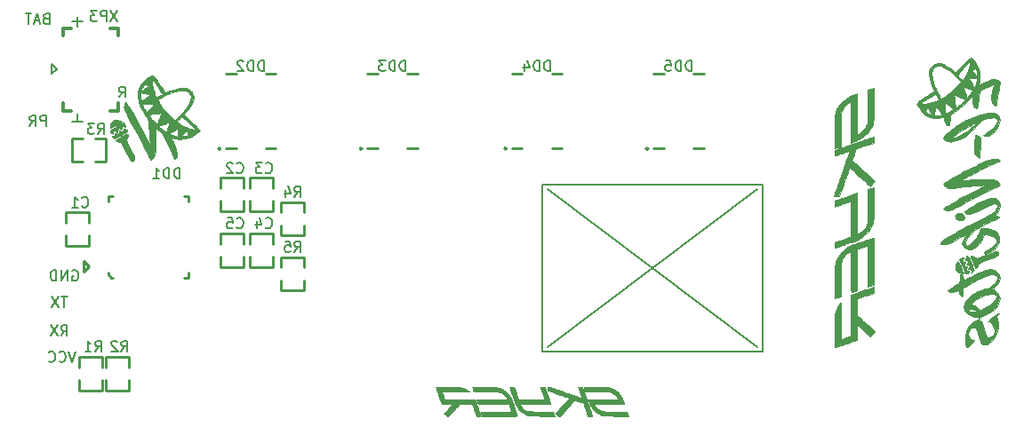
<source format=gbr>
G04 #@! TF.GenerationSoftware,KiCad,Pcbnew,(5.1.2-1)-1*
G04 #@! TF.CreationDate,2019-06-04T19:14:02+03:00*
G04 #@! TF.ProjectId,mag,6d61672e-6b69-4636-9164-5f7063625858,rev?*
G04 #@! TF.SameCoordinates,Original*
G04 #@! TF.FileFunction,Legend,Bot*
G04 #@! TF.FilePolarity,Positive*
%FSLAX46Y46*%
G04 Gerber Fmt 4.6, Leading zero omitted, Abs format (unit mm)*
G04 Created by KiCad (PCBNEW (5.1.2-1)-1) date 2019-06-04 19:14:02*
%MOMM*%
%LPD*%
G04 APERTURE LIST*
%ADD10C,0.200000*%
%ADD11C,0.010000*%
%ADD12C,0.250000*%
%ADD13C,0.300000*%
G04 APERTURE END LIST*
D10*
X168500000Y-58250000D02*
X148500000Y-73250000D01*
X148500000Y-58250000D02*
X168500000Y-73250000D01*
X101250000Y-47250000D02*
X101250000Y-46250000D01*
X101750000Y-46750000D02*
X101250000Y-47250000D01*
X101250000Y-46250000D02*
X101750000Y-46750000D01*
X107690476Y-49452380D02*
X108023809Y-48976190D01*
X108261904Y-49452380D02*
X108261904Y-48452380D01*
X107880952Y-48452380D01*
X107785714Y-48500000D01*
X107738095Y-48547619D01*
X107690476Y-48642857D01*
X107690476Y-48785714D01*
X107738095Y-48880952D01*
X107785714Y-48928571D01*
X107880952Y-48976190D01*
X108261904Y-48976190D01*
X104250000Y-42250000D02*
X103250000Y-42250000D01*
X103750000Y-42750000D02*
X103750000Y-41750000D01*
X104250000Y-51750000D02*
X103250000Y-51750000D01*
X103750000Y-51000000D02*
X103750000Y-51750000D01*
X100738095Y-41928571D02*
X100595238Y-41976190D01*
X100547619Y-42023809D01*
X100500000Y-42119047D01*
X100500000Y-42261904D01*
X100547619Y-42357142D01*
X100595238Y-42404761D01*
X100690476Y-42452380D01*
X101071428Y-42452380D01*
X101071428Y-41452380D01*
X100738095Y-41452380D01*
X100642857Y-41500000D01*
X100595238Y-41547619D01*
X100547619Y-41642857D01*
X100547619Y-41738095D01*
X100595238Y-41833333D01*
X100642857Y-41880952D01*
X100738095Y-41928571D01*
X101071428Y-41928571D01*
X100119047Y-42166666D02*
X99642857Y-42166666D01*
X100214285Y-42452380D02*
X99880952Y-41452380D01*
X99547619Y-42452380D01*
X99357142Y-41452380D02*
X98785714Y-41452380D01*
X99071428Y-42452380D02*
X99071428Y-41452380D01*
X100761904Y-52202380D02*
X100761904Y-51202380D01*
X100380952Y-51202380D01*
X100285714Y-51250000D01*
X100238095Y-51297619D01*
X100190476Y-51392857D01*
X100190476Y-51535714D01*
X100238095Y-51630952D01*
X100285714Y-51678571D01*
X100380952Y-51726190D01*
X100761904Y-51726190D01*
X99190476Y-52202380D02*
X99523809Y-51726190D01*
X99761904Y-52202380D02*
X99761904Y-51202380D01*
X99380952Y-51202380D01*
X99285714Y-51250000D01*
X99238095Y-51297619D01*
X99190476Y-51392857D01*
X99190476Y-51535714D01*
X99238095Y-51630952D01*
X99285714Y-51678571D01*
X99380952Y-51726190D01*
X99761904Y-51726190D01*
X103583333Y-73702380D02*
X103250000Y-74702380D01*
X102916666Y-73702380D01*
X102011904Y-74607142D02*
X102059523Y-74654761D01*
X102202380Y-74702380D01*
X102297619Y-74702380D01*
X102440476Y-74654761D01*
X102535714Y-74559523D01*
X102583333Y-74464285D01*
X102630952Y-74273809D01*
X102630952Y-74130952D01*
X102583333Y-73940476D01*
X102535714Y-73845238D01*
X102440476Y-73750000D01*
X102297619Y-73702380D01*
X102202380Y-73702380D01*
X102059523Y-73750000D01*
X102011904Y-73797619D01*
X101011904Y-74607142D02*
X101059523Y-74654761D01*
X101202380Y-74702380D01*
X101297619Y-74702380D01*
X101440476Y-74654761D01*
X101535714Y-74559523D01*
X101583333Y-74464285D01*
X101630952Y-74273809D01*
X101630952Y-74130952D01*
X101583333Y-73940476D01*
X101535714Y-73845238D01*
X101440476Y-73750000D01*
X101297619Y-73702380D01*
X101202380Y-73702380D01*
X101059523Y-73750000D01*
X101011904Y-73797619D01*
X102166666Y-72202380D02*
X102500000Y-71726190D01*
X102738095Y-72202380D02*
X102738095Y-71202380D01*
X102357142Y-71202380D01*
X102261904Y-71250000D01*
X102214285Y-71297619D01*
X102166666Y-71392857D01*
X102166666Y-71535714D01*
X102214285Y-71630952D01*
X102261904Y-71678571D01*
X102357142Y-71726190D01*
X102738095Y-71726190D01*
X101833333Y-71202380D02*
X101166666Y-72202380D01*
X101166666Y-71202380D02*
X101833333Y-72202380D01*
X102761904Y-68452380D02*
X102190476Y-68452380D01*
X102476190Y-69452380D02*
X102476190Y-68452380D01*
X101952380Y-68452380D02*
X101285714Y-69452380D01*
X101285714Y-68452380D02*
X101952380Y-69452380D01*
X103261904Y-66000000D02*
X103357142Y-65952380D01*
X103500000Y-65952380D01*
X103642857Y-66000000D01*
X103738095Y-66095238D01*
X103785714Y-66190476D01*
X103833333Y-66380952D01*
X103833333Y-66523809D01*
X103785714Y-66714285D01*
X103738095Y-66809523D01*
X103642857Y-66904761D01*
X103500000Y-66952380D01*
X103404761Y-66952380D01*
X103261904Y-66904761D01*
X103214285Y-66857142D01*
X103214285Y-66523809D01*
X103404761Y-66523809D01*
X102785714Y-66952380D02*
X102785714Y-65952380D01*
X102214285Y-66952380D01*
X102214285Y-65952380D01*
X101738095Y-66952380D02*
X101738095Y-65952380D01*
X101500000Y-65952380D01*
X101357142Y-66000000D01*
X101261904Y-66095238D01*
X101214285Y-66190476D01*
X101166666Y-66380952D01*
X101166666Y-66523809D01*
X101214285Y-66714285D01*
X101261904Y-66809523D01*
X101357142Y-66904761D01*
X101500000Y-66952380D01*
X101738095Y-66952380D01*
X169000000Y-73750000D02*
X169000000Y-57750000D01*
X148000000Y-73750000D02*
X169000000Y-73750000D01*
X148000000Y-57750000D02*
X148000000Y-73750000D01*
X169000000Y-57750000D02*
X148000000Y-57750000D01*
D11*
G36*
X175845331Y-67783252D02*
G01*
X175845794Y-67995669D01*
X175846761Y-68168949D01*
X175848355Y-68306980D01*
X175850699Y-68413648D01*
X175853914Y-68492841D01*
X175858123Y-68548448D01*
X175863449Y-68584354D01*
X175870013Y-68604448D01*
X175877938Y-68612617D01*
X175887348Y-68612749D01*
X175889091Y-68612256D01*
X175931231Y-68598415D01*
X176008813Y-68572243D01*
X176109264Y-68537999D01*
X176181416Y-68513238D01*
X176428933Y-68428077D01*
X176428036Y-66955588D01*
X176427991Y-66634418D01*
X176428411Y-66359397D01*
X176429498Y-66125872D01*
X176431453Y-65929193D01*
X176434479Y-65764710D01*
X176438776Y-65627771D01*
X176444547Y-65513724D01*
X176451992Y-65417920D01*
X176461314Y-65335706D01*
X176472714Y-65262432D01*
X176486393Y-65193447D01*
X176502554Y-65124099D01*
X176508440Y-65100443D01*
X176579166Y-64908051D01*
X176690652Y-64716503D01*
X176834230Y-64538371D01*
X177000700Y-64386631D01*
X177066594Y-64340919D01*
X177148174Y-64291224D01*
X177234654Y-64243159D01*
X177315250Y-64202336D01*
X177379176Y-64174368D01*
X177415648Y-64164870D01*
X177420237Y-64168284D01*
X177420301Y-64196180D01*
X177420354Y-64270941D01*
X177420393Y-64388634D01*
X177420420Y-64545325D01*
X177420434Y-64737079D01*
X177420435Y-64959962D01*
X177420423Y-65210040D01*
X177420398Y-65483378D01*
X177420359Y-65776043D01*
X177420307Y-66084101D01*
X177420297Y-66136329D01*
X177420275Y-66497361D01*
X177420408Y-66810898D01*
X177420771Y-67080243D01*
X177421439Y-67308701D01*
X177422488Y-67499576D01*
X177423993Y-67656173D01*
X177426028Y-67781795D01*
X177428670Y-67879747D01*
X177431993Y-67953333D01*
X177436072Y-68005858D01*
X177440983Y-68040625D01*
X177446801Y-68060939D01*
X177453601Y-68070105D01*
X177461458Y-68071425D01*
X177464310Y-68070698D01*
X177523588Y-68051770D01*
X177572200Y-68036339D01*
X177627401Y-68018711D01*
X177713171Y-67991154D01*
X177811745Y-67959376D01*
X177819850Y-67956758D01*
X178003999Y-67897276D01*
X178004000Y-65924919D01*
X178004000Y-63952563D01*
X178073850Y-63925456D01*
X178123427Y-63907289D01*
X178209781Y-63876712D01*
X178321598Y-63837692D01*
X178447567Y-63794198D01*
X178473900Y-63785161D01*
X178601556Y-63741160D01*
X178717546Y-63700737D01*
X178810490Y-63667888D01*
X178869009Y-63646611D01*
X178875603Y-63644086D01*
X178902120Y-63632608D01*
X178925192Y-63622399D01*
X178945056Y-63616661D01*
X178961953Y-63618597D01*
X178976119Y-63631411D01*
X178987795Y-63658305D01*
X178997217Y-63702482D01*
X179004626Y-63767144D01*
X179010260Y-63855496D01*
X179014356Y-63970738D01*
X179017154Y-64116076D01*
X179018893Y-64294710D01*
X179019810Y-64509845D01*
X179020145Y-64764683D01*
X179020136Y-65062427D01*
X179020022Y-65406280D01*
X179020000Y-65582578D01*
X179020000Y-67548956D01*
X179578486Y-67362700D01*
X179578643Y-65108450D01*
X179578517Y-64774887D01*
X179578108Y-64456222D01*
X179577437Y-64156066D01*
X179576525Y-63878028D01*
X179575393Y-63625717D01*
X179574063Y-63402744D01*
X179572556Y-63212718D01*
X179570894Y-63059248D01*
X179569097Y-62945944D01*
X179567188Y-62876416D01*
X179565298Y-62854200D01*
X179538920Y-62862080D01*
X179470051Y-62884474D01*
X179364284Y-62919514D01*
X179227215Y-62965330D01*
X179064437Y-63020055D01*
X178881544Y-63081819D01*
X178720748Y-63136319D01*
X178514237Y-63206348D01*
X178313352Y-63274327D01*
X178125634Y-63337716D01*
X177958626Y-63393971D01*
X177819872Y-63440551D01*
X177716912Y-63474913D01*
X177673800Y-63489152D01*
X177473548Y-63561510D01*
X177295957Y-63642355D01*
X177119495Y-63742291D01*
X176990014Y-63825991D01*
X176864123Y-63916426D01*
X176735663Y-64018718D01*
X176619645Y-64120315D01*
X176531076Y-64208665D01*
X176527115Y-64213100D01*
X176496186Y-64247972D01*
X176449058Y-64301075D01*
X176439913Y-64311376D01*
X176357880Y-64414654D01*
X176266513Y-64546936D01*
X176176988Y-64690749D01*
X176100478Y-64828622D01*
X176072286Y-64886200D01*
X176016402Y-65027328D01*
X175962341Y-65199697D01*
X175915394Y-65383865D01*
X175880850Y-65560393D01*
X175871955Y-65622390D01*
X175867094Y-65686482D01*
X175862500Y-65795915D01*
X175858266Y-65945230D01*
X175854480Y-66128969D01*
X175851233Y-66341673D01*
X175848616Y-66577884D01*
X175846719Y-66832143D01*
X175845633Y-67098992D01*
X175845429Y-67225454D01*
X175845250Y-67527809D01*
X175845331Y-67783252D01*
X175845331Y-67783252D01*
G37*
X175845331Y-67783252D02*
X175845794Y-67995669D01*
X175846761Y-68168949D01*
X175848355Y-68306980D01*
X175850699Y-68413648D01*
X175853914Y-68492841D01*
X175858123Y-68548448D01*
X175863449Y-68584354D01*
X175870013Y-68604448D01*
X175877938Y-68612617D01*
X175887348Y-68612749D01*
X175889091Y-68612256D01*
X175931231Y-68598415D01*
X176008813Y-68572243D01*
X176109264Y-68537999D01*
X176181416Y-68513238D01*
X176428933Y-68428077D01*
X176428036Y-66955588D01*
X176427991Y-66634418D01*
X176428411Y-66359397D01*
X176429498Y-66125872D01*
X176431453Y-65929193D01*
X176434479Y-65764710D01*
X176438776Y-65627771D01*
X176444547Y-65513724D01*
X176451992Y-65417920D01*
X176461314Y-65335706D01*
X176472714Y-65262432D01*
X176486393Y-65193447D01*
X176502554Y-65124099D01*
X176508440Y-65100443D01*
X176579166Y-64908051D01*
X176690652Y-64716503D01*
X176834230Y-64538371D01*
X177000700Y-64386631D01*
X177066594Y-64340919D01*
X177148174Y-64291224D01*
X177234654Y-64243159D01*
X177315250Y-64202336D01*
X177379176Y-64174368D01*
X177415648Y-64164870D01*
X177420237Y-64168284D01*
X177420301Y-64196180D01*
X177420354Y-64270941D01*
X177420393Y-64388634D01*
X177420420Y-64545325D01*
X177420434Y-64737079D01*
X177420435Y-64959962D01*
X177420423Y-65210040D01*
X177420398Y-65483378D01*
X177420359Y-65776043D01*
X177420307Y-66084101D01*
X177420297Y-66136329D01*
X177420275Y-66497361D01*
X177420408Y-66810898D01*
X177420771Y-67080243D01*
X177421439Y-67308701D01*
X177422488Y-67499576D01*
X177423993Y-67656173D01*
X177426028Y-67781795D01*
X177428670Y-67879747D01*
X177431993Y-67953333D01*
X177436072Y-68005858D01*
X177440983Y-68040625D01*
X177446801Y-68060939D01*
X177453601Y-68070105D01*
X177461458Y-68071425D01*
X177464310Y-68070698D01*
X177523588Y-68051770D01*
X177572200Y-68036339D01*
X177627401Y-68018711D01*
X177713171Y-67991154D01*
X177811745Y-67959376D01*
X177819850Y-67956758D01*
X178003999Y-67897276D01*
X178004000Y-65924919D01*
X178004000Y-63952563D01*
X178073850Y-63925456D01*
X178123427Y-63907289D01*
X178209781Y-63876712D01*
X178321598Y-63837692D01*
X178447567Y-63794198D01*
X178473900Y-63785161D01*
X178601556Y-63741160D01*
X178717546Y-63700737D01*
X178810490Y-63667888D01*
X178869009Y-63646611D01*
X178875603Y-63644086D01*
X178902120Y-63632608D01*
X178925192Y-63622399D01*
X178945056Y-63616661D01*
X178961953Y-63618597D01*
X178976119Y-63631411D01*
X178987795Y-63658305D01*
X178997217Y-63702482D01*
X179004626Y-63767144D01*
X179010260Y-63855496D01*
X179014356Y-63970738D01*
X179017154Y-64116076D01*
X179018893Y-64294710D01*
X179019810Y-64509845D01*
X179020145Y-64764683D01*
X179020136Y-65062427D01*
X179020022Y-65406280D01*
X179020000Y-65582578D01*
X179020000Y-67548956D01*
X179578486Y-67362700D01*
X179578643Y-65108450D01*
X179578517Y-64774887D01*
X179578108Y-64456222D01*
X179577437Y-64156066D01*
X179576525Y-63878028D01*
X179575393Y-63625717D01*
X179574063Y-63402744D01*
X179572556Y-63212718D01*
X179570894Y-63059248D01*
X179569097Y-62945944D01*
X179567188Y-62876416D01*
X179565298Y-62854200D01*
X179538920Y-62862080D01*
X179470051Y-62884474D01*
X179364284Y-62919514D01*
X179227215Y-62965330D01*
X179064437Y-63020055D01*
X178881544Y-63081819D01*
X178720748Y-63136319D01*
X178514237Y-63206348D01*
X178313352Y-63274327D01*
X178125634Y-63337716D01*
X177958626Y-63393971D01*
X177819872Y-63440551D01*
X177716912Y-63474913D01*
X177673800Y-63489152D01*
X177473548Y-63561510D01*
X177295957Y-63642355D01*
X177119495Y-63742291D01*
X176990014Y-63825991D01*
X176864123Y-63916426D01*
X176735663Y-64018718D01*
X176619645Y-64120315D01*
X176531076Y-64208665D01*
X176527115Y-64213100D01*
X176496186Y-64247972D01*
X176449058Y-64301075D01*
X176439913Y-64311376D01*
X176357880Y-64414654D01*
X176266513Y-64546936D01*
X176176988Y-64690749D01*
X176100478Y-64828622D01*
X176072286Y-64886200D01*
X176016402Y-65027328D01*
X175962341Y-65199697D01*
X175915394Y-65383865D01*
X175880850Y-65560393D01*
X175871955Y-65622390D01*
X175867094Y-65686482D01*
X175862500Y-65795915D01*
X175858266Y-65945230D01*
X175854480Y-66128969D01*
X175851233Y-66341673D01*
X175848616Y-66577884D01*
X175846719Y-66832143D01*
X175845633Y-67098992D01*
X175845429Y-67225454D01*
X175845250Y-67527809D01*
X175845331Y-67783252D01*
G36*
X175964828Y-59843944D02*
G01*
X176038024Y-59820751D01*
X176144032Y-59785418D01*
X176267865Y-59743008D01*
X176378400Y-59704303D01*
X176508751Y-59658460D01*
X176653668Y-59608018D01*
X176805361Y-59555630D01*
X176956041Y-59503950D01*
X177097918Y-59455630D01*
X177223202Y-59413323D01*
X177324104Y-59379681D01*
X177392834Y-59357357D01*
X177421602Y-59349003D01*
X177421762Y-59348996D01*
X177423493Y-59373700D01*
X177424941Y-59445035D01*
X177426095Y-59558830D01*
X177426947Y-59710918D01*
X177427485Y-59897129D01*
X177427700Y-60113295D01*
X177427583Y-60355246D01*
X177427122Y-60618812D01*
X177426308Y-60899827D01*
X177425793Y-61038860D01*
X177419086Y-62728728D01*
X177349593Y-62755860D01*
X177300066Y-62774003D01*
X177203111Y-62808298D01*
X177059386Y-62858516D01*
X176869547Y-62924428D01*
X176634254Y-63005806D01*
X176354165Y-63102421D01*
X176048200Y-63207762D01*
X175857700Y-63273300D01*
X175850499Y-63561074D01*
X175849135Y-63699428D01*
X175853106Y-63789758D01*
X175862345Y-63831062D01*
X175868991Y-63832970D01*
X175898065Y-63821484D01*
X175969856Y-63795590D01*
X176078965Y-63757165D01*
X176219991Y-63708087D01*
X176387534Y-63650235D01*
X176576192Y-63585485D01*
X176780566Y-63515717D01*
X176815992Y-63503660D01*
X177080792Y-63413453D01*
X177302456Y-63337554D01*
X177485997Y-63274078D01*
X177636427Y-63221136D01*
X177758758Y-63176841D01*
X177858004Y-63139306D01*
X177939177Y-63106642D01*
X178007290Y-63076963D01*
X178067355Y-63048381D01*
X178124384Y-63019009D01*
X178172955Y-62992706D01*
X178499054Y-62791275D01*
X178779466Y-62569583D01*
X179016006Y-62325376D01*
X179210490Y-62056402D01*
X179364730Y-61760407D01*
X179480543Y-61435138D01*
X179506857Y-61336395D01*
X179518327Y-61288438D01*
X179528130Y-61241247D01*
X179536428Y-61190464D01*
X179543383Y-61131730D01*
X179549156Y-61060683D01*
X179553909Y-60972965D01*
X179557804Y-60864216D01*
X179561002Y-60730076D01*
X179563666Y-60566186D01*
X179565957Y-60368185D01*
X179568038Y-60131715D01*
X179570069Y-59852415D01*
X179571829Y-59585601D01*
X179581682Y-58056903D01*
X179307191Y-58152323D01*
X179032700Y-58247742D01*
X179016351Y-59744521D01*
X179012874Y-60025036D01*
X179008765Y-60292335D01*
X179004147Y-60541569D01*
X178999148Y-60767889D01*
X178993892Y-60966446D01*
X178988504Y-61132391D01*
X178983110Y-61260873D01*
X178977836Y-61347045D01*
X178974032Y-61381000D01*
X178900760Y-61650629D01*
X178786968Y-61889705D01*
X178632848Y-62097958D01*
X178438592Y-62275117D01*
X178255143Y-62393873D01*
X178165406Y-62441694D01*
X178090595Y-62478012D01*
X178043207Y-62496881D01*
X178035750Y-62498264D01*
X178029655Y-62488771D01*
X178024340Y-62458279D01*
X178019759Y-62403978D01*
X178015867Y-62323055D01*
X178012617Y-62212697D01*
X178009964Y-62070094D01*
X178007862Y-61892433D01*
X178006266Y-61676902D01*
X178005130Y-61420689D01*
X178004408Y-61120982D01*
X178004054Y-60774970D01*
X178004000Y-60544753D01*
X178004000Y-58590907D01*
X177108650Y-58892422D01*
X176897111Y-58963737D01*
X176693544Y-59032512D01*
X176504726Y-59096447D01*
X176337438Y-59153239D01*
X176198459Y-59200588D01*
X176094568Y-59236192D01*
X176035500Y-59256705D01*
X175857700Y-59319473D01*
X175850528Y-59599811D01*
X175843357Y-59880149D01*
X175964828Y-59843944D01*
X175964828Y-59843944D01*
G37*
X175964828Y-59843944D02*
X176038024Y-59820751D01*
X176144032Y-59785418D01*
X176267865Y-59743008D01*
X176378400Y-59704303D01*
X176508751Y-59658460D01*
X176653668Y-59608018D01*
X176805361Y-59555630D01*
X176956041Y-59503950D01*
X177097918Y-59455630D01*
X177223202Y-59413323D01*
X177324104Y-59379681D01*
X177392834Y-59357357D01*
X177421602Y-59349003D01*
X177421762Y-59348996D01*
X177423493Y-59373700D01*
X177424941Y-59445035D01*
X177426095Y-59558830D01*
X177426947Y-59710918D01*
X177427485Y-59897129D01*
X177427700Y-60113295D01*
X177427583Y-60355246D01*
X177427122Y-60618812D01*
X177426308Y-60899827D01*
X177425793Y-61038860D01*
X177419086Y-62728728D01*
X177349593Y-62755860D01*
X177300066Y-62774003D01*
X177203111Y-62808298D01*
X177059386Y-62858516D01*
X176869547Y-62924428D01*
X176634254Y-63005806D01*
X176354165Y-63102421D01*
X176048200Y-63207762D01*
X175857700Y-63273300D01*
X175850499Y-63561074D01*
X175849135Y-63699428D01*
X175853106Y-63789758D01*
X175862345Y-63831062D01*
X175868991Y-63832970D01*
X175898065Y-63821484D01*
X175969856Y-63795590D01*
X176078965Y-63757165D01*
X176219991Y-63708087D01*
X176387534Y-63650235D01*
X176576192Y-63585485D01*
X176780566Y-63515717D01*
X176815992Y-63503660D01*
X177080792Y-63413453D01*
X177302456Y-63337554D01*
X177485997Y-63274078D01*
X177636427Y-63221136D01*
X177758758Y-63176841D01*
X177858004Y-63139306D01*
X177939177Y-63106642D01*
X178007290Y-63076963D01*
X178067355Y-63048381D01*
X178124384Y-63019009D01*
X178172955Y-62992706D01*
X178499054Y-62791275D01*
X178779466Y-62569583D01*
X179016006Y-62325376D01*
X179210490Y-62056402D01*
X179364730Y-61760407D01*
X179480543Y-61435138D01*
X179506857Y-61336395D01*
X179518327Y-61288438D01*
X179528130Y-61241247D01*
X179536428Y-61190464D01*
X179543383Y-61131730D01*
X179549156Y-61060683D01*
X179553909Y-60972965D01*
X179557804Y-60864216D01*
X179561002Y-60730076D01*
X179563666Y-60566186D01*
X179565957Y-60368185D01*
X179568038Y-60131715D01*
X179570069Y-59852415D01*
X179571829Y-59585601D01*
X179581682Y-58056903D01*
X179307191Y-58152323D01*
X179032700Y-58247742D01*
X179016351Y-59744521D01*
X179012874Y-60025036D01*
X179008765Y-60292335D01*
X179004147Y-60541569D01*
X178999148Y-60767889D01*
X178993892Y-60966446D01*
X178988504Y-61132391D01*
X178983110Y-61260873D01*
X178977836Y-61347045D01*
X178974032Y-61381000D01*
X178900760Y-61650629D01*
X178786968Y-61889705D01*
X178632848Y-62097958D01*
X178438592Y-62275117D01*
X178255143Y-62393873D01*
X178165406Y-62441694D01*
X178090595Y-62478012D01*
X178043207Y-62496881D01*
X178035750Y-62498264D01*
X178029655Y-62488771D01*
X178024340Y-62458279D01*
X178019759Y-62403978D01*
X178015867Y-62323055D01*
X178012617Y-62212697D01*
X178009964Y-62070094D01*
X178007862Y-61892433D01*
X178006266Y-61676902D01*
X178005130Y-61420689D01*
X178004408Y-61120982D01*
X178004054Y-60774970D01*
X178004000Y-60544753D01*
X178004000Y-58590907D01*
X177108650Y-58892422D01*
X176897111Y-58963737D01*
X176693544Y-59032512D01*
X176504726Y-59096447D01*
X176337438Y-59153239D01*
X176198459Y-59200588D01*
X176094568Y-59236192D01*
X176035500Y-59256705D01*
X175857700Y-59319473D01*
X175850528Y-59599811D01*
X175843357Y-59880149D01*
X175964828Y-59843944D01*
G36*
X175849823Y-53764242D02*
G01*
X175850851Y-53950142D01*
X175852553Y-54102932D01*
X175854905Y-54218254D01*
X175857882Y-54291747D01*
X175861460Y-54319050D01*
X175861681Y-54319125D01*
X175892986Y-54310794D01*
X175961445Y-54288727D01*
X176056436Y-54256441D01*
X176149800Y-54223700D01*
X176416500Y-54128950D01*
X176422152Y-52655925D01*
X176423594Y-52331974D01*
X176425321Y-52054621D01*
X176427447Y-51819663D01*
X176430086Y-51622898D01*
X176433353Y-51460125D01*
X176437362Y-51327140D01*
X176442228Y-51219742D01*
X176448064Y-51133729D01*
X176454986Y-51064898D01*
X176463107Y-51009047D01*
X176467643Y-50984729D01*
X176526336Y-50765651D01*
X176611557Y-50573749D01*
X176728922Y-50401156D01*
X176884045Y-50240007D01*
X177082541Y-50082434D01*
X177140400Y-50042133D01*
X177227057Y-49985930D01*
X177304397Y-49940656D01*
X177357549Y-49914933D01*
X177362650Y-49913255D01*
X177419800Y-49896776D01*
X177419800Y-53809994D01*
X177540450Y-53758488D01*
X177622754Y-53721660D01*
X177728764Y-53671783D01*
X177849370Y-53613422D01*
X177975467Y-53551145D01*
X178097945Y-53489520D01*
X178207697Y-53433112D01*
X178295615Y-53386489D01*
X178352592Y-53354219D01*
X178368600Y-53343219D01*
X178403594Y-53315832D01*
X178467540Y-53270645D01*
X178546686Y-53217371D01*
X178547788Y-53216646D01*
X178629600Y-53160869D01*
X178698627Y-53110322D01*
X178739189Y-53076610D01*
X178784814Y-53035771D01*
X178849976Y-52982619D01*
X178874897Y-52963298D01*
X178980682Y-52863344D01*
X179091760Y-52724980D01*
X179201829Y-52559253D01*
X179304589Y-52377212D01*
X179393737Y-52189905D01*
X179462974Y-52008380D01*
X179502169Y-51863463D01*
X179521302Y-51772610D01*
X179539758Y-51689104D01*
X179545248Y-51665500D01*
X179548670Y-51626814D01*
X179552174Y-51542024D01*
X179555680Y-51415823D01*
X179559111Y-51252908D01*
X179562385Y-51057973D01*
X179565424Y-50835713D01*
X179568148Y-50590823D01*
X179570478Y-50327998D01*
X179572233Y-50069581D01*
X179581049Y-48549862D01*
X179522774Y-48566604D01*
X179473256Y-48582295D01*
X179390378Y-48610023D01*
X179288675Y-48644893D01*
X179242250Y-48661048D01*
X179020000Y-48738751D01*
X179020000Y-50095176D01*
X179019436Y-50456863D01*
X179017643Y-50771415D01*
X179014469Y-51042484D01*
X179009763Y-51273723D01*
X179003372Y-51468787D01*
X178995146Y-51631328D01*
X178984932Y-51764998D01*
X178972579Y-51873452D01*
X178957934Y-51960342D01*
X178940847Y-52029322D01*
X178939486Y-52033800D01*
X178843092Y-52262417D01*
X178700031Y-52473432D01*
X178509842Y-52667355D01*
X178272065Y-52844698D01*
X178136577Y-52926527D01*
X178075902Y-52957379D01*
X178033135Y-52973092D01*
X178028627Y-52973600D01*
X178023716Y-52948428D01*
X178019309Y-52873821D01*
X178015422Y-52751143D01*
X178012074Y-52581756D01*
X178009280Y-52367023D01*
X178007059Y-52108308D01*
X178005428Y-51806972D01*
X178004404Y-51464379D01*
X178004005Y-51081892D01*
X178004000Y-51030500D01*
X178003716Y-50711437D01*
X178002894Y-50410419D01*
X178001574Y-50131075D01*
X177999797Y-49877034D01*
X177997606Y-49651926D01*
X177995042Y-49459380D01*
X177992146Y-49303027D01*
X177988960Y-49186495D01*
X177985526Y-49113415D01*
X177981884Y-49087415D01*
X177981792Y-49087400D01*
X177943680Y-49097316D01*
X177869961Y-49124136D01*
X177771147Y-49163467D01*
X177657749Y-49210914D01*
X177540281Y-49262085D01*
X177429255Y-49312587D01*
X177339786Y-49355709D01*
X177160843Y-49454909D01*
X176971513Y-49576089D01*
X176785072Y-49709584D01*
X176614796Y-49845729D01*
X176473959Y-49974861D01*
X176438321Y-50011992D01*
X176283675Y-50194133D01*
X176163887Y-50371653D01*
X176068108Y-50562102D01*
X176015401Y-50696096D01*
X175985825Y-50778651D01*
X175960425Y-50853069D01*
X175938849Y-50923861D01*
X175920744Y-50995537D01*
X175905758Y-51072609D01*
X175893539Y-51159586D01*
X175883735Y-51260979D01*
X175875994Y-51381298D01*
X175869963Y-51525054D01*
X175865291Y-51696757D01*
X175861624Y-51900918D01*
X175858612Y-52142046D01*
X175855902Y-52424654D01*
X175853141Y-52753250D01*
X175852948Y-52776750D01*
X175851032Y-53051486D01*
X175849889Y-53310554D01*
X175849494Y-53549592D01*
X175849823Y-53764242D01*
X175849823Y-53764242D01*
G37*
X175849823Y-53764242D02*
X175850851Y-53950142D01*
X175852553Y-54102932D01*
X175854905Y-54218254D01*
X175857882Y-54291747D01*
X175861460Y-54319050D01*
X175861681Y-54319125D01*
X175892986Y-54310794D01*
X175961445Y-54288727D01*
X176056436Y-54256441D01*
X176149800Y-54223700D01*
X176416500Y-54128950D01*
X176422152Y-52655925D01*
X176423594Y-52331974D01*
X176425321Y-52054621D01*
X176427447Y-51819663D01*
X176430086Y-51622898D01*
X176433353Y-51460125D01*
X176437362Y-51327140D01*
X176442228Y-51219742D01*
X176448064Y-51133729D01*
X176454986Y-51064898D01*
X176463107Y-51009047D01*
X176467643Y-50984729D01*
X176526336Y-50765651D01*
X176611557Y-50573749D01*
X176728922Y-50401156D01*
X176884045Y-50240007D01*
X177082541Y-50082434D01*
X177140400Y-50042133D01*
X177227057Y-49985930D01*
X177304397Y-49940656D01*
X177357549Y-49914933D01*
X177362650Y-49913255D01*
X177419800Y-49896776D01*
X177419800Y-53809994D01*
X177540450Y-53758488D01*
X177622754Y-53721660D01*
X177728764Y-53671783D01*
X177849370Y-53613422D01*
X177975467Y-53551145D01*
X178097945Y-53489520D01*
X178207697Y-53433112D01*
X178295615Y-53386489D01*
X178352592Y-53354219D01*
X178368600Y-53343219D01*
X178403594Y-53315832D01*
X178467540Y-53270645D01*
X178546686Y-53217371D01*
X178547788Y-53216646D01*
X178629600Y-53160869D01*
X178698627Y-53110322D01*
X178739189Y-53076610D01*
X178784814Y-53035771D01*
X178849976Y-52982619D01*
X178874897Y-52963298D01*
X178980682Y-52863344D01*
X179091760Y-52724980D01*
X179201829Y-52559253D01*
X179304589Y-52377212D01*
X179393737Y-52189905D01*
X179462974Y-52008380D01*
X179502169Y-51863463D01*
X179521302Y-51772610D01*
X179539758Y-51689104D01*
X179545248Y-51665500D01*
X179548670Y-51626814D01*
X179552174Y-51542024D01*
X179555680Y-51415823D01*
X179559111Y-51252908D01*
X179562385Y-51057973D01*
X179565424Y-50835713D01*
X179568148Y-50590823D01*
X179570478Y-50327998D01*
X179572233Y-50069581D01*
X179581049Y-48549862D01*
X179522774Y-48566604D01*
X179473256Y-48582295D01*
X179390378Y-48610023D01*
X179288675Y-48644893D01*
X179242250Y-48661048D01*
X179020000Y-48738751D01*
X179020000Y-50095176D01*
X179019436Y-50456863D01*
X179017643Y-50771415D01*
X179014469Y-51042484D01*
X179009763Y-51273723D01*
X179003372Y-51468787D01*
X178995146Y-51631328D01*
X178984932Y-51764998D01*
X178972579Y-51873452D01*
X178957934Y-51960342D01*
X178940847Y-52029322D01*
X178939486Y-52033800D01*
X178843092Y-52262417D01*
X178700031Y-52473432D01*
X178509842Y-52667355D01*
X178272065Y-52844698D01*
X178136577Y-52926527D01*
X178075902Y-52957379D01*
X178033135Y-52973092D01*
X178028627Y-52973600D01*
X178023716Y-52948428D01*
X178019309Y-52873821D01*
X178015422Y-52751143D01*
X178012074Y-52581756D01*
X178009280Y-52367023D01*
X178007059Y-52108308D01*
X178005428Y-51806972D01*
X178004404Y-51464379D01*
X178004005Y-51081892D01*
X178004000Y-51030500D01*
X178003716Y-50711437D01*
X178002894Y-50410419D01*
X178001574Y-50131075D01*
X177999797Y-49877034D01*
X177997606Y-49651926D01*
X177995042Y-49459380D01*
X177992146Y-49303027D01*
X177988960Y-49186495D01*
X177985526Y-49113415D01*
X177981884Y-49087415D01*
X177981792Y-49087400D01*
X177943680Y-49097316D01*
X177869961Y-49124136D01*
X177771147Y-49163467D01*
X177657749Y-49210914D01*
X177540281Y-49262085D01*
X177429255Y-49312587D01*
X177339786Y-49355709D01*
X177160843Y-49454909D01*
X176971513Y-49576089D01*
X176785072Y-49709584D01*
X176614796Y-49845729D01*
X176473959Y-49974861D01*
X176438321Y-50011992D01*
X176283675Y-50194133D01*
X176163887Y-50371653D01*
X176068108Y-50562102D01*
X176015401Y-50696096D01*
X175985825Y-50778651D01*
X175960425Y-50853069D01*
X175938849Y-50923861D01*
X175920744Y-50995537D01*
X175905758Y-51072609D01*
X175893539Y-51159586D01*
X175883735Y-51260979D01*
X175875994Y-51381298D01*
X175869963Y-51525054D01*
X175865291Y-51696757D01*
X175861624Y-51900918D01*
X175858612Y-52142046D01*
X175855902Y-52424654D01*
X175853141Y-52753250D01*
X175852948Y-52776750D01*
X175851032Y-53051486D01*
X175849889Y-53310554D01*
X175849494Y-53549592D01*
X175849823Y-53764242D01*
G36*
X175951191Y-73283770D02*
G01*
X176005443Y-73266226D01*
X176099729Y-73234875D01*
X176226042Y-73192416D01*
X176376373Y-73141550D01*
X176542712Y-73084976D01*
X176670500Y-73041330D01*
X176863108Y-72975645D01*
X177063698Y-72907621D01*
X177259693Y-72841497D01*
X177438517Y-72781510D01*
X177587593Y-72731898D01*
X177642050Y-72713946D01*
X178003999Y-72595144D01*
X178004000Y-71877572D01*
X178004511Y-71656196D01*
X178006319Y-71481509D01*
X178009835Y-71349404D01*
X178015469Y-71255777D01*
X178023630Y-71196524D01*
X178034731Y-71167540D01*
X178049181Y-71164721D01*
X178067391Y-71183960D01*
X178072587Y-71191750D01*
X178101942Y-71224881D01*
X178156759Y-71277600D01*
X178207200Y-71322734D01*
X178286857Y-71393107D01*
X178394876Y-71490264D01*
X178522555Y-71606244D01*
X178661195Y-71733090D01*
X178802093Y-71862841D01*
X178936549Y-71987538D01*
X179049731Y-72093450D01*
X179130998Y-72169021D01*
X179197961Y-72229567D01*
X179242499Y-72267848D01*
X179256384Y-72277600D01*
X179276307Y-72259366D01*
X179320579Y-72210473D01*
X179381448Y-72139633D01*
X179416742Y-72097427D01*
X179490562Y-72009085D01*
X179558830Y-71928624D01*
X179610338Y-71869210D01*
X179623250Y-71854819D01*
X179661900Y-71811204D01*
X179680034Y-71788004D01*
X179680230Y-71787341D01*
X179663144Y-71768825D01*
X179618219Y-71724633D01*
X179554686Y-71663826D01*
X179545675Y-71655300D01*
X179476242Y-71590141D01*
X179380928Y-71501323D01*
X179271260Y-71399559D01*
X179158765Y-71295558D01*
X179135712Y-71274300D01*
X179028830Y-71175691D01*
X178926869Y-71081451D01*
X178839701Y-71000717D01*
X178777199Y-70942624D01*
X178765186Y-70931400D01*
X178698399Y-70869059D01*
X178612260Y-70788911D01*
X178524706Y-70707645D01*
X178519477Y-70702800D01*
X178428827Y-70618568D01*
X178320665Y-70517726D01*
X178214489Y-70418458D01*
X178185996Y-70391757D01*
X178003275Y-70220415D01*
X178009987Y-69429585D01*
X178016700Y-68638755D01*
X178372300Y-68514811D01*
X178526522Y-68461526D01*
X178709788Y-68398942D01*
X178902865Y-68333583D01*
X179086525Y-68271976D01*
X179153350Y-68249744D01*
X179578800Y-68108621D01*
X179578800Y-67830910D01*
X179577175Y-67719015D01*
X179572772Y-67628699D01*
X179566295Y-67570241D01*
X179559750Y-67553276D01*
X179531282Y-67561228D01*
X179461780Y-67583495D01*
X179358207Y-67617759D01*
X179227530Y-67661703D01*
X179076712Y-67713010D01*
X178981900Y-67745522D01*
X178781003Y-67814364D01*
X178557462Y-67890555D01*
X178328855Y-67968130D01*
X178112763Y-68041124D01*
X177926765Y-68103571D01*
X177923675Y-68104604D01*
X177424250Y-68271517D01*
X177421661Y-70242002D01*
X177420995Y-70621752D01*
X177420029Y-70953436D01*
X177418716Y-71239789D01*
X177417009Y-71483544D01*
X177414862Y-71687435D01*
X177412227Y-71854196D01*
X177409059Y-71986560D01*
X177405311Y-72087262D01*
X177400935Y-72159036D01*
X177395885Y-72204615D01*
X177390114Y-72226732D01*
X177387686Y-72229574D01*
X177351878Y-72244286D01*
X177279138Y-72270934D01*
X177180753Y-72305467D01*
X177089600Y-72336575D01*
X176956139Y-72381899D01*
X176817144Y-72429644D01*
X176693617Y-72472574D01*
X176639227Y-72491744D01*
X176549103Y-72522913D01*
X176477857Y-72545977D01*
X176438697Y-72556694D01*
X176436027Y-72556985D01*
X176432801Y-72532263D01*
X176429803Y-72460820D01*
X176427072Y-72346735D01*
X176424650Y-72194088D01*
X176422576Y-72006958D01*
X176420889Y-71789423D01*
X176419631Y-71545564D01*
X176418841Y-71279458D01*
X176418559Y-70995185D01*
X176418681Y-70791685D01*
X176418977Y-70497304D01*
X176419125Y-70218291D01*
X176419133Y-69958725D01*
X176419005Y-69722685D01*
X176418749Y-69514250D01*
X176418370Y-69337499D01*
X176417875Y-69196512D01*
X176417269Y-69095367D01*
X176416559Y-69038143D01*
X176416015Y-69026400D01*
X176400157Y-69046252D01*
X176364193Y-69098873D01*
X176314788Y-69173856D01*
X176258606Y-69260794D01*
X176202309Y-69349280D01*
X176152563Y-69428909D01*
X176116030Y-69489273D01*
X176099375Y-69519966D01*
X176099000Y-69521462D01*
X176089287Y-69551803D01*
X176064488Y-69611929D01*
X176045696Y-69654196D01*
X176015097Y-69731707D01*
X175978322Y-69840105D01*
X175941460Y-69960980D01*
X175926409Y-70014752D01*
X175860426Y-70258300D01*
X175841482Y-73317628D01*
X175951191Y-73283770D01*
X175951191Y-73283770D01*
G37*
X175951191Y-73283770D02*
X176005443Y-73266226D01*
X176099729Y-73234875D01*
X176226042Y-73192416D01*
X176376373Y-73141550D01*
X176542712Y-73084976D01*
X176670500Y-73041330D01*
X176863108Y-72975645D01*
X177063698Y-72907621D01*
X177259693Y-72841497D01*
X177438517Y-72781510D01*
X177587593Y-72731898D01*
X177642050Y-72713946D01*
X178003999Y-72595144D01*
X178004000Y-71877572D01*
X178004511Y-71656196D01*
X178006319Y-71481509D01*
X178009835Y-71349404D01*
X178015469Y-71255777D01*
X178023630Y-71196524D01*
X178034731Y-71167540D01*
X178049181Y-71164721D01*
X178067391Y-71183960D01*
X178072587Y-71191750D01*
X178101942Y-71224881D01*
X178156759Y-71277600D01*
X178207200Y-71322734D01*
X178286857Y-71393107D01*
X178394876Y-71490264D01*
X178522555Y-71606244D01*
X178661195Y-71733090D01*
X178802093Y-71862841D01*
X178936549Y-71987538D01*
X179049731Y-72093450D01*
X179130998Y-72169021D01*
X179197961Y-72229567D01*
X179242499Y-72267848D01*
X179256384Y-72277600D01*
X179276307Y-72259366D01*
X179320579Y-72210473D01*
X179381448Y-72139633D01*
X179416742Y-72097427D01*
X179490562Y-72009085D01*
X179558830Y-71928624D01*
X179610338Y-71869210D01*
X179623250Y-71854819D01*
X179661900Y-71811204D01*
X179680034Y-71788004D01*
X179680230Y-71787341D01*
X179663144Y-71768825D01*
X179618219Y-71724633D01*
X179554686Y-71663826D01*
X179545675Y-71655300D01*
X179476242Y-71590141D01*
X179380928Y-71501323D01*
X179271260Y-71399559D01*
X179158765Y-71295558D01*
X179135712Y-71274300D01*
X179028830Y-71175691D01*
X178926869Y-71081451D01*
X178839701Y-71000717D01*
X178777199Y-70942624D01*
X178765186Y-70931400D01*
X178698399Y-70869059D01*
X178612260Y-70788911D01*
X178524706Y-70707645D01*
X178519477Y-70702800D01*
X178428827Y-70618568D01*
X178320665Y-70517726D01*
X178214489Y-70418458D01*
X178185996Y-70391757D01*
X178003275Y-70220415D01*
X178009987Y-69429585D01*
X178016700Y-68638755D01*
X178372300Y-68514811D01*
X178526522Y-68461526D01*
X178709788Y-68398942D01*
X178902865Y-68333583D01*
X179086525Y-68271976D01*
X179153350Y-68249744D01*
X179578800Y-68108621D01*
X179578800Y-67830910D01*
X179577175Y-67719015D01*
X179572772Y-67628699D01*
X179566295Y-67570241D01*
X179559750Y-67553276D01*
X179531282Y-67561228D01*
X179461780Y-67583495D01*
X179358207Y-67617759D01*
X179227530Y-67661703D01*
X179076712Y-67713010D01*
X178981900Y-67745522D01*
X178781003Y-67814364D01*
X178557462Y-67890555D01*
X178328855Y-67968130D01*
X178112763Y-68041124D01*
X177926765Y-68103571D01*
X177923675Y-68104604D01*
X177424250Y-68271517D01*
X177421661Y-70242002D01*
X177420995Y-70621752D01*
X177420029Y-70953436D01*
X177418716Y-71239789D01*
X177417009Y-71483544D01*
X177414862Y-71687435D01*
X177412227Y-71854196D01*
X177409059Y-71986560D01*
X177405311Y-72087262D01*
X177400935Y-72159036D01*
X177395885Y-72204615D01*
X177390114Y-72226732D01*
X177387686Y-72229574D01*
X177351878Y-72244286D01*
X177279138Y-72270934D01*
X177180753Y-72305467D01*
X177089600Y-72336575D01*
X176956139Y-72381899D01*
X176817144Y-72429644D01*
X176693617Y-72472574D01*
X176639227Y-72491744D01*
X176549103Y-72522913D01*
X176477857Y-72545977D01*
X176438697Y-72556694D01*
X176436027Y-72556985D01*
X176432801Y-72532263D01*
X176429803Y-72460820D01*
X176427072Y-72346735D01*
X176424650Y-72194088D01*
X176422576Y-72006958D01*
X176420889Y-71789423D01*
X176419631Y-71545564D01*
X176418841Y-71279458D01*
X176418559Y-70995185D01*
X176418681Y-70791685D01*
X176418977Y-70497304D01*
X176419125Y-70218291D01*
X176419133Y-69958725D01*
X176419005Y-69722685D01*
X176418749Y-69514250D01*
X176418370Y-69337499D01*
X176417875Y-69196512D01*
X176417269Y-69095367D01*
X176416559Y-69038143D01*
X176416015Y-69026400D01*
X176400157Y-69046252D01*
X176364193Y-69098873D01*
X176314788Y-69173856D01*
X176258606Y-69260794D01*
X176202309Y-69349280D01*
X176152563Y-69428909D01*
X176116030Y-69489273D01*
X176099375Y-69519966D01*
X176099000Y-69521462D01*
X176089287Y-69551803D01*
X176064488Y-69611929D01*
X176045696Y-69654196D01*
X176015097Y-69731707D01*
X175978322Y-69840105D01*
X175941460Y-69960980D01*
X175926409Y-70014752D01*
X175860426Y-70258300D01*
X175841482Y-73317628D01*
X175951191Y-73283770D01*
G36*
X175809093Y-58891151D02*
G01*
X175843451Y-58901941D01*
X175915687Y-58911399D01*
X176012883Y-58918059D01*
X176060900Y-58919741D01*
X176289500Y-58925427D01*
X176481245Y-58381563D01*
X176614349Y-58004203D01*
X176731686Y-57671986D01*
X176834284Y-57382114D01*
X176923172Y-57131787D01*
X176999377Y-56918206D01*
X177063928Y-56738572D01*
X177117852Y-56590086D01*
X177162178Y-56469947D01*
X177197934Y-56375358D01*
X177226148Y-56303517D01*
X177247847Y-56251626D01*
X177264060Y-56216886D01*
X177275816Y-56196498D01*
X177284141Y-56187661D01*
X177287313Y-56186700D01*
X177314586Y-56202941D01*
X177370662Y-56247131D01*
X177447292Y-56312468D01*
X177533769Y-56389900D01*
X177631424Y-56478737D01*
X177724824Y-56562804D01*
X177802242Y-56631592D01*
X177845654Y-56669300D01*
X177923636Y-56737176D01*
X178002496Y-56808307D01*
X178016926Y-56821700D01*
X178289170Y-57075450D01*
X178527817Y-57295987D01*
X178735488Y-57485720D01*
X178914804Y-57647055D01*
X178943800Y-57672846D01*
X179041758Y-57760526D01*
X179126392Y-57837625D01*
X179190198Y-57897204D01*
X179225671Y-57932328D01*
X179229736Y-57937158D01*
X179258133Y-57942724D01*
X179293236Y-57910600D01*
X179333294Y-57861635D01*
X179391130Y-57790930D01*
X179438677Y-57732800D01*
X179506328Y-57651973D01*
X179573380Y-57574843D01*
X179610127Y-57534428D01*
X179654314Y-57484194D01*
X179678489Y-57450324D01*
X179680056Y-57445528D01*
X179662093Y-57422827D01*
X179615709Y-57378050D01*
X179561098Y-57329700D01*
X179480708Y-57259385D01*
X179402360Y-57188541D01*
X179363300Y-57151900D01*
X179311231Y-57103127D01*
X179233005Y-57031450D01*
X179140469Y-56947675D01*
X179070818Y-56885200D01*
X178977151Y-56801184D01*
X178890900Y-56723179D01*
X178823148Y-56661244D01*
X178790943Y-56631200D01*
X178739292Y-56582905D01*
X178664935Y-56514537D01*
X178582963Y-56439962D01*
X178573732Y-56431616D01*
X178406084Y-56279846D01*
X178238883Y-56127909D01*
X178081107Y-55983994D01*
X177941733Y-55856294D01*
X177829739Y-55753000D01*
X177814779Y-55739116D01*
X177731700Y-55662124D01*
X177653113Y-55589626D01*
X177594155Y-55535583D01*
X177587607Y-55529628D01*
X177514114Y-55462922D01*
X177701907Y-54925916D01*
X177757481Y-54768779D01*
X177808820Y-54626955D01*
X177853172Y-54507787D01*
X177887783Y-54418615D01*
X177909898Y-54366782D01*
X177915100Y-54357520D01*
X177944484Y-54342271D01*
X178016358Y-54313275D01*
X178124946Y-54272619D01*
X178264470Y-54222391D01*
X178429151Y-54164681D01*
X178613212Y-54101575D01*
X178759650Y-54052247D01*
X179578800Y-53778366D01*
X179578800Y-53204453D01*
X179470850Y-53244326D01*
X179417354Y-53263357D01*
X179323616Y-53295933D01*
X179197520Y-53339345D01*
X179046953Y-53390885D01*
X178879802Y-53447845D01*
X178740600Y-53495102D01*
X178553478Y-53558636D01*
X178330984Y-53634371D01*
X178085783Y-53717984D01*
X177830541Y-53805153D01*
X177577923Y-53891554D01*
X177340594Y-53972865D01*
X177292800Y-53989260D01*
X177081297Y-54061678D01*
X176870294Y-54133640D01*
X176668400Y-54202230D01*
X176484224Y-54264532D01*
X176326374Y-54317632D01*
X176203460Y-54358613D01*
X176156150Y-54374186D01*
X175845000Y-54475857D01*
X175845000Y-54753428D01*
X175846673Y-54865303D01*
X175851208Y-54955605D01*
X175857879Y-55014050D01*
X175864611Y-55031000D01*
X175894900Y-55023006D01*
X175963015Y-55001226D01*
X176058943Y-54968962D01*
X176172669Y-54929513D01*
X176175761Y-54928425D01*
X176354888Y-54865985D01*
X176535048Y-54804238D01*
X176709397Y-54745429D01*
X176871093Y-54691802D01*
X177013290Y-54645603D01*
X177129147Y-54609074D01*
X177211818Y-54584461D01*
X177254460Y-54574008D01*
X177257089Y-54573800D01*
X177266231Y-54573853D01*
X177272436Y-54577154D01*
X177274243Y-54588412D01*
X177270191Y-54612338D01*
X177258819Y-54653640D01*
X177238668Y-54717031D01*
X177208275Y-54807218D01*
X177166182Y-54928913D01*
X177110926Y-55086826D01*
X177041048Y-55285666D01*
X177001085Y-55399300D01*
X176899578Y-55688139D01*
X176796550Y-55981640D01*
X176695065Y-56271061D01*
X176598183Y-56547661D01*
X176508967Y-56802697D01*
X176430477Y-57027430D01*
X176365775Y-57213118D01*
X176364982Y-57215400D01*
X176310411Y-57371486D01*
X176249033Y-57545773D01*
X176189291Y-57714340D01*
X176149787Y-57825000D01*
X176081947Y-58015101D01*
X176012606Y-58211084D01*
X175946112Y-58400546D01*
X175886813Y-58571081D01*
X175839056Y-58710285D01*
X175826758Y-58746673D01*
X175805344Y-58828246D01*
X175803902Y-58881001D01*
X175809093Y-58891151D01*
X175809093Y-58891151D01*
G37*
X175809093Y-58891151D02*
X175843451Y-58901941D01*
X175915687Y-58911399D01*
X176012883Y-58918059D01*
X176060900Y-58919741D01*
X176289500Y-58925427D01*
X176481245Y-58381563D01*
X176614349Y-58004203D01*
X176731686Y-57671986D01*
X176834284Y-57382114D01*
X176923172Y-57131787D01*
X176999377Y-56918206D01*
X177063928Y-56738572D01*
X177117852Y-56590086D01*
X177162178Y-56469947D01*
X177197934Y-56375358D01*
X177226148Y-56303517D01*
X177247847Y-56251626D01*
X177264060Y-56216886D01*
X177275816Y-56196498D01*
X177284141Y-56187661D01*
X177287313Y-56186700D01*
X177314586Y-56202941D01*
X177370662Y-56247131D01*
X177447292Y-56312468D01*
X177533769Y-56389900D01*
X177631424Y-56478737D01*
X177724824Y-56562804D01*
X177802242Y-56631592D01*
X177845654Y-56669300D01*
X177923636Y-56737176D01*
X178002496Y-56808307D01*
X178016926Y-56821700D01*
X178289170Y-57075450D01*
X178527817Y-57295987D01*
X178735488Y-57485720D01*
X178914804Y-57647055D01*
X178943800Y-57672846D01*
X179041758Y-57760526D01*
X179126392Y-57837625D01*
X179190198Y-57897204D01*
X179225671Y-57932328D01*
X179229736Y-57937158D01*
X179258133Y-57942724D01*
X179293236Y-57910600D01*
X179333294Y-57861635D01*
X179391130Y-57790930D01*
X179438677Y-57732800D01*
X179506328Y-57651973D01*
X179573380Y-57574843D01*
X179610127Y-57534428D01*
X179654314Y-57484194D01*
X179678489Y-57450324D01*
X179680056Y-57445528D01*
X179662093Y-57422827D01*
X179615709Y-57378050D01*
X179561098Y-57329700D01*
X179480708Y-57259385D01*
X179402360Y-57188541D01*
X179363300Y-57151900D01*
X179311231Y-57103127D01*
X179233005Y-57031450D01*
X179140469Y-56947675D01*
X179070818Y-56885200D01*
X178977151Y-56801184D01*
X178890900Y-56723179D01*
X178823148Y-56661244D01*
X178790943Y-56631200D01*
X178739292Y-56582905D01*
X178664935Y-56514537D01*
X178582963Y-56439962D01*
X178573732Y-56431616D01*
X178406084Y-56279846D01*
X178238883Y-56127909D01*
X178081107Y-55983994D01*
X177941733Y-55856294D01*
X177829739Y-55753000D01*
X177814779Y-55739116D01*
X177731700Y-55662124D01*
X177653113Y-55589626D01*
X177594155Y-55535583D01*
X177587607Y-55529628D01*
X177514114Y-55462922D01*
X177701907Y-54925916D01*
X177757481Y-54768779D01*
X177808820Y-54626955D01*
X177853172Y-54507787D01*
X177887783Y-54418615D01*
X177909898Y-54366782D01*
X177915100Y-54357520D01*
X177944484Y-54342271D01*
X178016358Y-54313275D01*
X178124946Y-54272619D01*
X178264470Y-54222391D01*
X178429151Y-54164681D01*
X178613212Y-54101575D01*
X178759650Y-54052247D01*
X179578800Y-53778366D01*
X179578800Y-53204453D01*
X179470850Y-53244326D01*
X179417354Y-53263357D01*
X179323616Y-53295933D01*
X179197520Y-53339345D01*
X179046953Y-53390885D01*
X178879802Y-53447845D01*
X178740600Y-53495102D01*
X178553478Y-53558636D01*
X178330984Y-53634371D01*
X178085783Y-53717984D01*
X177830541Y-53805153D01*
X177577923Y-53891554D01*
X177340594Y-53972865D01*
X177292800Y-53989260D01*
X177081297Y-54061678D01*
X176870294Y-54133640D01*
X176668400Y-54202230D01*
X176484224Y-54264532D01*
X176326374Y-54317632D01*
X176203460Y-54358613D01*
X176156150Y-54374186D01*
X175845000Y-54475857D01*
X175845000Y-54753428D01*
X175846673Y-54865303D01*
X175851208Y-54955605D01*
X175857879Y-55014050D01*
X175864611Y-55031000D01*
X175894900Y-55023006D01*
X175963015Y-55001226D01*
X176058943Y-54968962D01*
X176172669Y-54929513D01*
X176175761Y-54928425D01*
X176354888Y-54865985D01*
X176535048Y-54804238D01*
X176709397Y-54745429D01*
X176871093Y-54691802D01*
X177013290Y-54645603D01*
X177129147Y-54609074D01*
X177211818Y-54584461D01*
X177254460Y-54574008D01*
X177257089Y-54573800D01*
X177266231Y-54573853D01*
X177272436Y-54577154D01*
X177274243Y-54588412D01*
X177270191Y-54612338D01*
X177258819Y-54653640D01*
X177238668Y-54717031D01*
X177208275Y-54807218D01*
X177166182Y-54928913D01*
X177110926Y-55086826D01*
X177041048Y-55285666D01*
X177001085Y-55399300D01*
X176899578Y-55688139D01*
X176796550Y-55981640D01*
X176695065Y-56271061D01*
X176598183Y-56547661D01*
X176508967Y-56802697D01*
X176430477Y-57027430D01*
X176365775Y-57213118D01*
X176364982Y-57215400D01*
X176310411Y-57371486D01*
X176249033Y-57545773D01*
X176189291Y-57714340D01*
X176149787Y-57825000D01*
X176081947Y-58015101D01*
X176012606Y-58211084D01*
X175946112Y-58400546D01*
X175886813Y-58571081D01*
X175839056Y-58710285D01*
X175826758Y-58746673D01*
X175805344Y-58828246D01*
X175803902Y-58881001D01*
X175809093Y-58891151D01*
G36*
X141975369Y-77089134D02*
G01*
X141818022Y-77089477D01*
X141689667Y-77090193D01*
X141587422Y-77091374D01*
X141508408Y-77093110D01*
X141449747Y-77095492D01*
X141408557Y-77098610D01*
X141381960Y-77102554D01*
X141367075Y-77107417D01*
X141361024Y-77113288D01*
X141360926Y-77120257D01*
X141361292Y-77121549D01*
X141371544Y-77152764D01*
X141390931Y-77210232D01*
X141416297Y-77284640D01*
X141434638Y-77338086D01*
X141497720Y-77521432D01*
X142588453Y-77520767D01*
X142826356Y-77520734D01*
X143030076Y-77521045D01*
X143203057Y-77521850D01*
X143348745Y-77523299D01*
X143470585Y-77525540D01*
X143572021Y-77528723D01*
X143656500Y-77532998D01*
X143727466Y-77538513D01*
X143788365Y-77545418D01*
X143842642Y-77553862D01*
X143893743Y-77563995D01*
X143945111Y-77575965D01*
X143962634Y-77580326D01*
X144105147Y-77632716D01*
X144247034Y-77715298D01*
X144378984Y-77821652D01*
X144491384Y-77944963D01*
X144525245Y-77993773D01*
X144562056Y-78054203D01*
X144597660Y-78118262D01*
X144627899Y-78177963D01*
X144648616Y-78225316D01*
X144655652Y-78252332D01*
X144653123Y-78255731D01*
X144632459Y-78255779D01*
X144577080Y-78255817D01*
X144489900Y-78255847D01*
X144373833Y-78255867D01*
X144231793Y-78255877D01*
X144066695Y-78255878D01*
X143881452Y-78255869D01*
X143678979Y-78255850D01*
X143462190Y-78255821D01*
X143233999Y-78255783D01*
X143195311Y-78255775D01*
X142927880Y-78255759D01*
X142695631Y-78255857D01*
X142496116Y-78256126D01*
X142326887Y-78256621D01*
X142185498Y-78257398D01*
X142069501Y-78258513D01*
X141976448Y-78260021D01*
X141903891Y-78261978D01*
X141849382Y-78264439D01*
X141810475Y-78267461D01*
X141784722Y-78271099D01*
X141769674Y-78275408D01*
X141762885Y-78280445D01*
X141761907Y-78286265D01*
X141762445Y-78288378D01*
X141776466Y-78332287D01*
X141787897Y-78368296D01*
X141800954Y-78409186D01*
X141821367Y-78472719D01*
X141844907Y-78545737D01*
X141846845Y-78551740D01*
X141890906Y-78688148D01*
X144812916Y-78688148D01*
X144832995Y-78739888D01*
X144846452Y-78776613D01*
X144869102Y-78840578D01*
X144898005Y-78923406D01*
X144930223Y-79016716D01*
X144936917Y-79036222D01*
X144969511Y-79130782D01*
X144999454Y-79216701D01*
X145023786Y-79285548D01*
X145039547Y-79328895D01*
X145041417Y-79333780D01*
X145049919Y-79353422D01*
X145057482Y-79370512D01*
X145061732Y-79385227D01*
X145060298Y-79397743D01*
X145050806Y-79408236D01*
X145030885Y-79416885D01*
X144998161Y-79423865D01*
X144950263Y-79429353D01*
X144884818Y-79433526D01*
X144799453Y-79436560D01*
X144691795Y-79438633D01*
X144559473Y-79439921D01*
X144400114Y-79440600D01*
X144211345Y-79440848D01*
X143990794Y-79440842D01*
X143736089Y-79440757D01*
X143605497Y-79440740D01*
X142148921Y-79440740D01*
X142286889Y-79854434D01*
X143956704Y-79854550D01*
X144203787Y-79854457D01*
X144439835Y-79854154D01*
X144662173Y-79853657D01*
X144868127Y-79852981D01*
X145055024Y-79852143D01*
X145220189Y-79851158D01*
X145360949Y-79850041D01*
X145474631Y-79848810D01*
X145558560Y-79847479D01*
X145610062Y-79846065D01*
X145626518Y-79844665D01*
X145620681Y-79825126D01*
X145604093Y-79774112D01*
X145578138Y-79695766D01*
X145544199Y-79594233D01*
X145503662Y-79473657D01*
X145457911Y-79338180D01*
X145417541Y-79219072D01*
X145365668Y-79066102D01*
X145315313Y-78917298D01*
X145268358Y-78778247D01*
X145226688Y-78654538D01*
X145192184Y-78551757D01*
X145166730Y-78475491D01*
X145156183Y-78443555D01*
X145102584Y-78295221D01*
X145042700Y-78163672D01*
X144968673Y-78032959D01*
X144906673Y-77937047D01*
X144839684Y-77843794D01*
X144763912Y-77748639D01*
X144688655Y-77662700D01*
X144623210Y-77597093D01*
X144619926Y-77594159D01*
X144594094Y-77571249D01*
X144554759Y-77536339D01*
X144547129Y-77529565D01*
X144470627Y-77468800D01*
X144372640Y-77401121D01*
X144266111Y-77334806D01*
X144163983Y-77278132D01*
X144121333Y-77257249D01*
X144016794Y-77215853D01*
X143889113Y-77175808D01*
X143752692Y-77141032D01*
X143621931Y-77115445D01*
X143576007Y-77108856D01*
X143528531Y-77105254D01*
X143447470Y-77101852D01*
X143336866Y-77098715D01*
X143200764Y-77095911D01*
X143043205Y-77093506D01*
X142868234Y-77091568D01*
X142679894Y-77090162D01*
X142482228Y-77089357D01*
X142388552Y-77089206D01*
X142164585Y-77089074D01*
X141975369Y-77089134D01*
X141975369Y-77089134D01*
G37*
X141975369Y-77089134D02*
X141818022Y-77089477D01*
X141689667Y-77090193D01*
X141587422Y-77091374D01*
X141508408Y-77093110D01*
X141449747Y-77095492D01*
X141408557Y-77098610D01*
X141381960Y-77102554D01*
X141367075Y-77107417D01*
X141361024Y-77113288D01*
X141360926Y-77120257D01*
X141361292Y-77121549D01*
X141371544Y-77152764D01*
X141390931Y-77210232D01*
X141416297Y-77284640D01*
X141434638Y-77338086D01*
X141497720Y-77521432D01*
X142588453Y-77520767D01*
X142826356Y-77520734D01*
X143030076Y-77521045D01*
X143203057Y-77521850D01*
X143348745Y-77523299D01*
X143470585Y-77525540D01*
X143572021Y-77528723D01*
X143656500Y-77532998D01*
X143727466Y-77538513D01*
X143788365Y-77545418D01*
X143842642Y-77553862D01*
X143893743Y-77563995D01*
X143945111Y-77575965D01*
X143962634Y-77580326D01*
X144105147Y-77632716D01*
X144247034Y-77715298D01*
X144378984Y-77821652D01*
X144491384Y-77944963D01*
X144525245Y-77993773D01*
X144562056Y-78054203D01*
X144597660Y-78118262D01*
X144627899Y-78177963D01*
X144648616Y-78225316D01*
X144655652Y-78252332D01*
X144653123Y-78255731D01*
X144632459Y-78255779D01*
X144577080Y-78255817D01*
X144489900Y-78255847D01*
X144373833Y-78255867D01*
X144231793Y-78255877D01*
X144066695Y-78255878D01*
X143881452Y-78255869D01*
X143678979Y-78255850D01*
X143462190Y-78255821D01*
X143233999Y-78255783D01*
X143195311Y-78255775D01*
X142927880Y-78255759D01*
X142695631Y-78255857D01*
X142496116Y-78256126D01*
X142326887Y-78256621D01*
X142185498Y-78257398D01*
X142069501Y-78258513D01*
X141976448Y-78260021D01*
X141903891Y-78261978D01*
X141849382Y-78264439D01*
X141810475Y-78267461D01*
X141784722Y-78271099D01*
X141769674Y-78275408D01*
X141762885Y-78280445D01*
X141761907Y-78286265D01*
X141762445Y-78288378D01*
X141776466Y-78332287D01*
X141787897Y-78368296D01*
X141800954Y-78409186D01*
X141821367Y-78472719D01*
X141844907Y-78545737D01*
X141846845Y-78551740D01*
X141890906Y-78688148D01*
X144812916Y-78688148D01*
X144832995Y-78739888D01*
X144846452Y-78776613D01*
X144869102Y-78840578D01*
X144898005Y-78923406D01*
X144930223Y-79016716D01*
X144936917Y-79036222D01*
X144969511Y-79130782D01*
X144999454Y-79216701D01*
X145023786Y-79285548D01*
X145039547Y-79328895D01*
X145041417Y-79333780D01*
X145049919Y-79353422D01*
X145057482Y-79370512D01*
X145061732Y-79385227D01*
X145060298Y-79397743D01*
X145050806Y-79408236D01*
X145030885Y-79416885D01*
X144998161Y-79423865D01*
X144950263Y-79429353D01*
X144884818Y-79433526D01*
X144799453Y-79436560D01*
X144691795Y-79438633D01*
X144559473Y-79439921D01*
X144400114Y-79440600D01*
X144211345Y-79440848D01*
X143990794Y-79440842D01*
X143736089Y-79440757D01*
X143605497Y-79440740D01*
X142148921Y-79440740D01*
X142286889Y-79854434D01*
X143956704Y-79854550D01*
X144203787Y-79854457D01*
X144439835Y-79854154D01*
X144662173Y-79853657D01*
X144868127Y-79852981D01*
X145055024Y-79852143D01*
X145220189Y-79851158D01*
X145360949Y-79850041D01*
X145474631Y-79848810D01*
X145558560Y-79847479D01*
X145610062Y-79846065D01*
X145626518Y-79844665D01*
X145620681Y-79825126D01*
X145604093Y-79774112D01*
X145578138Y-79695766D01*
X145544199Y-79594233D01*
X145503662Y-79473657D01*
X145457911Y-79338180D01*
X145417541Y-79219072D01*
X145365668Y-79066102D01*
X145315313Y-78917298D01*
X145268358Y-78778247D01*
X145226688Y-78654538D01*
X145192184Y-78551757D01*
X145166730Y-78475491D01*
X145156183Y-78443555D01*
X145102584Y-78295221D01*
X145042700Y-78163672D01*
X144968673Y-78032959D01*
X144906673Y-77937047D01*
X144839684Y-77843794D01*
X144763912Y-77748639D01*
X144688655Y-77662700D01*
X144623210Y-77597093D01*
X144619926Y-77594159D01*
X144594094Y-77571249D01*
X144554759Y-77536339D01*
X144547129Y-77529565D01*
X144470627Y-77468800D01*
X144372640Y-77401121D01*
X144266111Y-77334806D01*
X144163983Y-77278132D01*
X144121333Y-77257249D01*
X144016794Y-77215853D01*
X143889113Y-77175808D01*
X143752692Y-77141032D01*
X143621931Y-77115445D01*
X143576007Y-77108856D01*
X143528531Y-77105254D01*
X143447470Y-77101852D01*
X143336866Y-77098715D01*
X143200764Y-77095911D01*
X143043205Y-77093506D01*
X142868234Y-77091568D01*
X142679894Y-77090162D01*
X142482228Y-77089357D01*
X142388552Y-77089206D01*
X142164585Y-77089074D01*
X141975369Y-77089134D01*
G36*
X147856337Y-77177650D02*
G01*
X147873517Y-77231870D01*
X147899690Y-77310394D01*
X147931105Y-77402122D01*
X147959775Y-77484000D01*
X147993733Y-77580556D01*
X148031097Y-77687902D01*
X148069903Y-77800267D01*
X148108184Y-77911882D01*
X148143977Y-78016976D01*
X148175316Y-78109779D01*
X148200236Y-78184521D01*
X148216772Y-78235432D01*
X148222960Y-78256742D01*
X148222966Y-78256860D01*
X148204666Y-78258143D01*
X148151826Y-78259215D01*
X148067533Y-78260071D01*
X147954875Y-78260701D01*
X147816941Y-78261100D01*
X147656818Y-78261259D01*
X147477595Y-78261172D01*
X147282361Y-78260831D01*
X147074202Y-78260228D01*
X146971214Y-78259846D01*
X145719460Y-78254878D01*
X145699363Y-78203402D01*
X145685923Y-78166716D01*
X145660519Y-78094897D01*
X145623321Y-77988434D01*
X145574497Y-77847813D01*
X145514217Y-77673521D01*
X145442651Y-77466048D01*
X145364621Y-77239407D01*
X145316074Y-77098296D01*
X145102907Y-77092962D01*
X145000423Y-77091952D01*
X144933512Y-77094893D01*
X144902917Y-77101737D01*
X144901503Y-77106660D01*
X144910011Y-77128196D01*
X144929192Y-77181375D01*
X144957655Y-77262196D01*
X144994009Y-77366660D01*
X145036863Y-77490766D01*
X145084825Y-77630513D01*
X145136505Y-77781901D01*
X145145436Y-77808142D01*
X145212257Y-78004290D01*
X145268478Y-78168486D01*
X145315497Y-78304442D01*
X145354714Y-78415872D01*
X145387525Y-78506488D01*
X145415329Y-78580003D01*
X145439524Y-78640131D01*
X145461508Y-78690585D01*
X145482680Y-78735077D01*
X145504437Y-78777322D01*
X145523921Y-78813300D01*
X145673129Y-79054854D01*
X145837346Y-79262567D01*
X146018239Y-79437782D01*
X146217480Y-79581844D01*
X146436735Y-79696096D01*
X146677675Y-79781883D01*
X146750818Y-79801375D01*
X146786342Y-79809872D01*
X146821298Y-79817134D01*
X146858915Y-79823280D01*
X146902422Y-79828432D01*
X146955049Y-79832708D01*
X147020025Y-79836229D01*
X147100580Y-79839114D01*
X147199943Y-79841483D01*
X147321343Y-79843456D01*
X147468010Y-79845154D01*
X147643174Y-79846694D01*
X147850062Y-79848199D01*
X148047702Y-79849503D01*
X149180071Y-79856801D01*
X149109390Y-79653474D01*
X149038709Y-79450148D01*
X147929984Y-79438038D01*
X147722195Y-79435462D01*
X147524196Y-79432418D01*
X147339578Y-79428998D01*
X147171933Y-79425295D01*
X147024854Y-79421401D01*
X146901932Y-79417410D01*
X146806760Y-79413415D01*
X146742929Y-79409508D01*
X146717778Y-79406690D01*
X146518052Y-79352415D01*
X146340959Y-79268125D01*
X146186697Y-79153962D01*
X146055469Y-79010068D01*
X145967501Y-78874180D01*
X145932078Y-78807708D01*
X145905176Y-78752292D01*
X145891199Y-78717190D01*
X145890175Y-78711666D01*
X145897206Y-78707152D01*
X145919793Y-78703215D01*
X145960016Y-78699822D01*
X146019959Y-78696938D01*
X146101705Y-78694531D01*
X146207337Y-78692566D01*
X146338938Y-78691009D01*
X146498591Y-78689827D01*
X146688378Y-78688985D01*
X146910383Y-78688450D01*
X147166688Y-78688188D01*
X147337219Y-78688148D01*
X148784513Y-78688148D01*
X148561169Y-78024925D01*
X148508343Y-77868230D01*
X148457398Y-77717440D01*
X148410039Y-77577575D01*
X148367970Y-77453657D01*
X148332897Y-77350710D01*
X148306524Y-77273754D01*
X148291329Y-77230000D01*
X148244834Y-77098296D01*
X148037177Y-77092984D01*
X147829519Y-77087672D01*
X147856337Y-77177650D01*
X147856337Y-77177650D01*
G37*
X147856337Y-77177650D02*
X147873517Y-77231870D01*
X147899690Y-77310394D01*
X147931105Y-77402122D01*
X147959775Y-77484000D01*
X147993733Y-77580556D01*
X148031097Y-77687902D01*
X148069903Y-77800267D01*
X148108184Y-77911882D01*
X148143977Y-78016976D01*
X148175316Y-78109779D01*
X148200236Y-78184521D01*
X148216772Y-78235432D01*
X148222960Y-78256742D01*
X148222966Y-78256860D01*
X148204666Y-78258143D01*
X148151826Y-78259215D01*
X148067533Y-78260071D01*
X147954875Y-78260701D01*
X147816941Y-78261100D01*
X147656818Y-78261259D01*
X147477595Y-78261172D01*
X147282361Y-78260831D01*
X147074202Y-78260228D01*
X146971214Y-78259846D01*
X145719460Y-78254878D01*
X145699363Y-78203402D01*
X145685923Y-78166716D01*
X145660519Y-78094897D01*
X145623321Y-77988434D01*
X145574497Y-77847813D01*
X145514217Y-77673521D01*
X145442651Y-77466048D01*
X145364621Y-77239407D01*
X145316074Y-77098296D01*
X145102907Y-77092962D01*
X145000423Y-77091952D01*
X144933512Y-77094893D01*
X144902917Y-77101737D01*
X144901503Y-77106660D01*
X144910011Y-77128196D01*
X144929192Y-77181375D01*
X144957655Y-77262196D01*
X144994009Y-77366660D01*
X145036863Y-77490766D01*
X145084825Y-77630513D01*
X145136505Y-77781901D01*
X145145436Y-77808142D01*
X145212257Y-78004290D01*
X145268478Y-78168486D01*
X145315497Y-78304442D01*
X145354714Y-78415872D01*
X145387525Y-78506488D01*
X145415329Y-78580003D01*
X145439524Y-78640131D01*
X145461508Y-78690585D01*
X145482680Y-78735077D01*
X145504437Y-78777322D01*
X145523921Y-78813300D01*
X145673129Y-79054854D01*
X145837346Y-79262567D01*
X146018239Y-79437782D01*
X146217480Y-79581844D01*
X146436735Y-79696096D01*
X146677675Y-79781883D01*
X146750818Y-79801375D01*
X146786342Y-79809872D01*
X146821298Y-79817134D01*
X146858915Y-79823280D01*
X146902422Y-79828432D01*
X146955049Y-79832708D01*
X147020025Y-79836229D01*
X147100580Y-79839114D01*
X147199943Y-79841483D01*
X147321343Y-79843456D01*
X147468010Y-79845154D01*
X147643174Y-79846694D01*
X147850062Y-79848199D01*
X148047702Y-79849503D01*
X149180071Y-79856801D01*
X149109390Y-79653474D01*
X149038709Y-79450148D01*
X147929984Y-79438038D01*
X147722195Y-79435462D01*
X147524196Y-79432418D01*
X147339578Y-79428998D01*
X147171933Y-79425295D01*
X147024854Y-79421401D01*
X146901932Y-79417410D01*
X146806760Y-79413415D01*
X146742929Y-79409508D01*
X146717778Y-79406690D01*
X146518052Y-79352415D01*
X146340959Y-79268125D01*
X146186697Y-79153962D01*
X146055469Y-79010068D01*
X145967501Y-78874180D01*
X145932078Y-78807708D01*
X145905176Y-78752292D01*
X145891199Y-78717190D01*
X145890175Y-78711666D01*
X145897206Y-78707152D01*
X145919793Y-78703215D01*
X145960016Y-78699822D01*
X146019959Y-78696938D01*
X146101705Y-78694531D01*
X146207337Y-78692566D01*
X146338938Y-78691009D01*
X146498591Y-78689827D01*
X146688378Y-78688985D01*
X146910383Y-78688450D01*
X147166688Y-78688188D01*
X147337219Y-78688148D01*
X148784513Y-78688148D01*
X148561169Y-78024925D01*
X148508343Y-77868230D01*
X148457398Y-77717440D01*
X148410039Y-77577575D01*
X148367970Y-77453657D01*
X148332897Y-77350710D01*
X148306524Y-77273754D01*
X148291329Y-77230000D01*
X148244834Y-77098296D01*
X148037177Y-77092984D01*
X147829519Y-77087672D01*
X147856337Y-77177650D01*
G36*
X152359821Y-77092461D02*
G01*
X152222117Y-77093223D01*
X152108938Y-77094484D01*
X152023515Y-77096226D01*
X151969076Y-77098431D01*
X151948851Y-77101081D01*
X151948796Y-77101245D01*
X151954967Y-77124434D01*
X151971313Y-77175145D01*
X151995228Y-77245508D01*
X152019481Y-77314666D01*
X152089666Y-77512222D01*
X153180796Y-77516409D01*
X153420759Y-77517477D01*
X153626206Y-77518756D01*
X153800249Y-77520331D01*
X153946001Y-77522286D01*
X154066574Y-77524706D01*
X154165081Y-77527675D01*
X154244635Y-77531280D01*
X154308349Y-77535603D01*
X154359335Y-77540730D01*
X154400706Y-77546746D01*
X154418719Y-77550106D01*
X154580999Y-77593582D01*
X154723149Y-77656709D01*
X154850995Y-77743646D01*
X154970365Y-77858552D01*
X155087085Y-78005586D01*
X155116938Y-78048444D01*
X155158570Y-78112635D01*
X155192106Y-78169923D01*
X155211160Y-78209296D01*
X155212403Y-78213074D01*
X155224610Y-78255407D01*
X152325930Y-78255407D01*
X152364083Y-78344777D01*
X152391362Y-78405744D01*
X152428309Y-78484269D01*
X152471539Y-78573608D01*
X152517670Y-78667012D01*
X152563318Y-78757737D01*
X152605102Y-78839035D01*
X152639637Y-78904160D01*
X152663541Y-78946365D01*
X152671689Y-78958222D01*
X152691976Y-78984143D01*
X152725448Y-79031511D01*
X152764910Y-79090138D01*
X152765447Y-79090954D01*
X152806763Y-79151555D01*
X152844205Y-79202687D01*
X152869178Y-79232733D01*
X152899428Y-79266529D01*
X152938800Y-79314797D01*
X152953112Y-79333257D01*
X153027152Y-79411616D01*
X153129644Y-79493896D01*
X153252405Y-79575429D01*
X153387250Y-79651547D01*
X153525996Y-79717583D01*
X153660458Y-79768870D01*
X153767805Y-79797903D01*
X153835103Y-79812075D01*
X153896959Y-79825746D01*
X153914444Y-79829813D01*
X153943100Y-79832348D01*
X154005908Y-79834943D01*
X154099390Y-79837541D01*
X154220068Y-79840082D01*
X154364464Y-79842507D01*
X154529101Y-79844758D01*
X154710501Y-79846776D01*
X154905186Y-79848502D01*
X155096606Y-79849802D01*
X156222324Y-79856333D01*
X156209923Y-79813166D01*
X156198300Y-79776486D01*
X156177761Y-79715095D01*
X156151931Y-79639759D01*
X156139964Y-79605370D01*
X156082406Y-79440740D01*
X155077647Y-79440740D01*
X154809730Y-79440323D01*
X154576729Y-79438994D01*
X154375938Y-79436643D01*
X154204649Y-79433157D01*
X154060157Y-79428424D01*
X153939757Y-79422330D01*
X153840742Y-79414764D01*
X153760405Y-79405614D01*
X153696042Y-79394766D01*
X153644946Y-79382109D01*
X153641630Y-79381101D01*
X153472283Y-79309698D01*
X153315976Y-79203726D01*
X153172329Y-79062846D01*
X153040964Y-78886715D01*
X152980350Y-78786353D01*
X152957497Y-78741409D01*
X152945858Y-78709730D01*
X152945481Y-78706390D01*
X152964127Y-78702753D01*
X153019391Y-78699488D01*
X153110264Y-78696609D01*
X153235736Y-78694128D01*
X153394797Y-78692059D01*
X153586438Y-78690414D01*
X153809650Y-78689206D01*
X154063423Y-78688448D01*
X154346746Y-78688152D01*
X154384815Y-78688148D01*
X154621157Y-78687938D01*
X154844134Y-78687329D01*
X155051055Y-78686351D01*
X155239234Y-78685035D01*
X155405981Y-78683412D01*
X155548607Y-78681513D01*
X155664424Y-78679368D01*
X155750744Y-78677008D01*
X155804878Y-78674463D01*
X155824137Y-78671766D01*
X155824148Y-78671697D01*
X155816803Y-78643467D01*
X155796936Y-78588860D01*
X155767802Y-78515664D01*
X155732656Y-78431666D01*
X155694751Y-78344653D01*
X155657342Y-78262411D01*
X155625401Y-78196138D01*
X155551919Y-78063587D01*
X155462156Y-77923343D01*
X155363271Y-77785239D01*
X155262422Y-77659108D01*
X155166769Y-77554785D01*
X155139265Y-77528386D01*
X155004346Y-77413833D01*
X154872849Y-77325101D01*
X154731776Y-77254154D01*
X154632521Y-77215112D01*
X154571369Y-77193204D01*
X154516245Y-77174389D01*
X154463806Y-77158406D01*
X154410713Y-77144995D01*
X154353622Y-77133895D01*
X154289195Y-77124844D01*
X154214089Y-77117581D01*
X154124964Y-77111847D01*
X154018478Y-77107380D01*
X153891291Y-77103919D01*
X153740061Y-77101203D01*
X153561447Y-77098972D01*
X153352108Y-77096964D01*
X153108703Y-77094919D01*
X153091296Y-77094776D01*
X152887787Y-77093357D01*
X152695885Y-77092510D01*
X152518820Y-77092217D01*
X152359821Y-77092461D01*
X152359821Y-77092461D01*
G37*
X152359821Y-77092461D02*
X152222117Y-77093223D01*
X152108938Y-77094484D01*
X152023515Y-77096226D01*
X151969076Y-77098431D01*
X151948851Y-77101081D01*
X151948796Y-77101245D01*
X151954967Y-77124434D01*
X151971313Y-77175145D01*
X151995228Y-77245508D01*
X152019481Y-77314666D01*
X152089666Y-77512222D01*
X153180796Y-77516409D01*
X153420759Y-77517477D01*
X153626206Y-77518756D01*
X153800249Y-77520331D01*
X153946001Y-77522286D01*
X154066574Y-77524706D01*
X154165081Y-77527675D01*
X154244635Y-77531280D01*
X154308349Y-77535603D01*
X154359335Y-77540730D01*
X154400706Y-77546746D01*
X154418719Y-77550106D01*
X154580999Y-77593582D01*
X154723149Y-77656709D01*
X154850995Y-77743646D01*
X154970365Y-77858552D01*
X155087085Y-78005586D01*
X155116938Y-78048444D01*
X155158570Y-78112635D01*
X155192106Y-78169923D01*
X155211160Y-78209296D01*
X155212403Y-78213074D01*
X155224610Y-78255407D01*
X152325930Y-78255407D01*
X152364083Y-78344777D01*
X152391362Y-78405744D01*
X152428309Y-78484269D01*
X152471539Y-78573608D01*
X152517670Y-78667012D01*
X152563318Y-78757737D01*
X152605102Y-78839035D01*
X152639637Y-78904160D01*
X152663541Y-78946365D01*
X152671689Y-78958222D01*
X152691976Y-78984143D01*
X152725448Y-79031511D01*
X152764910Y-79090138D01*
X152765447Y-79090954D01*
X152806763Y-79151555D01*
X152844205Y-79202687D01*
X152869178Y-79232733D01*
X152899428Y-79266529D01*
X152938800Y-79314797D01*
X152953112Y-79333257D01*
X153027152Y-79411616D01*
X153129644Y-79493896D01*
X153252405Y-79575429D01*
X153387250Y-79651547D01*
X153525996Y-79717583D01*
X153660458Y-79768870D01*
X153767805Y-79797903D01*
X153835103Y-79812075D01*
X153896959Y-79825746D01*
X153914444Y-79829813D01*
X153943100Y-79832348D01*
X154005908Y-79834943D01*
X154099390Y-79837541D01*
X154220068Y-79840082D01*
X154364464Y-79842507D01*
X154529101Y-79844758D01*
X154710501Y-79846776D01*
X154905186Y-79848502D01*
X155096606Y-79849802D01*
X156222324Y-79856333D01*
X156209923Y-79813166D01*
X156198300Y-79776486D01*
X156177761Y-79715095D01*
X156151931Y-79639759D01*
X156139964Y-79605370D01*
X156082406Y-79440740D01*
X155077647Y-79440740D01*
X154809730Y-79440323D01*
X154576729Y-79438994D01*
X154375938Y-79436643D01*
X154204649Y-79433157D01*
X154060157Y-79428424D01*
X153939757Y-79422330D01*
X153840742Y-79414764D01*
X153760405Y-79405614D01*
X153696042Y-79394766D01*
X153644946Y-79382109D01*
X153641630Y-79381101D01*
X153472283Y-79309698D01*
X153315976Y-79203726D01*
X153172329Y-79062846D01*
X153040964Y-78886715D01*
X152980350Y-78786353D01*
X152957497Y-78741409D01*
X152945858Y-78709730D01*
X152945481Y-78706390D01*
X152964127Y-78702753D01*
X153019391Y-78699488D01*
X153110264Y-78696609D01*
X153235736Y-78694128D01*
X153394797Y-78692059D01*
X153586438Y-78690414D01*
X153809650Y-78689206D01*
X154063423Y-78688448D01*
X154346746Y-78688152D01*
X154384815Y-78688148D01*
X154621157Y-78687938D01*
X154844134Y-78687329D01*
X155051055Y-78686351D01*
X155239234Y-78685035D01*
X155405981Y-78683412D01*
X155548607Y-78681513D01*
X155664424Y-78679368D01*
X155750744Y-78677008D01*
X155804878Y-78674463D01*
X155824137Y-78671766D01*
X155824148Y-78671697D01*
X155816803Y-78643467D01*
X155796936Y-78588860D01*
X155767802Y-78515664D01*
X155732656Y-78431666D01*
X155694751Y-78344653D01*
X155657342Y-78262411D01*
X155625401Y-78196138D01*
X155551919Y-78063587D01*
X155462156Y-77923343D01*
X155363271Y-77785239D01*
X155262422Y-77659108D01*
X155166769Y-77554785D01*
X155139265Y-77528386D01*
X155004346Y-77413833D01*
X154872849Y-77325101D01*
X154731776Y-77254154D01*
X154632521Y-77215112D01*
X154571369Y-77193204D01*
X154516245Y-77174389D01*
X154463806Y-77158406D01*
X154410713Y-77144995D01*
X154353622Y-77133895D01*
X154289195Y-77124844D01*
X154214089Y-77117581D01*
X154124964Y-77111847D01*
X154018478Y-77107380D01*
X153891291Y-77103919D01*
X153740061Y-77101203D01*
X153561447Y-77098972D01*
X153352108Y-77096964D01*
X153108703Y-77094919D01*
X153091296Y-77094776D01*
X152887787Y-77093357D01*
X152695885Y-77092510D01*
X152518820Y-77092217D01*
X152359821Y-77092461D01*
G36*
X137900911Y-77167549D02*
G01*
X137913906Y-77207735D01*
X137937129Y-77277577D01*
X137968580Y-77371142D01*
X138006259Y-77482498D01*
X138048166Y-77605712D01*
X138080496Y-77700370D01*
X138129151Y-77843043D01*
X138179539Y-77991628D01*
X138228520Y-78136810D01*
X138272955Y-78269272D01*
X138309705Y-78379698D01*
X138323002Y-78420037D01*
X138411004Y-78688148D01*
X138942539Y-78688148D01*
X139106521Y-78688527D01*
X139235919Y-78689866D01*
X139333774Y-78692470D01*
X139403127Y-78696643D01*
X139447018Y-78702689D01*
X139468488Y-78710912D01*
X139470577Y-78721616D01*
X139456325Y-78735104D01*
X139450555Y-78738954D01*
X139426013Y-78760697D01*
X139386963Y-78801303D01*
X139353530Y-78838666D01*
X139301401Y-78897672D01*
X139229434Y-78977686D01*
X139143522Y-79072263D01*
X139049563Y-79174959D01*
X138953451Y-79279328D01*
X138861082Y-79378925D01*
X138782630Y-79462764D01*
X138726651Y-79522961D01*
X138681802Y-79572564D01*
X138653445Y-79605555D01*
X138646222Y-79615840D01*
X138659728Y-79630598D01*
X138695945Y-79663392D01*
X138748419Y-79708480D01*
X138779683Y-79734624D01*
X138845121Y-79789305D01*
X138904723Y-79839874D01*
X138948733Y-79878028D01*
X138959393Y-79887592D01*
X138991700Y-79916222D01*
X139008886Y-79929655D01*
X139009377Y-79929800D01*
X139023092Y-79917143D01*
X139055827Y-79883866D01*
X139100869Y-79836805D01*
X139107185Y-79830130D01*
X139155451Y-79778698D01*
X139221241Y-79708095D01*
X139296623Y-79626860D01*
X139373660Y-79543530D01*
X139389407Y-79526453D01*
X139462451Y-79447281D01*
X139532258Y-79371754D01*
X139592061Y-79307186D01*
X139635093Y-79260888D01*
X139643407Y-79251989D01*
X139689586Y-79202518D01*
X139748954Y-79138711D01*
X139809151Y-79073856D01*
X139812741Y-79069983D01*
X139875134Y-79002835D01*
X139949832Y-78922715D01*
X140023364Y-78844066D01*
X140043142Y-78822960D01*
X140170063Y-78687611D01*
X140755862Y-78692583D01*
X141341662Y-78697555D01*
X141433473Y-78960963D01*
X141472943Y-79075202D01*
X141519302Y-79210954D01*
X141567716Y-79353974D01*
X141613351Y-79490018D01*
X141629819Y-79539518D01*
X141734354Y-79854666D01*
X141940066Y-79854666D01*
X142022952Y-79853463D01*
X142089852Y-79850201D01*
X142133154Y-79845404D01*
X142145721Y-79840555D01*
X142139830Y-79819468D01*
X142123337Y-79767985D01*
X142097956Y-79691265D01*
X142065405Y-79594466D01*
X142027400Y-79482749D01*
X142003317Y-79412518D01*
X141952323Y-79263706D01*
X141895885Y-79098120D01*
X141838422Y-78928782D01*
X141784352Y-78768713D01*
X141738095Y-78630937D01*
X141737330Y-78628648D01*
X141613691Y-78258704D01*
X140154072Y-78256786D01*
X139872776Y-78256293D01*
X139627084Y-78255577D01*
X139414971Y-78254604D01*
X139234411Y-78253340D01*
X139083381Y-78251749D01*
X138959854Y-78249798D01*
X138861807Y-78247451D01*
X138787213Y-78244674D01*
X138734047Y-78241433D01*
X138700285Y-78237692D01*
X138683902Y-78233418D01*
X138681796Y-78231619D01*
X138670899Y-78205095D01*
X138651160Y-78151213D01*
X138625580Y-78078335D01*
X138602537Y-78010814D01*
X138568964Y-77911955D01*
X138533597Y-77808995D01*
X138501797Y-77717494D01*
X138487597Y-77677205D01*
X138464508Y-77610447D01*
X138447424Y-77557672D01*
X138439485Y-77528665D01*
X138439270Y-77526686D01*
X138457583Y-77524297D01*
X138510503Y-77522076D01*
X138595011Y-77520054D01*
X138708082Y-77518259D01*
X138846697Y-77516723D01*
X139007834Y-77515473D01*
X139188471Y-77514541D01*
X139385586Y-77513956D01*
X139596159Y-77513748D01*
X139746899Y-77513838D01*
X139964959Y-77514057D01*
X140171636Y-77514167D01*
X140363907Y-77514172D01*
X140538751Y-77514078D01*
X140693148Y-77513888D01*
X140824074Y-77513607D01*
X140928509Y-77513240D01*
X141003431Y-77512792D01*
X141045819Y-77512266D01*
X141054518Y-77511863D01*
X141039813Y-77500116D01*
X141000834Y-77473476D01*
X140945291Y-77436880D01*
X140880893Y-77395263D01*
X140815348Y-77353562D01*
X140756363Y-77316713D01*
X140711649Y-77289652D01*
X140688914Y-77277315D01*
X140687806Y-77277037D01*
X140665330Y-77269842D01*
X140620793Y-77251473D01*
X140589484Y-77237552D01*
X140532069Y-77214887D01*
X140451774Y-77187646D01*
X140362237Y-77160341D01*
X140322405Y-77149192D01*
X140142000Y-77100315D01*
X139008915Y-77093299D01*
X137875831Y-77086283D01*
X137900911Y-77167549D01*
X137900911Y-77167549D01*
G37*
X137900911Y-77167549D02*
X137913906Y-77207735D01*
X137937129Y-77277577D01*
X137968580Y-77371142D01*
X138006259Y-77482498D01*
X138048166Y-77605712D01*
X138080496Y-77700370D01*
X138129151Y-77843043D01*
X138179539Y-77991628D01*
X138228520Y-78136810D01*
X138272955Y-78269272D01*
X138309705Y-78379698D01*
X138323002Y-78420037D01*
X138411004Y-78688148D01*
X138942539Y-78688148D01*
X139106521Y-78688527D01*
X139235919Y-78689866D01*
X139333774Y-78692470D01*
X139403127Y-78696643D01*
X139447018Y-78702689D01*
X139468488Y-78710912D01*
X139470577Y-78721616D01*
X139456325Y-78735104D01*
X139450555Y-78738954D01*
X139426013Y-78760697D01*
X139386963Y-78801303D01*
X139353530Y-78838666D01*
X139301401Y-78897672D01*
X139229434Y-78977686D01*
X139143522Y-79072263D01*
X139049563Y-79174959D01*
X138953451Y-79279328D01*
X138861082Y-79378925D01*
X138782630Y-79462764D01*
X138726651Y-79522961D01*
X138681802Y-79572564D01*
X138653445Y-79605555D01*
X138646222Y-79615840D01*
X138659728Y-79630598D01*
X138695945Y-79663392D01*
X138748419Y-79708480D01*
X138779683Y-79734624D01*
X138845121Y-79789305D01*
X138904723Y-79839874D01*
X138948733Y-79878028D01*
X138959393Y-79887592D01*
X138991700Y-79916222D01*
X139008886Y-79929655D01*
X139009377Y-79929800D01*
X139023092Y-79917143D01*
X139055827Y-79883866D01*
X139100869Y-79836805D01*
X139107185Y-79830130D01*
X139155451Y-79778698D01*
X139221241Y-79708095D01*
X139296623Y-79626860D01*
X139373660Y-79543530D01*
X139389407Y-79526453D01*
X139462451Y-79447281D01*
X139532258Y-79371754D01*
X139592061Y-79307186D01*
X139635093Y-79260888D01*
X139643407Y-79251989D01*
X139689586Y-79202518D01*
X139748954Y-79138711D01*
X139809151Y-79073856D01*
X139812741Y-79069983D01*
X139875134Y-79002835D01*
X139949832Y-78922715D01*
X140023364Y-78844066D01*
X140043142Y-78822960D01*
X140170063Y-78687611D01*
X140755862Y-78692583D01*
X141341662Y-78697555D01*
X141433473Y-78960963D01*
X141472943Y-79075202D01*
X141519302Y-79210954D01*
X141567716Y-79353974D01*
X141613351Y-79490018D01*
X141629819Y-79539518D01*
X141734354Y-79854666D01*
X141940066Y-79854666D01*
X142022952Y-79853463D01*
X142089852Y-79850201D01*
X142133154Y-79845404D01*
X142145721Y-79840555D01*
X142139830Y-79819468D01*
X142123337Y-79767985D01*
X142097956Y-79691265D01*
X142065405Y-79594466D01*
X142027400Y-79482749D01*
X142003317Y-79412518D01*
X141952323Y-79263706D01*
X141895885Y-79098120D01*
X141838422Y-78928782D01*
X141784352Y-78768713D01*
X141738095Y-78630937D01*
X141737330Y-78628648D01*
X141613691Y-78258704D01*
X140154072Y-78256786D01*
X139872776Y-78256293D01*
X139627084Y-78255577D01*
X139414971Y-78254604D01*
X139234411Y-78253340D01*
X139083381Y-78251749D01*
X138959854Y-78249798D01*
X138861807Y-78247451D01*
X138787213Y-78244674D01*
X138734047Y-78241433D01*
X138700285Y-78237692D01*
X138683902Y-78233418D01*
X138681796Y-78231619D01*
X138670899Y-78205095D01*
X138651160Y-78151213D01*
X138625580Y-78078335D01*
X138602537Y-78010814D01*
X138568964Y-77911955D01*
X138533597Y-77808995D01*
X138501797Y-77717494D01*
X138487597Y-77677205D01*
X138464508Y-77610447D01*
X138447424Y-77557672D01*
X138439485Y-77528665D01*
X138439270Y-77526686D01*
X138457583Y-77524297D01*
X138510503Y-77522076D01*
X138595011Y-77520054D01*
X138708082Y-77518259D01*
X138846697Y-77516723D01*
X139007834Y-77515473D01*
X139188471Y-77514541D01*
X139385586Y-77513956D01*
X139596159Y-77513748D01*
X139746899Y-77513838D01*
X139964959Y-77514057D01*
X140171636Y-77514167D01*
X140363907Y-77514172D01*
X140538751Y-77514078D01*
X140693148Y-77513888D01*
X140824074Y-77513607D01*
X140928509Y-77513240D01*
X141003431Y-77512792D01*
X141045819Y-77512266D01*
X141054518Y-77511863D01*
X141039813Y-77500116D01*
X141000834Y-77473476D01*
X140945291Y-77436880D01*
X140880893Y-77395263D01*
X140815348Y-77353562D01*
X140756363Y-77316713D01*
X140711649Y-77289652D01*
X140688914Y-77277315D01*
X140687806Y-77277037D01*
X140665330Y-77269842D01*
X140620793Y-77251473D01*
X140589484Y-77237552D01*
X140532069Y-77214887D01*
X140451774Y-77187646D01*
X140362237Y-77160341D01*
X140322405Y-77149192D01*
X140142000Y-77100315D01*
X139008915Y-77093299D01*
X137875831Y-77086283D01*
X137900911Y-77167549D01*
G36*
X148562110Y-77062291D02*
G01*
X148554118Y-77087741D01*
X148547111Y-77141250D01*
X148542178Y-77213246D01*
X148540932Y-77248814D01*
X148536720Y-77418148D01*
X148939582Y-77560181D01*
X149219109Y-77658777D01*
X149465195Y-77745693D01*
X149679915Y-77821692D01*
X149865343Y-77887535D01*
X150023550Y-77943983D01*
X150156613Y-77991798D01*
X150266603Y-78031742D01*
X150355594Y-78064576D01*
X150425661Y-78091062D01*
X150478876Y-78111961D01*
X150517313Y-78128035D01*
X150543047Y-78140045D01*
X150558149Y-78148752D01*
X150564695Y-78154919D01*
X150565407Y-78157269D01*
X150553376Y-78177471D01*
X150520643Y-78219009D01*
X150472246Y-78275772D01*
X150414889Y-78339829D01*
X150349083Y-78412166D01*
X150286812Y-78481351D01*
X150235857Y-78538697D01*
X150207926Y-78570854D01*
X150157647Y-78628619D01*
X150104958Y-78687034D01*
X150095037Y-78697723D01*
X149907074Y-78899385D01*
X149743713Y-79076161D01*
X149603170Y-79229991D01*
X149483662Y-79362818D01*
X149464558Y-79384296D01*
X149399610Y-79456858D01*
X149342500Y-79519550D01*
X149298367Y-79566813D01*
X149272349Y-79593090D01*
X149268771Y-79596101D01*
X149264649Y-79617136D01*
X149288444Y-79643138D01*
X149324715Y-79672810D01*
X149377088Y-79715652D01*
X149420147Y-79750872D01*
X149480019Y-79800983D01*
X149537153Y-79850652D01*
X149567090Y-79877872D01*
X149604300Y-79910603D01*
X149629389Y-79928510D01*
X149632942Y-79929671D01*
X149649758Y-79916365D01*
X149682925Y-79882007D01*
X149718741Y-79841554D01*
X149770825Y-79782006D01*
X149823302Y-79723971D01*
X149850444Y-79695037D01*
X149886572Y-79656467D01*
X149939666Y-79598522D01*
X150001722Y-79529977D01*
X150048000Y-79478384D01*
X150110234Y-79409001D01*
X150168015Y-79345111D01*
X150213893Y-79294924D01*
X150236148Y-79271068D01*
X150271922Y-79232809D01*
X150322565Y-79177730D01*
X150377806Y-79117010D01*
X150383988Y-79110172D01*
X150496410Y-78985988D01*
X150608956Y-78862136D01*
X150715559Y-78745264D01*
X150810152Y-78642024D01*
X150886666Y-78559066D01*
X150896950Y-78547984D01*
X150953982Y-78486445D01*
X151007684Y-78428232D01*
X151047716Y-78384559D01*
X151052127Y-78379708D01*
X151101539Y-78325269D01*
X151499321Y-78464375D01*
X151615719Y-78505541D01*
X151720773Y-78543571D01*
X151809046Y-78576424D01*
X151875099Y-78602061D01*
X151913494Y-78618443D01*
X151920355Y-78622296D01*
X151931650Y-78644062D01*
X151953129Y-78697302D01*
X151983245Y-78777738D01*
X152020451Y-78881089D01*
X152063199Y-79003075D01*
X152109944Y-79139416D01*
X152146483Y-79247888D01*
X152349358Y-79854666D01*
X152774479Y-79854666D01*
X152744943Y-79774703D01*
X152730846Y-79735077D01*
X152706716Y-79665641D01*
X152674559Y-79572237D01*
X152636381Y-79460706D01*
X152594189Y-79336891D01*
X152559183Y-79233777D01*
X152512121Y-79095169D01*
X152456021Y-78930358D01*
X152394085Y-78748728D01*
X152329516Y-78559660D01*
X152265515Y-78372535D01*
X152205285Y-78196736D01*
X152193140Y-78161333D01*
X152139497Y-78004664D01*
X152086192Y-77848366D01*
X152035385Y-77698815D01*
X151989235Y-77562388D01*
X151949902Y-77445462D01*
X151919545Y-77354415D01*
X151908010Y-77319370D01*
X151832698Y-77088888D01*
X151627090Y-77088888D01*
X151544220Y-77090128D01*
X151477329Y-77093488D01*
X151434037Y-77098429D01*
X151421481Y-77103416D01*
X151427402Y-77125852D01*
X151443536Y-77176308D01*
X151467435Y-77247365D01*
X151496657Y-77331606D01*
X151497462Y-77333897D01*
X151543715Y-77466584D01*
X151589453Y-77600035D01*
X151633015Y-77729183D01*
X151672739Y-77848957D01*
X151706961Y-77954289D01*
X151734019Y-78040109D01*
X151752251Y-78101347D01*
X151759994Y-78132934D01*
X151760148Y-78134881D01*
X151760108Y-78141653D01*
X151757663Y-78146249D01*
X151749324Y-78147587D01*
X151731601Y-78144585D01*
X151701007Y-78136162D01*
X151654051Y-78121235D01*
X151587245Y-78098722D01*
X151497101Y-78067542D01*
X151380129Y-78026612D01*
X151232840Y-77974850D01*
X151148667Y-77945248D01*
X150934711Y-77870057D01*
X150717303Y-77793741D01*
X150502917Y-77718567D01*
X150298029Y-77646802D01*
X150109113Y-77580716D01*
X149942644Y-77522575D01*
X149805097Y-77474648D01*
X149803407Y-77474060D01*
X149687787Y-77433637D01*
X149558686Y-77388172D01*
X149433821Y-77343919D01*
X149351852Y-77314657D01*
X149211036Y-77264405D01*
X149065863Y-77213041D01*
X148925521Y-77163787D01*
X148799199Y-77119862D01*
X148696085Y-77084486D01*
X148669131Y-77075376D01*
X148608706Y-77059514D01*
X148569629Y-77058446D01*
X148562110Y-77062291D01*
X148562110Y-77062291D01*
G37*
X148562110Y-77062291D02*
X148554118Y-77087741D01*
X148547111Y-77141250D01*
X148542178Y-77213246D01*
X148540932Y-77248814D01*
X148536720Y-77418148D01*
X148939582Y-77560181D01*
X149219109Y-77658777D01*
X149465195Y-77745693D01*
X149679915Y-77821692D01*
X149865343Y-77887535D01*
X150023550Y-77943983D01*
X150156613Y-77991798D01*
X150266603Y-78031742D01*
X150355594Y-78064576D01*
X150425661Y-78091062D01*
X150478876Y-78111961D01*
X150517313Y-78128035D01*
X150543047Y-78140045D01*
X150558149Y-78148752D01*
X150564695Y-78154919D01*
X150565407Y-78157269D01*
X150553376Y-78177471D01*
X150520643Y-78219009D01*
X150472246Y-78275772D01*
X150414889Y-78339829D01*
X150349083Y-78412166D01*
X150286812Y-78481351D01*
X150235857Y-78538697D01*
X150207926Y-78570854D01*
X150157647Y-78628619D01*
X150104958Y-78687034D01*
X150095037Y-78697723D01*
X149907074Y-78899385D01*
X149743713Y-79076161D01*
X149603170Y-79229991D01*
X149483662Y-79362818D01*
X149464558Y-79384296D01*
X149399610Y-79456858D01*
X149342500Y-79519550D01*
X149298367Y-79566813D01*
X149272349Y-79593090D01*
X149268771Y-79596101D01*
X149264649Y-79617136D01*
X149288444Y-79643138D01*
X149324715Y-79672810D01*
X149377088Y-79715652D01*
X149420147Y-79750872D01*
X149480019Y-79800983D01*
X149537153Y-79850652D01*
X149567090Y-79877872D01*
X149604300Y-79910603D01*
X149629389Y-79928510D01*
X149632942Y-79929671D01*
X149649758Y-79916365D01*
X149682925Y-79882007D01*
X149718741Y-79841554D01*
X149770825Y-79782006D01*
X149823302Y-79723971D01*
X149850444Y-79695037D01*
X149886572Y-79656467D01*
X149939666Y-79598522D01*
X150001722Y-79529977D01*
X150048000Y-79478384D01*
X150110234Y-79409001D01*
X150168015Y-79345111D01*
X150213893Y-79294924D01*
X150236148Y-79271068D01*
X150271922Y-79232809D01*
X150322565Y-79177730D01*
X150377806Y-79117010D01*
X150383988Y-79110172D01*
X150496410Y-78985988D01*
X150608956Y-78862136D01*
X150715559Y-78745264D01*
X150810152Y-78642024D01*
X150886666Y-78559066D01*
X150896950Y-78547984D01*
X150953982Y-78486445D01*
X151007684Y-78428232D01*
X151047716Y-78384559D01*
X151052127Y-78379708D01*
X151101539Y-78325269D01*
X151499321Y-78464375D01*
X151615719Y-78505541D01*
X151720773Y-78543571D01*
X151809046Y-78576424D01*
X151875099Y-78602061D01*
X151913494Y-78618443D01*
X151920355Y-78622296D01*
X151931650Y-78644062D01*
X151953129Y-78697302D01*
X151983245Y-78777738D01*
X152020451Y-78881089D01*
X152063199Y-79003075D01*
X152109944Y-79139416D01*
X152146483Y-79247888D01*
X152349358Y-79854666D01*
X152774479Y-79854666D01*
X152744943Y-79774703D01*
X152730846Y-79735077D01*
X152706716Y-79665641D01*
X152674559Y-79572237D01*
X152636381Y-79460706D01*
X152594189Y-79336891D01*
X152559183Y-79233777D01*
X152512121Y-79095169D01*
X152456021Y-78930358D01*
X152394085Y-78748728D01*
X152329516Y-78559660D01*
X152265515Y-78372535D01*
X152205285Y-78196736D01*
X152193140Y-78161333D01*
X152139497Y-78004664D01*
X152086192Y-77848366D01*
X152035385Y-77698815D01*
X151989235Y-77562388D01*
X151949902Y-77445462D01*
X151919545Y-77354415D01*
X151908010Y-77319370D01*
X151832698Y-77088888D01*
X151627090Y-77088888D01*
X151544220Y-77090128D01*
X151477329Y-77093488D01*
X151434037Y-77098429D01*
X151421481Y-77103416D01*
X151427402Y-77125852D01*
X151443536Y-77176308D01*
X151467435Y-77247365D01*
X151496657Y-77331606D01*
X151497462Y-77333897D01*
X151543715Y-77466584D01*
X151589453Y-77600035D01*
X151633015Y-77729183D01*
X151672739Y-77848957D01*
X151706961Y-77954289D01*
X151734019Y-78040109D01*
X151752251Y-78101347D01*
X151759994Y-78132934D01*
X151760148Y-78134881D01*
X151760108Y-78141653D01*
X151757663Y-78146249D01*
X151749324Y-78147587D01*
X151731601Y-78144585D01*
X151701007Y-78136162D01*
X151654051Y-78121235D01*
X151587245Y-78098722D01*
X151497101Y-78067542D01*
X151380129Y-78026612D01*
X151232840Y-77974850D01*
X151148667Y-77945248D01*
X150934711Y-77870057D01*
X150717303Y-77793741D01*
X150502917Y-77718567D01*
X150298029Y-77646802D01*
X150109113Y-77580716D01*
X149942644Y-77522575D01*
X149805097Y-77474648D01*
X149803407Y-77474060D01*
X149687787Y-77433637D01*
X149558686Y-77388172D01*
X149433821Y-77343919D01*
X149351852Y-77314657D01*
X149211036Y-77264405D01*
X149065863Y-77213041D01*
X148925521Y-77163787D01*
X148799199Y-77119862D01*
X148696085Y-77084486D01*
X148669131Y-77075376D01*
X148608706Y-77059514D01*
X148569629Y-77058446D01*
X148562110Y-77062291D01*
G36*
X107314934Y-51604027D02*
G01*
X107125384Y-51690025D01*
X106973418Y-51842887D01*
X106868974Y-52056797D01*
X106834914Y-52201299D01*
X106822593Y-52317673D01*
X106836853Y-52369916D01*
X106864506Y-52377495D01*
X106921818Y-52357173D01*
X107037891Y-52303965D01*
X107197093Y-52225414D01*
X107383795Y-52129061D01*
X107430078Y-52104593D01*
X107617285Y-52002552D01*
X107775629Y-51911287D01*
X107890833Y-51839402D01*
X107948619Y-51795499D01*
X107952428Y-51789883D01*
X107925900Y-51748876D01*
X107841545Y-51692703D01*
X107767033Y-51655881D01*
X107532130Y-51590707D01*
X107314934Y-51604027D01*
X107314934Y-51604027D01*
G37*
X107314934Y-51604027D02*
X107125384Y-51690025D01*
X106973418Y-51842887D01*
X106868974Y-52056797D01*
X106834914Y-52201299D01*
X106822593Y-52317673D01*
X106836853Y-52369916D01*
X106864506Y-52377495D01*
X106921818Y-52357173D01*
X107037891Y-52303965D01*
X107197093Y-52225414D01*
X107383795Y-52129061D01*
X107430078Y-52104593D01*
X107617285Y-52002552D01*
X107775629Y-51911287D01*
X107890833Y-51839402D01*
X107948619Y-51795499D01*
X107952428Y-51789883D01*
X107925900Y-51748876D01*
X107841545Y-51692703D01*
X107767033Y-51655881D01*
X107532130Y-51590707D01*
X107314934Y-51604027D01*
G36*
X107519247Y-52237915D02*
G01*
X107309811Y-52351870D01*
X107127516Y-52455568D01*
X106985263Y-52541309D01*
X106895953Y-52601391D01*
X106871645Y-52624511D01*
X106865697Y-52738355D01*
X106918503Y-52851594D01*
X107002926Y-52921547D01*
X107083851Y-52947115D01*
X107123780Y-52920229D01*
X107130941Y-52904175D01*
X107151354Y-52809287D01*
X107155666Y-52744427D01*
X107167432Y-52652177D01*
X107212204Y-52621207D01*
X107304194Y-52647055D01*
X107368128Y-52677739D01*
X107527772Y-52759183D01*
X107557229Y-52602164D01*
X107586767Y-52470341D01*
X107622191Y-52411148D01*
X107680465Y-52413276D01*
X107769978Y-52460340D01*
X107872607Y-52507663D01*
X107931215Y-52492995D01*
X107956447Y-52408280D01*
X107960000Y-52316536D01*
X107982430Y-52217935D01*
X108038846Y-52179619D01*
X108099438Y-52202841D01*
X108180174Y-52247933D01*
X108245750Y-52272838D01*
X108318231Y-52281414D01*
X108340546Y-52233703D01*
X108341000Y-52216880D01*
X108314381Y-52127684D01*
X108249654Y-52025710D01*
X108243203Y-52018026D01*
X108145406Y-51904331D01*
X107519247Y-52237915D01*
X107519247Y-52237915D01*
G37*
X107519247Y-52237915D02*
X107309811Y-52351870D01*
X107127516Y-52455568D01*
X106985263Y-52541309D01*
X106895953Y-52601391D01*
X106871645Y-52624511D01*
X106865697Y-52738355D01*
X106918503Y-52851594D01*
X107002926Y-52921547D01*
X107083851Y-52947115D01*
X107123780Y-52920229D01*
X107130941Y-52904175D01*
X107151354Y-52809287D01*
X107155666Y-52744427D01*
X107167432Y-52652177D01*
X107212204Y-52621207D01*
X107304194Y-52647055D01*
X107368128Y-52677739D01*
X107527772Y-52759183D01*
X107557229Y-52602164D01*
X107586767Y-52470341D01*
X107622191Y-52411148D01*
X107680465Y-52413276D01*
X107769978Y-52460340D01*
X107872607Y-52507663D01*
X107931215Y-52492995D01*
X107956447Y-52408280D01*
X107960000Y-52316536D01*
X107982430Y-52217935D01*
X108038846Y-52179619D01*
X108099438Y-52202841D01*
X108180174Y-52247933D01*
X108245750Y-52272838D01*
X108318231Y-52281414D01*
X108340546Y-52233703D01*
X108341000Y-52216880D01*
X108314381Y-52127684D01*
X108249654Y-52025710D01*
X108243203Y-52018026D01*
X108145406Y-51904331D01*
X107519247Y-52237915D01*
G36*
X108113589Y-52484726D02*
G01*
X108098879Y-52543960D01*
X108094720Y-52584511D01*
X108065151Y-52701977D01*
X108000494Y-52745690D01*
X107891958Y-52719828D01*
X107851383Y-52700101D01*
X107727166Y-52635129D01*
X107689402Y-52804398D01*
X107653388Y-52921398D01*
X107601395Y-52965984D01*
X107512998Y-52946906D01*
X107439505Y-52911425D01*
X107366648Y-52876819D01*
X107324086Y-52879964D01*
X107296014Y-52935350D01*
X107266624Y-53057465D01*
X107263193Y-53073044D01*
X107233530Y-53156787D01*
X107179363Y-53176074D01*
X107129110Y-53166597D01*
X107055197Y-53156530D01*
X107047744Y-53184607D01*
X107052725Y-53194220D01*
X107111974Y-53280006D01*
X107179817Y-53355889D01*
X107230832Y-53394091D01*
X107236311Y-53394818D01*
X107280765Y-53374871D01*
X107385124Y-53321699D01*
X107535051Y-53242780D01*
X107716210Y-53145592D01*
X107769500Y-53116710D01*
X107966902Y-53010539D01*
X108147007Y-52915589D01*
X108291972Y-52841133D01*
X108383956Y-52796447D01*
X108393916Y-52792111D01*
X108490599Y-52722946D01*
X108509795Y-52641073D01*
X108452927Y-52564465D01*
X108372750Y-52524955D01*
X108231463Y-52479307D01*
X108151430Y-52464536D01*
X108113589Y-52484726D01*
X108113589Y-52484726D01*
G37*
X108113589Y-52484726D02*
X108098879Y-52543960D01*
X108094720Y-52584511D01*
X108065151Y-52701977D01*
X108000494Y-52745690D01*
X107891958Y-52719828D01*
X107851383Y-52700101D01*
X107727166Y-52635129D01*
X107689402Y-52804398D01*
X107653388Y-52921398D01*
X107601395Y-52965984D01*
X107512998Y-52946906D01*
X107439505Y-52911425D01*
X107366648Y-52876819D01*
X107324086Y-52879964D01*
X107296014Y-52935350D01*
X107266624Y-53057465D01*
X107263193Y-53073044D01*
X107233530Y-53156787D01*
X107179363Y-53176074D01*
X107129110Y-53166597D01*
X107055197Y-53156530D01*
X107047744Y-53184607D01*
X107052725Y-53194220D01*
X107111974Y-53280006D01*
X107179817Y-53355889D01*
X107230832Y-53394091D01*
X107236311Y-53394818D01*
X107280765Y-53374871D01*
X107385124Y-53321699D01*
X107535051Y-53242780D01*
X107716210Y-53145592D01*
X107769500Y-53116710D01*
X107966902Y-53010539D01*
X108147007Y-52915589D01*
X108291972Y-52841133D01*
X108383956Y-52796447D01*
X108393916Y-52792111D01*
X108490599Y-52722946D01*
X108509795Y-52641073D01*
X108452927Y-52564465D01*
X108372750Y-52524955D01*
X108231463Y-52479307D01*
X108151430Y-52464536D01*
X108113589Y-52484726D01*
G36*
X110797463Y-47367597D02*
G01*
X110694184Y-47430097D01*
X110612356Y-47488717D01*
X110481595Y-47583377D01*
X110357219Y-47665155D01*
X110302196Y-47697062D01*
X110182082Y-47781519D01*
X110039040Y-47912413D01*
X109896352Y-48065238D01*
X109777300Y-48215487D01*
X109716734Y-48313310D01*
X109567531Y-48680245D01*
X109490195Y-49050678D01*
X109485387Y-49431436D01*
X109553766Y-49829343D01*
X109695993Y-50251224D01*
X109912730Y-50703905D01*
X109955662Y-50781966D01*
X110061978Y-50965871D01*
X110168813Y-51140287D01*
X110260514Y-51280107D01*
X110301333Y-51336403D01*
X110387466Y-51476828D01*
X110449792Y-51631445D01*
X110460679Y-51676212D01*
X110474588Y-51773879D01*
X110492024Y-51931906D01*
X110512017Y-52137682D01*
X110533597Y-52378598D01*
X110555794Y-52642042D01*
X110577638Y-52915405D01*
X110598161Y-53186077D01*
X110616391Y-53441447D01*
X110631359Y-53668906D01*
X110642096Y-53855842D01*
X110647632Y-53989647D01*
X110646996Y-54057709D01*
X110644262Y-54063374D01*
X110621914Y-54022831D01*
X110566895Y-53916519D01*
X110484289Y-53754450D01*
X110379178Y-53546639D01*
X110256643Y-53303101D01*
X110122054Y-53034419D01*
X109927808Y-52651555D01*
X109727594Y-52267414D01*
X109525603Y-51889228D01*
X109326027Y-51524227D01*
X109133059Y-51179643D01*
X108950891Y-50862707D01*
X108783716Y-50580650D01*
X108635726Y-50340704D01*
X108511114Y-50150099D01*
X108414072Y-50016066D01*
X108348792Y-49945838D01*
X108326482Y-49937377D01*
X108257168Y-49999843D01*
X108203383Y-50122064D01*
X108174657Y-50279343D01*
X108172291Y-50336937D01*
X108180669Y-50469026D01*
X108209971Y-50609608D01*
X108265061Y-50770556D01*
X108350806Y-50963742D01*
X108472072Y-51201040D01*
X108633724Y-51494320D01*
X108680384Y-51576667D01*
X109165072Y-52448823D01*
X109637340Y-53338061D01*
X110079409Y-54210590D01*
X110246000Y-54551921D01*
X110392964Y-54852093D01*
X110509727Y-55079871D01*
X110599390Y-55240703D01*
X110665054Y-55340037D01*
X110709819Y-55383323D01*
X110720839Y-55386241D01*
X110816860Y-55350515D01*
X110924612Y-55256320D01*
X111026502Y-55124616D01*
X111104938Y-54976360D01*
X111131214Y-54897330D01*
X111167559Y-54692505D01*
X111192982Y-54419559D01*
X111207061Y-54094385D01*
X111209372Y-53732877D01*
X111199494Y-53350926D01*
X111181111Y-53020824D01*
X111165617Y-52788264D01*
X111153811Y-52587204D01*
X111146402Y-52431949D01*
X111144104Y-52336808D01*
X111145916Y-52313639D01*
X111180606Y-52334639D01*
X111263764Y-52401997D01*
X111381864Y-52504401D01*
X111484883Y-52597082D01*
X111595541Y-52699634D01*
X111684758Y-52789339D01*
X111761444Y-52879642D01*
X111834510Y-52983986D01*
X111912864Y-53115814D01*
X112005417Y-53288571D01*
X112121078Y-53515700D01*
X112206073Y-53685267D01*
X112340097Y-53958195D01*
X112473781Y-54239271D01*
X112597475Y-54507568D01*
X112701528Y-54742158D01*
X112775447Y-54919960D01*
X112848531Y-55098626D01*
X112914532Y-55245533D01*
X112965616Y-55344111D01*
X112991847Y-55377671D01*
X113043212Y-55356729D01*
X113100538Y-55291295D01*
X113170241Y-55140279D01*
X113197220Y-54958807D01*
X113180202Y-54739237D01*
X113117917Y-54473925D01*
X113009091Y-54155229D01*
X112852453Y-53775505D01*
X112845709Y-53760151D01*
X112770077Y-53585809D01*
X112709154Y-53440632D01*
X112669973Y-53341688D01*
X112659000Y-53307021D01*
X112694468Y-53305027D01*
X112786217Y-53329750D01*
X112881250Y-53363432D01*
X113142704Y-53428352D01*
X113454880Y-53447344D01*
X113797677Y-53420872D01*
X114150991Y-53349399D01*
X114210871Y-53332744D01*
X114383439Y-53278643D01*
X114529411Y-53225402D01*
X114626008Y-53181637D01*
X114646517Y-53168027D01*
X114724472Y-53113020D01*
X114840194Y-53044864D01*
X114863762Y-53032285D01*
X114259339Y-53032285D01*
X114245775Y-53088689D01*
X114195864Y-53114157D01*
X114175855Y-53118896D01*
X113974084Y-53156261D01*
X113800166Y-53175907D01*
X113669822Y-53177148D01*
X113598774Y-53159296D01*
X113590333Y-53144490D01*
X113623486Y-53095247D01*
X113681108Y-53055065D01*
X113761863Y-52999921D01*
X113874335Y-52908994D01*
X113957875Y-52835042D01*
X113995300Y-52804334D01*
X113336333Y-52804334D01*
X113336333Y-53185334D01*
X113216623Y-53185334D01*
X113116774Y-53171441D01*
X112969590Y-53134999D01*
X112806754Y-53083866D01*
X112805141Y-53083303D01*
X112660986Y-53028170D01*
X112552400Y-52977747D01*
X112500731Y-52942078D01*
X112499443Y-52939496D01*
X112523722Y-52883871D01*
X112618846Y-52805280D01*
X112776127Y-52709791D01*
X112967512Y-52612585D01*
X113097723Y-52547073D01*
X113194562Y-52491166D01*
X113233796Y-52460333D01*
X113278475Y-52419625D01*
X113310459Y-52462618D01*
X113329745Y-52589302D01*
X113336331Y-52799668D01*
X113336333Y-52804334D01*
X113995300Y-52804334D01*
X114068310Y-52744429D01*
X114149128Y-52700048D01*
X114180243Y-52702217D01*
X114209324Y-52765560D01*
X114237965Y-52877156D01*
X114245582Y-52919081D01*
X114259339Y-53032285D01*
X114863762Y-53032285D01*
X114881500Y-53022818D01*
X115020075Y-52938991D01*
X115168294Y-52831923D01*
X115218297Y-52790921D01*
X115385761Y-52646737D01*
X115312796Y-52535298D01*
X114896686Y-52535298D01*
X114840006Y-52538617D01*
X114828583Y-52535716D01*
X114739499Y-52515648D01*
X114613401Y-52491857D01*
X114585166Y-52487024D01*
X114359436Y-52427329D01*
X114091989Y-52321076D01*
X113804239Y-52178126D01*
X113517599Y-52008342D01*
X113451864Y-51965043D01*
X113303556Y-51865253D01*
X112484922Y-51865253D01*
X112479496Y-51903703D01*
X112460121Y-51976800D01*
X112423290Y-52096862D01*
X112365497Y-52276208D01*
X112310401Y-52444500D01*
X112264016Y-52586565D01*
X112227465Y-52700005D01*
X112210871Y-52753022D01*
X112170828Y-52761898D01*
X112080640Y-52723380D01*
X111953859Y-52645846D01*
X111804040Y-52537674D01*
X111644736Y-52407246D01*
X111628324Y-52392877D01*
X111538015Y-52305920D01*
X111482301Y-52238072D01*
X111473666Y-52217671D01*
X111510816Y-52185760D01*
X111603008Y-52155182D01*
X111632416Y-52148994D01*
X111769704Y-52113948D01*
X111889537Y-52068844D01*
X111897000Y-52065146D01*
X112016404Y-52009311D01*
X112156363Y-51951221D01*
X112294188Y-51899282D01*
X112407188Y-51861905D01*
X112472674Y-51847497D01*
X112479906Y-51849129D01*
X112484922Y-51865253D01*
X113303556Y-51865253D01*
X113165227Y-51772178D01*
X113346030Y-51586499D01*
X113454198Y-51480610D01*
X113547953Y-51397779D01*
X113595470Y-51363169D01*
X113677996Y-51363968D01*
X113808680Y-51430996D01*
X113988107Y-51564688D01*
X114216864Y-51765480D01*
X114489916Y-52028220D01*
X114688321Y-52231591D01*
X114821688Y-52383051D01*
X114890861Y-52483864D01*
X114896686Y-52535298D01*
X115312796Y-52535298D01*
X115305694Y-52524452D01*
X115233940Y-52434478D01*
X115111442Y-52301288D01*
X114951230Y-52137357D01*
X114766329Y-51955161D01*
X114569770Y-51767176D01*
X114374580Y-51585878D01*
X114193787Y-51423743D01*
X114040419Y-51293247D01*
X113935696Y-51212526D01*
X113872591Y-51161117D01*
X113866842Y-51113156D01*
X113913225Y-51032934D01*
X113983076Y-50940777D01*
X114087014Y-50819883D01*
X114171289Y-50729196D01*
X114278476Y-50612569D01*
X114366340Y-50507091D01*
X114407054Y-50449499D01*
X114461341Y-50361035D01*
X114538991Y-50240429D01*
X114574404Y-50186845D01*
X114680926Y-49998741D01*
X114763533Y-49798684D01*
X114810466Y-49617812D01*
X114816881Y-49544667D01*
X114805232Y-49439609D01*
X114558645Y-49439609D01*
X114551097Y-49530455D01*
X114509659Y-49745861D01*
X114426104Y-49966807D01*
X114294797Y-50202349D01*
X114110102Y-50461541D01*
X113866384Y-50753440D01*
X113628528Y-51012996D01*
X113449581Y-51198939D01*
X113286657Y-51361753D01*
X113149836Y-51491881D01*
X113049195Y-51579767D01*
X112994814Y-51615855D01*
X112992334Y-51616246D01*
X112940537Y-51587910D01*
X112843042Y-51507960D01*
X112711586Y-51386982D01*
X112557909Y-51235566D01*
X112470345Y-51145424D01*
X112358414Y-51026194D01*
X111713344Y-51026194D01*
X111690818Y-51123852D01*
X111627902Y-51281345D01*
X111581622Y-51386167D01*
X111508714Y-51555487D01*
X111435793Y-51734739D01*
X111410999Y-51798917D01*
X111358062Y-51913820D01*
X111306066Y-51986606D01*
X111281975Y-52000000D01*
X111230552Y-51970696D01*
X111139798Y-51892620D01*
X111026352Y-51780531D01*
X110984579Y-51736228D01*
X110789744Y-51517702D01*
X110646505Y-51339475D01*
X110558147Y-51206194D01*
X110527958Y-51122503D01*
X110535323Y-51101077D01*
X110591589Y-51082786D01*
X110711517Y-51064664D01*
X110874142Y-51049494D01*
X110966500Y-51043806D01*
X111162726Y-51030683D01*
X111346407Y-51013066D01*
X111487253Y-50994042D01*
X111523203Y-50987095D01*
X111631076Y-50968329D01*
X111693943Y-50977858D01*
X111713344Y-51026194D01*
X112358414Y-51026194D01*
X112199097Y-50856490D01*
X111980074Y-50609751D01*
X111802078Y-50391315D01*
X111653912Y-50187290D01*
X111614055Y-50124672D01*
X111008000Y-50124672D01*
X110973816Y-50188513D01*
X110943029Y-50207256D01*
X110882771Y-50254858D01*
X110800885Y-50348748D01*
X110753192Y-50413675D01*
X110655471Y-50544201D01*
X110547493Y-50670954D01*
X110445802Y-50776378D01*
X110366947Y-50842915D01*
X110335371Y-50857000D01*
X110291782Y-50826252D01*
X110226044Y-50750981D01*
X110216656Y-50738515D01*
X110147524Y-50632716D01*
X110064977Y-50489543D01*
X110015787Y-50396504D01*
X109955488Y-50268104D01*
X109931404Y-50176728D01*
X109952349Y-50116326D01*
X110027136Y-50080847D01*
X110164581Y-50064239D01*
X110373497Y-50060453D01*
X110503862Y-50061436D01*
X110726835Y-50065991D01*
X110876765Y-50074788D01*
X110965228Y-50089281D01*
X111003803Y-50110922D01*
X111008000Y-50124672D01*
X111614055Y-50124672D01*
X111524377Y-49983783D01*
X111498434Y-49939710D01*
X111412407Y-49789404D01*
X111365552Y-49697461D01*
X111353476Y-49649646D01*
X111371787Y-49631723D01*
X111402649Y-49629334D01*
X111464889Y-49610114D01*
X111574789Y-49561165D01*
X111706952Y-49495549D01*
X111835981Y-49426329D01*
X111936479Y-49366569D01*
X111981666Y-49331505D01*
X112032109Y-49302001D01*
X112132619Y-49262815D01*
X112172166Y-49249819D01*
X112317269Y-49196265D01*
X112452240Y-49134204D01*
X112463250Y-49128220D01*
X111826938Y-49128220D01*
X111814334Y-49165511D01*
X111750653Y-49211541D01*
X111623582Y-49279084D01*
X111607876Y-49287028D01*
X111474423Y-49358561D01*
X111372796Y-49420766D01*
X111326085Y-49459053D01*
X111279439Y-49499505D01*
X111231415Y-49463366D01*
X111183253Y-49364750D01*
X111135875Y-49237750D01*
X110584492Y-49237750D01*
X110551351Y-49286511D01*
X110530304Y-49290667D01*
X110476603Y-49319213D01*
X110383542Y-49394812D01*
X110269295Y-49502404D01*
X110244554Y-49527408D01*
X110076523Y-49688114D01*
X109949810Y-49782377D01*
X109858273Y-49813867D01*
X109801500Y-49792154D01*
X109782010Y-49733723D01*
X109767260Y-49613301D01*
X109759680Y-49453535D01*
X109759166Y-49398045D01*
X109761531Y-49233577D01*
X109767828Y-49104294D01*
X109776864Y-49031350D01*
X109780333Y-49023157D01*
X109833059Y-49018731D01*
X109942469Y-49035197D01*
X110086786Y-49066743D01*
X110244228Y-49107557D01*
X110393018Y-49151826D01*
X110511374Y-49193740D01*
X110577519Y-49227485D01*
X110584492Y-49237750D01*
X111135875Y-49237750D01*
X111123856Y-49205534D01*
X111056419Y-49008531D01*
X110988682Y-48798304D01*
X110928382Y-48599414D01*
X110883259Y-48436425D01*
X110877420Y-48410800D01*
X110482104Y-48410800D01*
X110434296Y-48465011D01*
X110349187Y-48500764D01*
X110236330Y-48554424D01*
X110109448Y-48637319D01*
X110077604Y-48662159D01*
X109956196Y-48747583D01*
X109868164Y-48781634D01*
X109825093Y-48760601D01*
X109822666Y-48743843D01*
X109844077Y-48656672D01*
X109897577Y-48531661D01*
X109967070Y-48400589D01*
X110036461Y-48295233D01*
X110067152Y-48261168D01*
X110124188Y-48216704D01*
X110176878Y-48208210D01*
X110255483Y-48237170D01*
X110329408Y-48274025D01*
X110447242Y-48348302D01*
X110482104Y-48410800D01*
X110877420Y-48410800D01*
X110863607Y-48350187D01*
X110852761Y-48227725D01*
X110855631Y-48084079D01*
X110869481Y-47943737D01*
X110891576Y-47831186D01*
X110919182Y-47770914D01*
X110928787Y-47766667D01*
X110963392Y-47800011D01*
X110965666Y-47817568D01*
X110993082Y-47877435D01*
X111061743Y-47966117D01*
X111091911Y-47998721D01*
X111208387Y-48140612D01*
X111353225Y-48353723D01*
X111521963Y-48631231D01*
X111632369Y-48825000D01*
X111706748Y-48950646D01*
X111775275Y-49053975D01*
X111800779Y-49086892D01*
X111826938Y-49128220D01*
X112463250Y-49128220D01*
X112468500Y-49125367D01*
X112721039Y-49008628D01*
X113022888Y-48907627D01*
X113339974Y-48831317D01*
X113638230Y-48788652D01*
X113772334Y-48782733D01*
X114018336Y-48814293D01*
X114224516Y-48913872D01*
X114405654Y-49089057D01*
X114430189Y-49120488D01*
X114513340Y-49238989D01*
X114552345Y-49332429D01*
X114558645Y-49439609D01*
X114805232Y-49439609D01*
X114799569Y-49388546D01*
X114754392Y-49209151D01*
X114691920Y-49038827D01*
X114622723Y-48909923D01*
X114600401Y-48882186D01*
X114505540Y-48800253D01*
X114374996Y-48709507D01*
X114312205Y-48671840D01*
X114090016Y-48589089D01*
X113818744Y-48556878D01*
X113517519Y-48575596D01*
X113205475Y-48645631D01*
X113194291Y-48649111D01*
X113042607Y-48694376D01*
X112918570Y-48727020D01*
X112847910Y-48740299D01*
X112846198Y-48740334D01*
X112777782Y-48756763D01*
X112662033Y-48799144D01*
X112564907Y-48840291D01*
X112349758Y-48935195D01*
X112199762Y-48996939D01*
X112103584Y-49028666D01*
X112049886Y-49033514D01*
X112027332Y-49014625D01*
X112024000Y-48990131D01*
X112001350Y-48926673D01*
X111940125Y-48810563D01*
X111850410Y-48658436D01*
X111742289Y-48486926D01*
X111625849Y-48312668D01*
X111538396Y-48189178D01*
X111444998Y-48059839D01*
X111367761Y-47950392D01*
X111325500Y-47887733D01*
X111234907Y-47754262D01*
X111129495Y-47616051D01*
X111024011Y-47490414D01*
X110933205Y-47394663D01*
X110871825Y-47346113D01*
X110861740Y-47343334D01*
X110797463Y-47367597D01*
X110797463Y-47367597D01*
G37*
X110797463Y-47367597D02*
X110694184Y-47430097D01*
X110612356Y-47488717D01*
X110481595Y-47583377D01*
X110357219Y-47665155D01*
X110302196Y-47697062D01*
X110182082Y-47781519D01*
X110039040Y-47912413D01*
X109896352Y-48065238D01*
X109777300Y-48215487D01*
X109716734Y-48313310D01*
X109567531Y-48680245D01*
X109490195Y-49050678D01*
X109485387Y-49431436D01*
X109553766Y-49829343D01*
X109695993Y-50251224D01*
X109912730Y-50703905D01*
X109955662Y-50781966D01*
X110061978Y-50965871D01*
X110168813Y-51140287D01*
X110260514Y-51280107D01*
X110301333Y-51336403D01*
X110387466Y-51476828D01*
X110449792Y-51631445D01*
X110460679Y-51676212D01*
X110474588Y-51773879D01*
X110492024Y-51931906D01*
X110512017Y-52137682D01*
X110533597Y-52378598D01*
X110555794Y-52642042D01*
X110577638Y-52915405D01*
X110598161Y-53186077D01*
X110616391Y-53441447D01*
X110631359Y-53668906D01*
X110642096Y-53855842D01*
X110647632Y-53989647D01*
X110646996Y-54057709D01*
X110644262Y-54063374D01*
X110621914Y-54022831D01*
X110566895Y-53916519D01*
X110484289Y-53754450D01*
X110379178Y-53546639D01*
X110256643Y-53303101D01*
X110122054Y-53034419D01*
X109927808Y-52651555D01*
X109727594Y-52267414D01*
X109525603Y-51889228D01*
X109326027Y-51524227D01*
X109133059Y-51179643D01*
X108950891Y-50862707D01*
X108783716Y-50580650D01*
X108635726Y-50340704D01*
X108511114Y-50150099D01*
X108414072Y-50016066D01*
X108348792Y-49945838D01*
X108326482Y-49937377D01*
X108257168Y-49999843D01*
X108203383Y-50122064D01*
X108174657Y-50279343D01*
X108172291Y-50336937D01*
X108180669Y-50469026D01*
X108209971Y-50609608D01*
X108265061Y-50770556D01*
X108350806Y-50963742D01*
X108472072Y-51201040D01*
X108633724Y-51494320D01*
X108680384Y-51576667D01*
X109165072Y-52448823D01*
X109637340Y-53338061D01*
X110079409Y-54210590D01*
X110246000Y-54551921D01*
X110392964Y-54852093D01*
X110509727Y-55079871D01*
X110599390Y-55240703D01*
X110665054Y-55340037D01*
X110709819Y-55383323D01*
X110720839Y-55386241D01*
X110816860Y-55350515D01*
X110924612Y-55256320D01*
X111026502Y-55124616D01*
X111104938Y-54976360D01*
X111131214Y-54897330D01*
X111167559Y-54692505D01*
X111192982Y-54419559D01*
X111207061Y-54094385D01*
X111209372Y-53732877D01*
X111199494Y-53350926D01*
X111181111Y-53020824D01*
X111165617Y-52788264D01*
X111153811Y-52587204D01*
X111146402Y-52431949D01*
X111144104Y-52336808D01*
X111145916Y-52313639D01*
X111180606Y-52334639D01*
X111263764Y-52401997D01*
X111381864Y-52504401D01*
X111484883Y-52597082D01*
X111595541Y-52699634D01*
X111684758Y-52789339D01*
X111761444Y-52879642D01*
X111834510Y-52983986D01*
X111912864Y-53115814D01*
X112005417Y-53288571D01*
X112121078Y-53515700D01*
X112206073Y-53685267D01*
X112340097Y-53958195D01*
X112473781Y-54239271D01*
X112597475Y-54507568D01*
X112701528Y-54742158D01*
X112775447Y-54919960D01*
X112848531Y-55098626D01*
X112914532Y-55245533D01*
X112965616Y-55344111D01*
X112991847Y-55377671D01*
X113043212Y-55356729D01*
X113100538Y-55291295D01*
X113170241Y-55140279D01*
X113197220Y-54958807D01*
X113180202Y-54739237D01*
X113117917Y-54473925D01*
X113009091Y-54155229D01*
X112852453Y-53775505D01*
X112845709Y-53760151D01*
X112770077Y-53585809D01*
X112709154Y-53440632D01*
X112669973Y-53341688D01*
X112659000Y-53307021D01*
X112694468Y-53305027D01*
X112786217Y-53329750D01*
X112881250Y-53363432D01*
X113142704Y-53428352D01*
X113454880Y-53447344D01*
X113797677Y-53420872D01*
X114150991Y-53349399D01*
X114210871Y-53332744D01*
X114383439Y-53278643D01*
X114529411Y-53225402D01*
X114626008Y-53181637D01*
X114646517Y-53168027D01*
X114724472Y-53113020D01*
X114840194Y-53044864D01*
X114863762Y-53032285D01*
X114259339Y-53032285D01*
X114245775Y-53088689D01*
X114195864Y-53114157D01*
X114175855Y-53118896D01*
X113974084Y-53156261D01*
X113800166Y-53175907D01*
X113669822Y-53177148D01*
X113598774Y-53159296D01*
X113590333Y-53144490D01*
X113623486Y-53095247D01*
X113681108Y-53055065D01*
X113761863Y-52999921D01*
X113874335Y-52908994D01*
X113957875Y-52835042D01*
X113995300Y-52804334D01*
X113336333Y-52804334D01*
X113336333Y-53185334D01*
X113216623Y-53185334D01*
X113116774Y-53171441D01*
X112969590Y-53134999D01*
X112806754Y-53083866D01*
X112805141Y-53083303D01*
X112660986Y-53028170D01*
X112552400Y-52977747D01*
X112500731Y-52942078D01*
X112499443Y-52939496D01*
X112523722Y-52883871D01*
X112618846Y-52805280D01*
X112776127Y-52709791D01*
X112967512Y-52612585D01*
X113097723Y-52547073D01*
X113194562Y-52491166D01*
X113233796Y-52460333D01*
X113278475Y-52419625D01*
X113310459Y-52462618D01*
X113329745Y-52589302D01*
X113336331Y-52799668D01*
X113336333Y-52804334D01*
X113995300Y-52804334D01*
X114068310Y-52744429D01*
X114149128Y-52700048D01*
X114180243Y-52702217D01*
X114209324Y-52765560D01*
X114237965Y-52877156D01*
X114245582Y-52919081D01*
X114259339Y-53032285D01*
X114863762Y-53032285D01*
X114881500Y-53022818D01*
X115020075Y-52938991D01*
X115168294Y-52831923D01*
X115218297Y-52790921D01*
X115385761Y-52646737D01*
X115312796Y-52535298D01*
X114896686Y-52535298D01*
X114840006Y-52538617D01*
X114828583Y-52535716D01*
X114739499Y-52515648D01*
X114613401Y-52491857D01*
X114585166Y-52487024D01*
X114359436Y-52427329D01*
X114091989Y-52321076D01*
X113804239Y-52178126D01*
X113517599Y-52008342D01*
X113451864Y-51965043D01*
X113303556Y-51865253D01*
X112484922Y-51865253D01*
X112479496Y-51903703D01*
X112460121Y-51976800D01*
X112423290Y-52096862D01*
X112365497Y-52276208D01*
X112310401Y-52444500D01*
X112264016Y-52586565D01*
X112227465Y-52700005D01*
X112210871Y-52753022D01*
X112170828Y-52761898D01*
X112080640Y-52723380D01*
X111953859Y-52645846D01*
X111804040Y-52537674D01*
X111644736Y-52407246D01*
X111628324Y-52392877D01*
X111538015Y-52305920D01*
X111482301Y-52238072D01*
X111473666Y-52217671D01*
X111510816Y-52185760D01*
X111603008Y-52155182D01*
X111632416Y-52148994D01*
X111769704Y-52113948D01*
X111889537Y-52068844D01*
X111897000Y-52065146D01*
X112016404Y-52009311D01*
X112156363Y-51951221D01*
X112294188Y-51899282D01*
X112407188Y-51861905D01*
X112472674Y-51847497D01*
X112479906Y-51849129D01*
X112484922Y-51865253D01*
X113303556Y-51865253D01*
X113165227Y-51772178D01*
X113346030Y-51586499D01*
X113454198Y-51480610D01*
X113547953Y-51397779D01*
X113595470Y-51363169D01*
X113677996Y-51363968D01*
X113808680Y-51430996D01*
X113988107Y-51564688D01*
X114216864Y-51765480D01*
X114489916Y-52028220D01*
X114688321Y-52231591D01*
X114821688Y-52383051D01*
X114890861Y-52483864D01*
X114896686Y-52535298D01*
X115312796Y-52535298D01*
X115305694Y-52524452D01*
X115233940Y-52434478D01*
X115111442Y-52301288D01*
X114951230Y-52137357D01*
X114766329Y-51955161D01*
X114569770Y-51767176D01*
X114374580Y-51585878D01*
X114193787Y-51423743D01*
X114040419Y-51293247D01*
X113935696Y-51212526D01*
X113872591Y-51161117D01*
X113866842Y-51113156D01*
X113913225Y-51032934D01*
X113983076Y-50940777D01*
X114087014Y-50819883D01*
X114171289Y-50729196D01*
X114278476Y-50612569D01*
X114366340Y-50507091D01*
X114407054Y-50449499D01*
X114461341Y-50361035D01*
X114538991Y-50240429D01*
X114574404Y-50186845D01*
X114680926Y-49998741D01*
X114763533Y-49798684D01*
X114810466Y-49617812D01*
X114816881Y-49544667D01*
X114805232Y-49439609D01*
X114558645Y-49439609D01*
X114551097Y-49530455D01*
X114509659Y-49745861D01*
X114426104Y-49966807D01*
X114294797Y-50202349D01*
X114110102Y-50461541D01*
X113866384Y-50753440D01*
X113628528Y-51012996D01*
X113449581Y-51198939D01*
X113286657Y-51361753D01*
X113149836Y-51491881D01*
X113049195Y-51579767D01*
X112994814Y-51615855D01*
X112992334Y-51616246D01*
X112940537Y-51587910D01*
X112843042Y-51507960D01*
X112711586Y-51386982D01*
X112557909Y-51235566D01*
X112470345Y-51145424D01*
X112358414Y-51026194D01*
X111713344Y-51026194D01*
X111690818Y-51123852D01*
X111627902Y-51281345D01*
X111581622Y-51386167D01*
X111508714Y-51555487D01*
X111435793Y-51734739D01*
X111410999Y-51798917D01*
X111358062Y-51913820D01*
X111306066Y-51986606D01*
X111281975Y-52000000D01*
X111230552Y-51970696D01*
X111139798Y-51892620D01*
X111026352Y-51780531D01*
X110984579Y-51736228D01*
X110789744Y-51517702D01*
X110646505Y-51339475D01*
X110558147Y-51206194D01*
X110527958Y-51122503D01*
X110535323Y-51101077D01*
X110591589Y-51082786D01*
X110711517Y-51064664D01*
X110874142Y-51049494D01*
X110966500Y-51043806D01*
X111162726Y-51030683D01*
X111346407Y-51013066D01*
X111487253Y-50994042D01*
X111523203Y-50987095D01*
X111631076Y-50968329D01*
X111693943Y-50977858D01*
X111713344Y-51026194D01*
X112358414Y-51026194D01*
X112199097Y-50856490D01*
X111980074Y-50609751D01*
X111802078Y-50391315D01*
X111653912Y-50187290D01*
X111614055Y-50124672D01*
X111008000Y-50124672D01*
X110973816Y-50188513D01*
X110943029Y-50207256D01*
X110882771Y-50254858D01*
X110800885Y-50348748D01*
X110753192Y-50413675D01*
X110655471Y-50544201D01*
X110547493Y-50670954D01*
X110445802Y-50776378D01*
X110366947Y-50842915D01*
X110335371Y-50857000D01*
X110291782Y-50826252D01*
X110226044Y-50750981D01*
X110216656Y-50738515D01*
X110147524Y-50632716D01*
X110064977Y-50489543D01*
X110015787Y-50396504D01*
X109955488Y-50268104D01*
X109931404Y-50176728D01*
X109952349Y-50116326D01*
X110027136Y-50080847D01*
X110164581Y-50064239D01*
X110373497Y-50060453D01*
X110503862Y-50061436D01*
X110726835Y-50065991D01*
X110876765Y-50074788D01*
X110965228Y-50089281D01*
X111003803Y-50110922D01*
X111008000Y-50124672D01*
X111614055Y-50124672D01*
X111524377Y-49983783D01*
X111498434Y-49939710D01*
X111412407Y-49789404D01*
X111365552Y-49697461D01*
X111353476Y-49649646D01*
X111371787Y-49631723D01*
X111402649Y-49629334D01*
X111464889Y-49610114D01*
X111574789Y-49561165D01*
X111706952Y-49495549D01*
X111835981Y-49426329D01*
X111936479Y-49366569D01*
X111981666Y-49331505D01*
X112032109Y-49302001D01*
X112132619Y-49262815D01*
X112172166Y-49249819D01*
X112317269Y-49196265D01*
X112452240Y-49134204D01*
X112463250Y-49128220D01*
X111826938Y-49128220D01*
X111814334Y-49165511D01*
X111750653Y-49211541D01*
X111623582Y-49279084D01*
X111607876Y-49287028D01*
X111474423Y-49358561D01*
X111372796Y-49420766D01*
X111326085Y-49459053D01*
X111279439Y-49499505D01*
X111231415Y-49463366D01*
X111183253Y-49364750D01*
X111135875Y-49237750D01*
X110584492Y-49237750D01*
X110551351Y-49286511D01*
X110530304Y-49290667D01*
X110476603Y-49319213D01*
X110383542Y-49394812D01*
X110269295Y-49502404D01*
X110244554Y-49527408D01*
X110076523Y-49688114D01*
X109949810Y-49782377D01*
X109858273Y-49813867D01*
X109801500Y-49792154D01*
X109782010Y-49733723D01*
X109767260Y-49613301D01*
X109759680Y-49453535D01*
X109759166Y-49398045D01*
X109761531Y-49233577D01*
X109767828Y-49104294D01*
X109776864Y-49031350D01*
X109780333Y-49023157D01*
X109833059Y-49018731D01*
X109942469Y-49035197D01*
X110086786Y-49066743D01*
X110244228Y-49107557D01*
X110393018Y-49151826D01*
X110511374Y-49193740D01*
X110577519Y-49227485D01*
X110584492Y-49237750D01*
X111135875Y-49237750D01*
X111123856Y-49205534D01*
X111056419Y-49008531D01*
X110988682Y-48798304D01*
X110928382Y-48599414D01*
X110883259Y-48436425D01*
X110877420Y-48410800D01*
X110482104Y-48410800D01*
X110434296Y-48465011D01*
X110349187Y-48500764D01*
X110236330Y-48554424D01*
X110109448Y-48637319D01*
X110077604Y-48662159D01*
X109956196Y-48747583D01*
X109868164Y-48781634D01*
X109825093Y-48760601D01*
X109822666Y-48743843D01*
X109844077Y-48656672D01*
X109897577Y-48531661D01*
X109967070Y-48400589D01*
X110036461Y-48295233D01*
X110067152Y-48261168D01*
X110124188Y-48216704D01*
X110176878Y-48208210D01*
X110255483Y-48237170D01*
X110329408Y-48274025D01*
X110447242Y-48348302D01*
X110482104Y-48410800D01*
X110877420Y-48410800D01*
X110863607Y-48350187D01*
X110852761Y-48227725D01*
X110855631Y-48084079D01*
X110869481Y-47943737D01*
X110891576Y-47831186D01*
X110919182Y-47770914D01*
X110928787Y-47766667D01*
X110963392Y-47800011D01*
X110965666Y-47817568D01*
X110993082Y-47877435D01*
X111061743Y-47966117D01*
X111091911Y-47998721D01*
X111208387Y-48140612D01*
X111353225Y-48353723D01*
X111521963Y-48631231D01*
X111632369Y-48825000D01*
X111706748Y-48950646D01*
X111775275Y-49053975D01*
X111800779Y-49086892D01*
X111826938Y-49128220D01*
X112463250Y-49128220D01*
X112468500Y-49125367D01*
X112721039Y-49008628D01*
X113022888Y-48907627D01*
X113339974Y-48831317D01*
X113638230Y-48788652D01*
X113772334Y-48782733D01*
X114018336Y-48814293D01*
X114224516Y-48913872D01*
X114405654Y-49089057D01*
X114430189Y-49120488D01*
X114513340Y-49238989D01*
X114552345Y-49332429D01*
X114558645Y-49439609D01*
X114805232Y-49439609D01*
X114799569Y-49388546D01*
X114754392Y-49209151D01*
X114691920Y-49038827D01*
X114622723Y-48909923D01*
X114600401Y-48882186D01*
X114505540Y-48800253D01*
X114374996Y-48709507D01*
X114312205Y-48671840D01*
X114090016Y-48589089D01*
X113818744Y-48556878D01*
X113517519Y-48575596D01*
X113205475Y-48645631D01*
X113194291Y-48649111D01*
X113042607Y-48694376D01*
X112918570Y-48727020D01*
X112847910Y-48740299D01*
X112846198Y-48740334D01*
X112777782Y-48756763D01*
X112662033Y-48799144D01*
X112564907Y-48840291D01*
X112349758Y-48935195D01*
X112199762Y-48996939D01*
X112103584Y-49028666D01*
X112049886Y-49033514D01*
X112027332Y-49014625D01*
X112024000Y-48990131D01*
X112001350Y-48926673D01*
X111940125Y-48810563D01*
X111850410Y-48658436D01*
X111742289Y-48486926D01*
X111625849Y-48312668D01*
X111538396Y-48189178D01*
X111444998Y-48059839D01*
X111367761Y-47950392D01*
X111325500Y-47887733D01*
X111234907Y-47754262D01*
X111129495Y-47616051D01*
X111024011Y-47490414D01*
X110933205Y-47394663D01*
X110871825Y-47346113D01*
X110861740Y-47343334D01*
X110797463Y-47367597D01*
G36*
X108494959Y-52956813D02*
G01*
X108384695Y-53000327D01*
X108223447Y-53074998D01*
X108022499Y-53175435D01*
X107793135Y-53296247D01*
X107623473Y-53389077D01*
X107350445Y-53540731D01*
X107555095Y-53634754D01*
X107687101Y-53692579D01*
X107797470Y-53736084D01*
X107837521Y-53749115D01*
X107887478Y-53797013D01*
X107969197Y-53922451D01*
X108082240Y-54124665D01*
X108226169Y-54402891D01*
X108318634Y-54588644D01*
X108478773Y-54908868D01*
X108610201Y-55157531D01*
X108718224Y-55340606D01*
X108808150Y-55464063D01*
X108885284Y-55533874D01*
X108954934Y-55556010D01*
X109022404Y-55536445D01*
X109093003Y-55481148D01*
X109103000Y-55471334D01*
X109166438Y-55379006D01*
X109187666Y-55301577D01*
X109169298Y-55239671D01*
X109117944Y-55114829D01*
X109039230Y-54939465D01*
X108938781Y-54725990D01*
X108822222Y-54486820D01*
X108780118Y-54402247D01*
X108645718Y-54132620D01*
X108545616Y-53927498D01*
X108475683Y-53775943D01*
X108431789Y-53667017D01*
X108409806Y-53589781D01*
X108405606Y-53533296D01*
X108415059Y-53486624D01*
X108424754Y-53460754D01*
X108474179Y-53322882D01*
X108515124Y-53178199D01*
X108541846Y-53051530D01*
X108548603Y-52967696D01*
X108542956Y-52949845D01*
X108494959Y-52956813D01*
X108494959Y-52956813D01*
G37*
X108494959Y-52956813D02*
X108384695Y-53000327D01*
X108223447Y-53074998D01*
X108022499Y-53175435D01*
X107793135Y-53296247D01*
X107623473Y-53389077D01*
X107350445Y-53540731D01*
X107555095Y-53634754D01*
X107687101Y-53692579D01*
X107797470Y-53736084D01*
X107837521Y-53749115D01*
X107887478Y-53797013D01*
X107969197Y-53922451D01*
X108082240Y-54124665D01*
X108226169Y-54402891D01*
X108318634Y-54588644D01*
X108478773Y-54908868D01*
X108610201Y-55157531D01*
X108718224Y-55340606D01*
X108808150Y-55464063D01*
X108885284Y-55533874D01*
X108954934Y-55556010D01*
X109022404Y-55536445D01*
X109093003Y-55481148D01*
X109103000Y-55471334D01*
X109166438Y-55379006D01*
X109187666Y-55301577D01*
X109169298Y-55239671D01*
X109117944Y-55114829D01*
X109039230Y-54939465D01*
X108938781Y-54725990D01*
X108822222Y-54486820D01*
X108780118Y-54402247D01*
X108645718Y-54132620D01*
X108545616Y-53927498D01*
X108475683Y-53775943D01*
X108431789Y-53667017D01*
X108409806Y-53589781D01*
X108405606Y-53533296D01*
X108415059Y-53486624D01*
X108424754Y-53460754D01*
X108474179Y-53322882D01*
X108515124Y-53178199D01*
X108541846Y-53051530D01*
X108548603Y-52967696D01*
X108542956Y-52949845D01*
X108494959Y-52956813D01*
G36*
X187348698Y-65720324D02*
G01*
X187418494Y-65898495D01*
X187535818Y-66054011D01*
X187663742Y-66148448D01*
X187787662Y-66200590D01*
X187917833Y-66239056D01*
X188031150Y-66259253D01*
X188104507Y-66256585D01*
X188119754Y-66239122D01*
X188100816Y-66183697D01*
X188054895Y-66077398D01*
X188003337Y-65967158D01*
X187931986Y-65812385D01*
X187846328Y-65616731D01*
X187762920Y-65418159D01*
X187749260Y-65384630D01*
X187682806Y-65233275D01*
X187623576Y-65121046D01*
X187580657Y-65064221D01*
X187568738Y-65061261D01*
X187514748Y-65124740D01*
X187451052Y-65240732D01*
X187391154Y-65380327D01*
X187348560Y-65514618D01*
X187341519Y-65547636D01*
X187348698Y-65720324D01*
X187348698Y-65720324D01*
G37*
X187348698Y-65720324D02*
X187418494Y-65898495D01*
X187535818Y-66054011D01*
X187663742Y-66148448D01*
X187787662Y-66200590D01*
X187917833Y-66239056D01*
X188031150Y-66259253D01*
X188104507Y-66256585D01*
X188119754Y-66239122D01*
X188100816Y-66183697D01*
X188054895Y-66077398D01*
X188003337Y-65967158D01*
X187931986Y-65812385D01*
X187846328Y-65616731D01*
X187762920Y-65418159D01*
X187749260Y-65384630D01*
X187682806Y-65233275D01*
X187623576Y-65121046D01*
X187580657Y-65064221D01*
X187568738Y-65061261D01*
X187514748Y-65124740D01*
X187451052Y-65240732D01*
X187391154Y-65380327D01*
X187348560Y-65514618D01*
X187341519Y-65547636D01*
X187348698Y-65720324D01*
G36*
X187338975Y-60877763D02*
G01*
X187408237Y-60995362D01*
X187525701Y-61087606D01*
X187673505Y-61147388D01*
X187833785Y-61167603D01*
X187988678Y-61141146D01*
X188120319Y-61060912D01*
X188125361Y-61055972D01*
X188198130Y-60939678D01*
X188188408Y-60814047D01*
X188141596Y-60728844D01*
X188019549Y-60613352D01*
X187857408Y-60532651D01*
X187720833Y-60508000D01*
X187571752Y-60535569D01*
X187438821Y-60606555D01*
X187350979Y-60703379D01*
X187335779Y-60741912D01*
X187338975Y-60877763D01*
X187338975Y-60877763D01*
G37*
X187338975Y-60877763D02*
X187408237Y-60995362D01*
X187525701Y-61087606D01*
X187673505Y-61147388D01*
X187833785Y-61167603D01*
X187988678Y-61141146D01*
X188120319Y-61060912D01*
X188125361Y-61055972D01*
X188198130Y-60939678D01*
X188188408Y-60814047D01*
X188141596Y-60728844D01*
X188019549Y-60613352D01*
X187857408Y-60532651D01*
X187720833Y-60508000D01*
X187571752Y-60535569D01*
X187438821Y-60606555D01*
X187350979Y-60703379D01*
X187335779Y-60741912D01*
X187338975Y-60877763D01*
G36*
X187757950Y-64960646D02*
G01*
X187802118Y-65074995D01*
X187868977Y-65239659D01*
X187953002Y-65440968D01*
X188023927Y-65607694D01*
X188128093Y-65848781D01*
X188206310Y-66022611D01*
X188265146Y-66140103D01*
X188311168Y-66212173D01*
X188350945Y-66249740D01*
X188391042Y-66263721D01*
X188419533Y-66265334D01*
X188552543Y-66224167D01*
X188666966Y-66103201D01*
X188687292Y-66069537D01*
X188668062Y-66028378D01*
X188574559Y-65984269D01*
X188524353Y-65968772D01*
X188334577Y-65915638D01*
X188419288Y-65778573D01*
X188473982Y-65685305D01*
X188502722Y-65626990D01*
X188504000Y-65621454D01*
X188467607Y-65598253D01*
X188376183Y-65563783D01*
X188331965Y-65549859D01*
X188159930Y-65498316D01*
X188249748Y-65346087D01*
X188301976Y-65226848D01*
X188286168Y-65154917D01*
X188200055Y-65124286D01*
X188165333Y-65122334D01*
X188060557Y-65101783D01*
X188026336Y-65041694D01*
X188060368Y-64935784D01*
X188082398Y-64896071D01*
X188173696Y-64741334D01*
X188082745Y-64741334D01*
X187985546Y-64759154D01*
X187876191Y-64802583D01*
X187785032Y-64856572D01*
X187742422Y-64906071D01*
X187742000Y-64910281D01*
X187757950Y-64960646D01*
X187757950Y-64960646D01*
G37*
X187757950Y-64960646D02*
X187802118Y-65074995D01*
X187868977Y-65239659D01*
X187953002Y-65440968D01*
X188023927Y-65607694D01*
X188128093Y-65848781D01*
X188206310Y-66022611D01*
X188265146Y-66140103D01*
X188311168Y-66212173D01*
X188350945Y-66249740D01*
X188391042Y-66263721D01*
X188419533Y-66265334D01*
X188552543Y-66224167D01*
X188666966Y-66103201D01*
X188687292Y-66069537D01*
X188668062Y-66028378D01*
X188574559Y-65984269D01*
X188524353Y-65968772D01*
X188334577Y-65915638D01*
X188419288Y-65778573D01*
X188473982Y-65685305D01*
X188502722Y-65626990D01*
X188504000Y-65621454D01*
X188467607Y-65598253D01*
X188376183Y-65563783D01*
X188331965Y-65549859D01*
X188159930Y-65498316D01*
X188249748Y-65346087D01*
X188301976Y-65226848D01*
X188286168Y-65154917D01*
X188200055Y-65124286D01*
X188165333Y-65122334D01*
X188060557Y-65101783D01*
X188026336Y-65041694D01*
X188060368Y-64935784D01*
X188082398Y-64896071D01*
X188173696Y-64741334D01*
X188082745Y-64741334D01*
X187985546Y-64759154D01*
X187876191Y-64802583D01*
X187785032Y-64856572D01*
X187742422Y-64906071D01*
X187742000Y-64910281D01*
X187757950Y-64960646D01*
G36*
X188286904Y-64989920D02*
G01*
X188377790Y-65015225D01*
X188398634Y-65019381D01*
X188523036Y-65053993D01*
X188569552Y-65105114D01*
X188544928Y-65186868D01*
X188506676Y-65245574D01*
X188448620Y-65333035D01*
X188419972Y-65387819D01*
X188419333Y-65391534D01*
X188456226Y-65413775D01*
X188547087Y-65438566D01*
X188567967Y-65442714D01*
X188688796Y-65474769D01*
X188735276Y-65523168D01*
X188715420Y-65606695D01*
X188672017Y-65686557D01*
X188585054Y-65833948D01*
X188756193Y-65862862D01*
X188875481Y-65892166D01*
X188920849Y-65937688D01*
X188903036Y-66016849D01*
X188879799Y-66063384D01*
X188832265Y-66152202D01*
X188974911Y-66068892D01*
X189092756Y-65977194D01*
X189132806Y-65887991D01*
X189104503Y-65819952D01*
X189070588Y-65760879D01*
X189019052Y-65648266D01*
X188968235Y-65524500D01*
X188836044Y-65199117D01*
X188719283Y-64937797D01*
X188620084Y-64744632D01*
X188540581Y-64623715D01*
X188482907Y-64579140D01*
X188475729Y-64579389D01*
X188423550Y-64600837D01*
X188421753Y-64614334D01*
X188412489Y-64659748D01*
X188368346Y-64748676D01*
X188344660Y-64788664D01*
X188286198Y-64888593D01*
X188252921Y-64955821D01*
X188250000Y-64966662D01*
X188286904Y-64989920D01*
X188286904Y-64989920D01*
G37*
X188286904Y-64989920D02*
X188377790Y-65015225D01*
X188398634Y-65019381D01*
X188523036Y-65053993D01*
X188569552Y-65105114D01*
X188544928Y-65186868D01*
X188506676Y-65245574D01*
X188448620Y-65333035D01*
X188419972Y-65387819D01*
X188419333Y-65391534D01*
X188456226Y-65413775D01*
X188547087Y-65438566D01*
X188567967Y-65442714D01*
X188688796Y-65474769D01*
X188735276Y-65523168D01*
X188715420Y-65606695D01*
X188672017Y-65686557D01*
X188585054Y-65833948D01*
X188756193Y-65862862D01*
X188875481Y-65892166D01*
X188920849Y-65937688D01*
X188903036Y-66016849D01*
X188879799Y-66063384D01*
X188832265Y-66152202D01*
X188974911Y-66068892D01*
X189092756Y-65977194D01*
X189132806Y-65887991D01*
X189104503Y-65819952D01*
X189070588Y-65760879D01*
X189019052Y-65648266D01*
X188968235Y-65524500D01*
X188836044Y-65199117D01*
X188719283Y-64937797D01*
X188620084Y-64744632D01*
X188540581Y-64623715D01*
X188482907Y-64579140D01*
X188475729Y-64579389D01*
X188423550Y-64600837D01*
X188421753Y-64614334D01*
X188412489Y-64659748D01*
X188368346Y-64748676D01*
X188344660Y-64788664D01*
X188286198Y-64888593D01*
X188252921Y-64955821D01*
X188250000Y-64966662D01*
X188286904Y-64989920D01*
G36*
X189156865Y-54680344D02*
G01*
X189168080Y-54773680D01*
X189186768Y-54847261D01*
X189188510Y-54852457D01*
X189291953Y-55033050D01*
X189453881Y-55156283D01*
X189566710Y-55196288D01*
X189676920Y-55222397D01*
X189704447Y-54679615D01*
X189717201Y-54436478D01*
X189730906Y-54188944D01*
X189743814Y-53967871D01*
X189753152Y-53819334D01*
X189757028Y-53587393D01*
X189736139Y-53407554D01*
X189721248Y-53355133D01*
X189649955Y-53236213D01*
X189537773Y-53124563D01*
X189412554Y-53043233D01*
X189310256Y-53015000D01*
X189285424Y-53024049D01*
X189265189Y-53058218D01*
X189247986Y-53128045D01*
X189232252Y-53244065D01*
X189216421Y-53416816D01*
X189198929Y-53656833D01*
X189186110Y-53851084D01*
X189167745Y-54152625D01*
X189156729Y-54382736D01*
X189153092Y-54554336D01*
X189156865Y-54680344D01*
X189156865Y-54680344D01*
G37*
X189156865Y-54680344D02*
X189168080Y-54773680D01*
X189186768Y-54847261D01*
X189188510Y-54852457D01*
X189291953Y-55033050D01*
X189453881Y-55156283D01*
X189566710Y-55196288D01*
X189676920Y-55222397D01*
X189704447Y-54679615D01*
X189717201Y-54436478D01*
X189730906Y-54188944D01*
X189743814Y-53967871D01*
X189753152Y-53819334D01*
X189757028Y-53587393D01*
X189736139Y-53407554D01*
X189721248Y-53355133D01*
X189649955Y-53236213D01*
X189537773Y-53124563D01*
X189412554Y-53043233D01*
X189310256Y-53015000D01*
X189285424Y-53024049D01*
X189265189Y-53058218D01*
X189247986Y-53128045D01*
X189232252Y-53244065D01*
X189216421Y-53416816D01*
X189198929Y-53656833D01*
X189186110Y-53851084D01*
X189167745Y-54152625D01*
X189156729Y-54382736D01*
X189153092Y-54554336D01*
X189156865Y-54680344D01*
G36*
X188785696Y-64625785D02*
G01*
X188822903Y-64736587D01*
X188885593Y-64899004D01*
X188968721Y-65100428D01*
X189067244Y-65328252D01*
X189169709Y-65555913D01*
X189231818Y-65686323D01*
X189273755Y-65751465D01*
X189309061Y-65763739D01*
X189351274Y-65735543D01*
X189358654Y-65728938D01*
X189421268Y-65642882D01*
X189477047Y-65519856D01*
X189485576Y-65493628D01*
X189504412Y-65433412D01*
X189526979Y-65383827D01*
X189562853Y-65339551D01*
X189621615Y-65295264D01*
X189712842Y-65245646D01*
X189846114Y-65185374D01*
X190031009Y-65109130D01*
X190277106Y-65011591D01*
X190536000Y-64910144D01*
X190779015Y-64813606D01*
X190996281Y-64724668D01*
X191174909Y-64648822D01*
X191302010Y-64591555D01*
X191364697Y-64558357D01*
X191367539Y-64556001D01*
X191436348Y-64437037D01*
X191432437Y-64305058D01*
X191401338Y-64242618D01*
X191296965Y-64162875D01*
X191211992Y-64148667D01*
X191136839Y-64163857D01*
X190996786Y-64206323D01*
X190805351Y-64271412D01*
X190576048Y-64354471D01*
X190322395Y-64450843D01*
X190233999Y-64485426D01*
X189379544Y-64822184D01*
X189269855Y-64744205D01*
X189173783Y-64690091D01*
X189049737Y-64637777D01*
X188924470Y-64596255D01*
X188824735Y-64574519D01*
X188779014Y-64579208D01*
X188785696Y-64625785D01*
X188785696Y-64625785D01*
G37*
X188785696Y-64625785D02*
X188822903Y-64736587D01*
X188885593Y-64899004D01*
X188968721Y-65100428D01*
X189067244Y-65328252D01*
X189169709Y-65555913D01*
X189231818Y-65686323D01*
X189273755Y-65751465D01*
X189309061Y-65763739D01*
X189351274Y-65735543D01*
X189358654Y-65728938D01*
X189421268Y-65642882D01*
X189477047Y-65519856D01*
X189485576Y-65493628D01*
X189504412Y-65433412D01*
X189526979Y-65383827D01*
X189562853Y-65339551D01*
X189621615Y-65295264D01*
X189712842Y-65245646D01*
X189846114Y-65185374D01*
X190031009Y-65109130D01*
X190277106Y-65011591D01*
X190536000Y-64910144D01*
X190779015Y-64813606D01*
X190996281Y-64724668D01*
X191174909Y-64648822D01*
X191302010Y-64591555D01*
X191364697Y-64558357D01*
X191367539Y-64556001D01*
X191436348Y-64437037D01*
X191432437Y-64305058D01*
X191401338Y-64242618D01*
X191296965Y-64162875D01*
X191211992Y-64148667D01*
X191136839Y-64163857D01*
X190996786Y-64206323D01*
X190805351Y-64271412D01*
X190576048Y-64354471D01*
X190322395Y-64450843D01*
X190233999Y-64485426D01*
X189379544Y-64822184D01*
X189269855Y-64744205D01*
X189173783Y-64690091D01*
X189049737Y-64637777D01*
X188924470Y-64596255D01*
X188824735Y-64574519D01*
X188779014Y-64579208D01*
X188785696Y-64625785D01*
G36*
X188293729Y-72831002D02*
G01*
X188348545Y-73092325D01*
X188384896Y-73206808D01*
X188419810Y-73276401D01*
X188465198Y-73298848D01*
X188532974Y-73271892D01*
X188635050Y-73193276D01*
X188783338Y-73060744D01*
X188853250Y-72996722D01*
X189014477Y-72839997D01*
X189107233Y-72725893D01*
X189133163Y-72649581D01*
X189093917Y-72606234D01*
X188991688Y-72591032D01*
X188826404Y-72550408D01*
X188703528Y-72437920D01*
X188624404Y-72255743D01*
X188590370Y-72006051D01*
X188589061Y-71938000D01*
X188621619Y-71720456D01*
X188716570Y-71554097D01*
X188869534Y-71445631D01*
X188923116Y-71426262D01*
X189093523Y-71398430D01*
X189235669Y-71429752D01*
X189353837Y-71525312D01*
X189452309Y-71690190D01*
X189535369Y-71929468D01*
X189604813Y-72235104D01*
X189671096Y-72533073D01*
X189744780Y-72754952D01*
X189831825Y-72909304D01*
X189938193Y-73004695D01*
X190069846Y-73049687D01*
X190176181Y-73055879D01*
X190398189Y-73009741D01*
X190618947Y-72884693D01*
X190832633Y-72686368D01*
X191033424Y-72420400D01*
X191215497Y-72092422D01*
X191250825Y-72016162D01*
X191366548Y-71727011D01*
X191432920Y-71470667D01*
X191451423Y-71221779D01*
X191423540Y-70954991D01*
X191350752Y-70644953D01*
X191334356Y-70587285D01*
X191253482Y-70308167D01*
X191381574Y-70199251D01*
X191479465Y-70105944D01*
X191505883Y-70051809D01*
X191462443Y-70033277D01*
X191456750Y-70033221D01*
X191405611Y-70058082D01*
X191301917Y-70126132D01*
X191159351Y-70227830D01*
X190991598Y-70353633D01*
X190938166Y-70394835D01*
X190710774Y-70576818D01*
X190554916Y-70714390D01*
X190470275Y-70807925D01*
X190456534Y-70857799D01*
X190513376Y-70864387D01*
X190546846Y-70857308D01*
X190650054Y-70872768D01*
X190762072Y-70959666D01*
X190873009Y-71106861D01*
X190972974Y-71303216D01*
X190997326Y-71364618D01*
X191070566Y-71636650D01*
X191076578Y-71873957D01*
X191017248Y-72070171D01*
X190894460Y-72218926D01*
X190716804Y-72311760D01*
X190554921Y-72342968D01*
X190421645Y-72319198D01*
X190311823Y-72234480D01*
X190220304Y-72082846D01*
X190141935Y-71858326D01*
X190073963Y-71567046D01*
X189999134Y-71245004D01*
X189916008Y-71001494D01*
X189819156Y-70830431D01*
X189703150Y-70725730D01*
X189562561Y-70681305D01*
X189391962Y-70691072D01*
X189309476Y-70710026D01*
X189112774Y-70801192D01*
X188913576Y-70962454D01*
X188723022Y-71180342D01*
X188552251Y-71441391D01*
X188412401Y-71732133D01*
X188370474Y-71845271D01*
X188299074Y-72151106D01*
X188273277Y-72491933D01*
X188293729Y-72831002D01*
X188293729Y-72831002D01*
G37*
X188293729Y-72831002D02*
X188348545Y-73092325D01*
X188384896Y-73206808D01*
X188419810Y-73276401D01*
X188465198Y-73298848D01*
X188532974Y-73271892D01*
X188635050Y-73193276D01*
X188783338Y-73060744D01*
X188853250Y-72996722D01*
X189014477Y-72839997D01*
X189107233Y-72725893D01*
X189133163Y-72649581D01*
X189093917Y-72606234D01*
X188991688Y-72591032D01*
X188826404Y-72550408D01*
X188703528Y-72437920D01*
X188624404Y-72255743D01*
X188590370Y-72006051D01*
X188589061Y-71938000D01*
X188621619Y-71720456D01*
X188716570Y-71554097D01*
X188869534Y-71445631D01*
X188923116Y-71426262D01*
X189093523Y-71398430D01*
X189235669Y-71429752D01*
X189353837Y-71525312D01*
X189452309Y-71690190D01*
X189535369Y-71929468D01*
X189604813Y-72235104D01*
X189671096Y-72533073D01*
X189744780Y-72754952D01*
X189831825Y-72909304D01*
X189938193Y-73004695D01*
X190069846Y-73049687D01*
X190176181Y-73055879D01*
X190398189Y-73009741D01*
X190618947Y-72884693D01*
X190832633Y-72686368D01*
X191033424Y-72420400D01*
X191215497Y-72092422D01*
X191250825Y-72016162D01*
X191366548Y-71727011D01*
X191432920Y-71470667D01*
X191451423Y-71221779D01*
X191423540Y-70954991D01*
X191350752Y-70644953D01*
X191334356Y-70587285D01*
X191253482Y-70308167D01*
X191381574Y-70199251D01*
X191479465Y-70105944D01*
X191505883Y-70051809D01*
X191462443Y-70033277D01*
X191456750Y-70033221D01*
X191405611Y-70058082D01*
X191301917Y-70126132D01*
X191159351Y-70227830D01*
X190991598Y-70353633D01*
X190938166Y-70394835D01*
X190710774Y-70576818D01*
X190554916Y-70714390D01*
X190470275Y-70807925D01*
X190456534Y-70857799D01*
X190513376Y-70864387D01*
X190546846Y-70857308D01*
X190650054Y-70872768D01*
X190762072Y-70959666D01*
X190873009Y-71106861D01*
X190972974Y-71303216D01*
X190997326Y-71364618D01*
X191070566Y-71636650D01*
X191076578Y-71873957D01*
X191017248Y-72070171D01*
X190894460Y-72218926D01*
X190716804Y-72311760D01*
X190554921Y-72342968D01*
X190421645Y-72319198D01*
X190311823Y-72234480D01*
X190220304Y-72082846D01*
X190141935Y-71858326D01*
X190073963Y-71567046D01*
X189999134Y-71245004D01*
X189916008Y-71001494D01*
X189819156Y-70830431D01*
X189703150Y-70725730D01*
X189562561Y-70681305D01*
X189391962Y-70691072D01*
X189309476Y-70710026D01*
X189112774Y-70801192D01*
X188913576Y-70962454D01*
X188723022Y-71180342D01*
X188552251Y-71441391D01*
X188412401Y-71732133D01*
X188370474Y-71845271D01*
X188299074Y-72151106D01*
X188273277Y-72491933D01*
X188293729Y-72831002D01*
G36*
X186680694Y-67961416D02*
G01*
X186773535Y-68007688D01*
X186913613Y-68030218D01*
X187088908Y-68026136D01*
X187287398Y-67992575D01*
X187365920Y-67971639D01*
X187650505Y-67887832D01*
X187676770Y-68027836D01*
X187719702Y-68148426D01*
X187794087Y-68270880D01*
X187880983Y-68370316D01*
X187961449Y-68421850D01*
X187978596Y-68424334D01*
X188034079Y-68406027D01*
X188040760Y-68392584D01*
X188044009Y-68337972D01*
X188050464Y-68221384D01*
X188058880Y-68065393D01*
X188061183Y-68022167D01*
X188074773Y-67840990D01*
X188095600Y-67724083D01*
X188128833Y-67651076D01*
X188165055Y-67612837D01*
X188232648Y-67567406D01*
X188361292Y-67489720D01*
X188537352Y-67387401D01*
X188747194Y-67268074D01*
X188977182Y-67139364D01*
X189213684Y-67008895D01*
X189443062Y-66884292D01*
X189651684Y-66773179D01*
X189825914Y-66683179D01*
X189842192Y-66674997D01*
X190208400Y-66510051D01*
X190531389Y-66402760D01*
X190807715Y-66353354D01*
X191033936Y-66362061D01*
X191206609Y-66429112D01*
X191322293Y-66554736D01*
X191333120Y-66575701D01*
X191359937Y-66726508D01*
X191311161Y-66899355D01*
X191190908Y-67087737D01*
X191003294Y-67285148D01*
X190877131Y-67386129D01*
X190877131Y-68198233D01*
X191054590Y-68219760D01*
X191169811Y-68275091D01*
X191242704Y-68394659D01*
X191244624Y-68551566D01*
X191176148Y-68737885D01*
X191130311Y-68817089D01*
X190972639Y-69008270D01*
X190742099Y-69205394D01*
X190449347Y-69400541D01*
X190105039Y-69585795D01*
X190078859Y-69598390D01*
X189685218Y-69786336D01*
X189507359Y-69597475D01*
X189314962Y-69421449D01*
X189121011Y-69308955D01*
X188927643Y-69249312D01*
X188874660Y-69237887D01*
X188874660Y-69655721D01*
X189021473Y-69659048D01*
X189170147Y-69689610D01*
X189249018Y-69720324D01*
X189357648Y-69781765D01*
X189384561Y-69827410D01*
X189330120Y-69862220D01*
X189260708Y-69879542D01*
X189092788Y-69901717D01*
X188920631Y-69906116D01*
X188769192Y-69894036D01*
X188663424Y-69866775D01*
X188634722Y-69846985D01*
X188609737Y-69775261D01*
X188652356Y-69717217D01*
X188746143Y-69676240D01*
X188874660Y-69655721D01*
X188874660Y-69237887D01*
X188779787Y-69217427D01*
X189039450Y-68979630D01*
X189362384Y-68716926D01*
X189700705Y-68513069D01*
X190086174Y-68349278D01*
X190133638Y-68332618D01*
X190400956Y-68255534D01*
X190654020Y-68210448D01*
X190877131Y-68198233D01*
X190877131Y-67386129D01*
X190761937Y-67478331D01*
X190587777Y-67592678D01*
X190432270Y-67665808D01*
X190253442Y-67715607D01*
X190162972Y-67733556D01*
X189814551Y-67827361D01*
X189454129Y-67976275D01*
X189109986Y-68165900D01*
X188810402Y-68381842D01*
X188706863Y-68474794D01*
X188488013Y-68718602D01*
X188322348Y-68970234D01*
X188214716Y-69217885D01*
X188169966Y-69449752D01*
X188192947Y-69654031D01*
X188206772Y-69692174D01*
X188264772Y-69780084D01*
X188371391Y-69900122D01*
X188507248Y-70033970D01*
X188652962Y-70163312D01*
X188789152Y-70269831D01*
X188877138Y-70325733D01*
X188968940Y-70352128D01*
X189113154Y-70370471D01*
X189268721Y-70376631D01*
X189422639Y-70377679D01*
X189510437Y-70386525D01*
X189550656Y-70409887D01*
X189561836Y-70454486D01*
X189562333Y-70483046D01*
X189580832Y-70560377D01*
X189627280Y-70566886D01*
X189688108Y-70505537D01*
X189720589Y-70448475D01*
X189777423Y-70377981D01*
X189884675Y-70310678D01*
X190057407Y-70237505D01*
X190093606Y-70224108D01*
X190450825Y-70065209D01*
X190784355Y-69862127D01*
X191078572Y-69627169D01*
X191317852Y-69372640D01*
X191472996Y-69137625D01*
X191561748Y-68882764D01*
X191573196Y-68620983D01*
X191511702Y-68367693D01*
X191381632Y-68138302D01*
X191187351Y-67948221D01*
X191123991Y-67905351D01*
X190916487Y-67776359D01*
X191144280Y-67537542D01*
X191270905Y-67393262D01*
X191385786Y-67242567D01*
X191464484Y-67117569D01*
X191465653Y-67115294D01*
X191545934Y-66897287D01*
X191579228Y-66666925D01*
X191562994Y-66454417D01*
X191529888Y-66351260D01*
X191395735Y-66135856D01*
X191214413Y-65985624D01*
X190980408Y-65897414D01*
X190688204Y-65868072D01*
X190684166Y-65868065D01*
X190534479Y-65873511D01*
X190386274Y-65892787D01*
X190228364Y-65929923D01*
X190049560Y-65988951D01*
X189838675Y-66073901D01*
X189584520Y-66188805D01*
X189275908Y-66337694D01*
X189001416Y-66474372D01*
X188728178Y-66610912D01*
X188521180Y-66712127D01*
X188371446Y-66781564D01*
X188270002Y-66822771D01*
X188207872Y-66839295D01*
X188176081Y-66834686D01*
X188165654Y-66812489D01*
X188165333Y-66804867D01*
X188145089Y-66700725D01*
X188094309Y-66571762D01*
X188027922Y-66447535D01*
X187960856Y-66357598D01*
X187926734Y-66332479D01*
X187861635Y-66320304D01*
X187819360Y-66351376D01*
X187795461Y-66437304D01*
X187785491Y-66589699D01*
X187784333Y-66704241D01*
X187777420Y-66905087D01*
X187757935Y-67049640D01*
X187731416Y-67119171D01*
X187676182Y-67165009D01*
X187563498Y-67242829D01*
X187409182Y-67342174D01*
X187229049Y-67452591D01*
X187208133Y-67465085D01*
X187026138Y-67575925D01*
X186868186Y-67676617D01*
X186750086Y-67756769D01*
X186687645Y-67805990D01*
X186684813Y-67809118D01*
X186647113Y-67894270D01*
X186680694Y-67961416D01*
X186680694Y-67961416D01*
G37*
X186680694Y-67961416D02*
X186773535Y-68007688D01*
X186913613Y-68030218D01*
X187088908Y-68026136D01*
X187287398Y-67992575D01*
X187365920Y-67971639D01*
X187650505Y-67887832D01*
X187676770Y-68027836D01*
X187719702Y-68148426D01*
X187794087Y-68270880D01*
X187880983Y-68370316D01*
X187961449Y-68421850D01*
X187978596Y-68424334D01*
X188034079Y-68406027D01*
X188040760Y-68392584D01*
X188044009Y-68337972D01*
X188050464Y-68221384D01*
X188058880Y-68065393D01*
X188061183Y-68022167D01*
X188074773Y-67840990D01*
X188095600Y-67724083D01*
X188128833Y-67651076D01*
X188165055Y-67612837D01*
X188232648Y-67567406D01*
X188361292Y-67489720D01*
X188537352Y-67387401D01*
X188747194Y-67268074D01*
X188977182Y-67139364D01*
X189213684Y-67008895D01*
X189443062Y-66884292D01*
X189651684Y-66773179D01*
X189825914Y-66683179D01*
X189842192Y-66674997D01*
X190208400Y-66510051D01*
X190531389Y-66402760D01*
X190807715Y-66353354D01*
X191033936Y-66362061D01*
X191206609Y-66429112D01*
X191322293Y-66554736D01*
X191333120Y-66575701D01*
X191359937Y-66726508D01*
X191311161Y-66899355D01*
X191190908Y-67087737D01*
X191003294Y-67285148D01*
X190877131Y-67386129D01*
X190877131Y-68198233D01*
X191054590Y-68219760D01*
X191169811Y-68275091D01*
X191242704Y-68394659D01*
X191244624Y-68551566D01*
X191176148Y-68737885D01*
X191130311Y-68817089D01*
X190972639Y-69008270D01*
X190742099Y-69205394D01*
X190449347Y-69400541D01*
X190105039Y-69585795D01*
X190078859Y-69598390D01*
X189685218Y-69786336D01*
X189507359Y-69597475D01*
X189314962Y-69421449D01*
X189121011Y-69308955D01*
X188927643Y-69249312D01*
X188874660Y-69237887D01*
X188874660Y-69655721D01*
X189021473Y-69659048D01*
X189170147Y-69689610D01*
X189249018Y-69720324D01*
X189357648Y-69781765D01*
X189384561Y-69827410D01*
X189330120Y-69862220D01*
X189260708Y-69879542D01*
X189092788Y-69901717D01*
X188920631Y-69906116D01*
X188769192Y-69894036D01*
X188663424Y-69866775D01*
X188634722Y-69846985D01*
X188609737Y-69775261D01*
X188652356Y-69717217D01*
X188746143Y-69676240D01*
X188874660Y-69655721D01*
X188874660Y-69237887D01*
X188779787Y-69217427D01*
X189039450Y-68979630D01*
X189362384Y-68716926D01*
X189700705Y-68513069D01*
X190086174Y-68349278D01*
X190133638Y-68332618D01*
X190400956Y-68255534D01*
X190654020Y-68210448D01*
X190877131Y-68198233D01*
X190877131Y-67386129D01*
X190761937Y-67478331D01*
X190587777Y-67592678D01*
X190432270Y-67665808D01*
X190253442Y-67715607D01*
X190162972Y-67733556D01*
X189814551Y-67827361D01*
X189454129Y-67976275D01*
X189109986Y-68165900D01*
X188810402Y-68381842D01*
X188706863Y-68474794D01*
X188488013Y-68718602D01*
X188322348Y-68970234D01*
X188214716Y-69217885D01*
X188169966Y-69449752D01*
X188192947Y-69654031D01*
X188206772Y-69692174D01*
X188264772Y-69780084D01*
X188371391Y-69900122D01*
X188507248Y-70033970D01*
X188652962Y-70163312D01*
X188789152Y-70269831D01*
X188877138Y-70325733D01*
X188968940Y-70352128D01*
X189113154Y-70370471D01*
X189268721Y-70376631D01*
X189422639Y-70377679D01*
X189510437Y-70386525D01*
X189550656Y-70409887D01*
X189561836Y-70454486D01*
X189562333Y-70483046D01*
X189580832Y-70560377D01*
X189627280Y-70566886D01*
X189688108Y-70505537D01*
X189720589Y-70448475D01*
X189777423Y-70377981D01*
X189884675Y-70310678D01*
X190057407Y-70237505D01*
X190093606Y-70224108D01*
X190450825Y-70065209D01*
X190784355Y-69862127D01*
X191078572Y-69627169D01*
X191317852Y-69372640D01*
X191472996Y-69137625D01*
X191561748Y-68882764D01*
X191573196Y-68620983D01*
X191511702Y-68367693D01*
X191381632Y-68138302D01*
X191187351Y-67948221D01*
X191123991Y-67905351D01*
X190916487Y-67776359D01*
X191144280Y-67537542D01*
X191270905Y-67393262D01*
X191385786Y-67242567D01*
X191464484Y-67117569D01*
X191465653Y-67115294D01*
X191545934Y-66897287D01*
X191579228Y-66666925D01*
X191562994Y-66454417D01*
X191529888Y-66351260D01*
X191395735Y-66135856D01*
X191214413Y-65985624D01*
X190980408Y-65897414D01*
X190688204Y-65868072D01*
X190684166Y-65868065D01*
X190534479Y-65873511D01*
X190386274Y-65892787D01*
X190228364Y-65929923D01*
X190049560Y-65988951D01*
X189838675Y-66073901D01*
X189584520Y-66188805D01*
X189275908Y-66337694D01*
X189001416Y-66474372D01*
X188728178Y-66610912D01*
X188521180Y-66712127D01*
X188371446Y-66781564D01*
X188270002Y-66822771D01*
X188207872Y-66839295D01*
X188176081Y-66834686D01*
X188165654Y-66812489D01*
X188165333Y-66804867D01*
X188145089Y-66700725D01*
X188094309Y-66571762D01*
X188027922Y-66447535D01*
X187960856Y-66357598D01*
X187926734Y-66332479D01*
X187861635Y-66320304D01*
X187819360Y-66351376D01*
X187795461Y-66437304D01*
X187785491Y-66589699D01*
X187784333Y-66704241D01*
X187777420Y-66905087D01*
X187757935Y-67049640D01*
X187731416Y-67119171D01*
X187676182Y-67165009D01*
X187563498Y-67242829D01*
X187409182Y-67342174D01*
X187229049Y-67452591D01*
X187208133Y-67465085D01*
X187026138Y-67575925D01*
X186868186Y-67676617D01*
X186750086Y-67756769D01*
X186687645Y-67805990D01*
X186684813Y-67809118D01*
X186647113Y-67894270D01*
X186680694Y-67961416D01*
G36*
X185975478Y-63432448D02*
G01*
X186093414Y-63471984D01*
X186234625Y-63495387D01*
X186388157Y-63488732D01*
X186564127Y-63448537D01*
X186772652Y-63371324D01*
X187023848Y-63253612D01*
X187327833Y-63091922D01*
X187530333Y-62977756D01*
X187817504Y-62813464D01*
X188039134Y-62687221D01*
X188203172Y-62595030D01*
X188317565Y-62532894D01*
X188390259Y-62496815D01*
X188429205Y-62482797D01*
X188442348Y-62486842D01*
X188437637Y-62504953D01*
X188426187Y-62527192D01*
X188362282Y-62618815D01*
X188322091Y-62659870D01*
X188276393Y-62720660D01*
X188210194Y-62836021D01*
X188136605Y-62982814D01*
X188124970Y-63007781D01*
X188038991Y-63227982D01*
X188010902Y-63401189D01*
X188041387Y-63542824D01*
X188131129Y-63668310D01*
X188155277Y-63691919D01*
X188386950Y-63857257D01*
X188640056Y-63943601D01*
X188906033Y-63948558D01*
X189005108Y-63929506D01*
X189205203Y-63839822D01*
X189409078Y-63673218D01*
X189610246Y-63436817D01*
X189802218Y-63137742D01*
X189905404Y-62941212D01*
X190114971Y-62512151D01*
X190345383Y-62543418D01*
X190628242Y-62600309D01*
X190875205Y-62685983D01*
X191075248Y-62793908D01*
X191217352Y-62917552D01*
X191290494Y-63050382D01*
X191298000Y-63108018D01*
X191258480Y-63277357D01*
X191145077Y-63460806D01*
X190965521Y-63649947D01*
X190727542Y-63836364D01*
X190497707Y-63979334D01*
X190299914Y-64093875D01*
X190170455Y-64178152D01*
X190101547Y-64238980D01*
X190085408Y-64283172D01*
X190112666Y-64316492D01*
X190251661Y-64359065D01*
X190434122Y-64331232D01*
X190657703Y-64233789D01*
X190920061Y-64067533D01*
X190984920Y-64020183D01*
X191224183Y-63799886D01*
X191396168Y-63553724D01*
X191501087Y-63292557D01*
X191539150Y-63027247D01*
X191510568Y-62768653D01*
X191415551Y-62527636D01*
X191254310Y-62315057D01*
X191027057Y-62141777D01*
X190947659Y-62099859D01*
X190708893Y-62010310D01*
X190430881Y-61945131D01*
X190154584Y-61912285D01*
X189985003Y-61912731D01*
X189856277Y-61932137D01*
X189782261Y-61976311D01*
X189746216Y-62032000D01*
X189705470Y-62116416D01*
X189639618Y-62253827D01*
X189559898Y-62420758D01*
X189519511Y-62505517D01*
X189380036Y-62757828D01*
X189209483Y-63003480D01*
X189023219Y-63224212D01*
X188836610Y-63401766D01*
X188669457Y-63515644D01*
X188542890Y-63575292D01*
X188462769Y-63593171D01*
X188402578Y-63570464D01*
X188356643Y-63529596D01*
X188309975Y-63424205D01*
X188328659Y-63269619D01*
X188411513Y-63069004D01*
X188557356Y-62825526D01*
X188687816Y-62642526D01*
X188867655Y-62431450D01*
X189085478Y-62229818D01*
X189349311Y-62032420D01*
X189667184Y-61834045D01*
X190047124Y-61629483D01*
X190497159Y-61413524D01*
X190769318Y-61291575D01*
X190998402Y-61189524D01*
X191201964Y-61096082D01*
X191366672Y-61017591D01*
X191479198Y-60960392D01*
X191525172Y-60932027D01*
X191537144Y-60874733D01*
X191479962Y-60814380D01*
X191367976Y-60761924D01*
X191269264Y-60736621D01*
X191128239Y-60710164D01*
X191261563Y-60558316D01*
X191415506Y-60334568D01*
X191522944Y-60078149D01*
X191577542Y-59813071D01*
X191572965Y-59563344D01*
X191550341Y-59463760D01*
X191456454Y-59293989D01*
X191300094Y-59170338D01*
X191092472Y-59097229D01*
X190844801Y-59079084D01*
X190638895Y-59104328D01*
X190395981Y-59170553D01*
X190101028Y-59279150D01*
X189770265Y-59422416D01*
X189419927Y-59592650D01*
X189066243Y-59782148D01*
X188725446Y-59983209D01*
X188549843Y-60095625D01*
X188372522Y-60219219D01*
X188264485Y-60312812D01*
X188219621Y-60384931D01*
X188231821Y-60444100D01*
X188272101Y-60483168D01*
X188402917Y-60554305D01*
X188554918Y-60583997D01*
X188736380Y-60570350D01*
X188955581Y-60511473D01*
X189220796Y-60405470D01*
X189540302Y-60250450D01*
X189731666Y-60149290D01*
X190096873Y-59956174D01*
X190398576Y-59806702D01*
X190644240Y-59698343D01*
X190841329Y-59628566D01*
X190997308Y-59594840D01*
X191119640Y-59594635D01*
X191215789Y-59625421D01*
X191238000Y-59638568D01*
X191322953Y-59738071D01*
X191337863Y-59872792D01*
X191285451Y-60034661D01*
X191168438Y-60215606D01*
X190989546Y-60407557D01*
X190973841Y-60422053D01*
X190752063Y-60598218D01*
X190467191Y-60782980D01*
X190138373Y-60964820D01*
X189816333Y-61118382D01*
X189500614Y-61262548D01*
X189151921Y-61430040D01*
X188780053Y-61615479D01*
X188394812Y-61813485D01*
X188005996Y-62018680D01*
X187623404Y-62225683D01*
X187256836Y-62429117D01*
X186916093Y-62623601D01*
X186610973Y-62803756D01*
X186351276Y-62964204D01*
X186146801Y-63099564D01*
X186007349Y-63204458D01*
X185992421Y-63217432D01*
X185910457Y-63309041D01*
X185903686Y-63377882D01*
X185975478Y-63432448D01*
X185975478Y-63432448D01*
G37*
X185975478Y-63432448D02*
X186093414Y-63471984D01*
X186234625Y-63495387D01*
X186388157Y-63488732D01*
X186564127Y-63448537D01*
X186772652Y-63371324D01*
X187023848Y-63253612D01*
X187327833Y-63091922D01*
X187530333Y-62977756D01*
X187817504Y-62813464D01*
X188039134Y-62687221D01*
X188203172Y-62595030D01*
X188317565Y-62532894D01*
X188390259Y-62496815D01*
X188429205Y-62482797D01*
X188442348Y-62486842D01*
X188437637Y-62504953D01*
X188426187Y-62527192D01*
X188362282Y-62618815D01*
X188322091Y-62659870D01*
X188276393Y-62720660D01*
X188210194Y-62836021D01*
X188136605Y-62982814D01*
X188124970Y-63007781D01*
X188038991Y-63227982D01*
X188010902Y-63401189D01*
X188041387Y-63542824D01*
X188131129Y-63668310D01*
X188155277Y-63691919D01*
X188386950Y-63857257D01*
X188640056Y-63943601D01*
X188906033Y-63948558D01*
X189005108Y-63929506D01*
X189205203Y-63839822D01*
X189409078Y-63673218D01*
X189610246Y-63436817D01*
X189802218Y-63137742D01*
X189905404Y-62941212D01*
X190114971Y-62512151D01*
X190345383Y-62543418D01*
X190628242Y-62600309D01*
X190875205Y-62685983D01*
X191075248Y-62793908D01*
X191217352Y-62917552D01*
X191290494Y-63050382D01*
X191298000Y-63108018D01*
X191258480Y-63277357D01*
X191145077Y-63460806D01*
X190965521Y-63649947D01*
X190727542Y-63836364D01*
X190497707Y-63979334D01*
X190299914Y-64093875D01*
X190170455Y-64178152D01*
X190101547Y-64238980D01*
X190085408Y-64283172D01*
X190112666Y-64316492D01*
X190251661Y-64359065D01*
X190434122Y-64331232D01*
X190657703Y-64233789D01*
X190920061Y-64067533D01*
X190984920Y-64020183D01*
X191224183Y-63799886D01*
X191396168Y-63553724D01*
X191501087Y-63292557D01*
X191539150Y-63027247D01*
X191510568Y-62768653D01*
X191415551Y-62527636D01*
X191254310Y-62315057D01*
X191027057Y-62141777D01*
X190947659Y-62099859D01*
X190708893Y-62010310D01*
X190430881Y-61945131D01*
X190154584Y-61912285D01*
X189985003Y-61912731D01*
X189856277Y-61932137D01*
X189782261Y-61976311D01*
X189746216Y-62032000D01*
X189705470Y-62116416D01*
X189639618Y-62253827D01*
X189559898Y-62420758D01*
X189519511Y-62505517D01*
X189380036Y-62757828D01*
X189209483Y-63003480D01*
X189023219Y-63224212D01*
X188836610Y-63401766D01*
X188669457Y-63515644D01*
X188542890Y-63575292D01*
X188462769Y-63593171D01*
X188402578Y-63570464D01*
X188356643Y-63529596D01*
X188309975Y-63424205D01*
X188328659Y-63269619D01*
X188411513Y-63069004D01*
X188557356Y-62825526D01*
X188687816Y-62642526D01*
X188867655Y-62431450D01*
X189085478Y-62229818D01*
X189349311Y-62032420D01*
X189667184Y-61834045D01*
X190047124Y-61629483D01*
X190497159Y-61413524D01*
X190769318Y-61291575D01*
X190998402Y-61189524D01*
X191201964Y-61096082D01*
X191366672Y-61017591D01*
X191479198Y-60960392D01*
X191525172Y-60932027D01*
X191537144Y-60874733D01*
X191479962Y-60814380D01*
X191367976Y-60761924D01*
X191269264Y-60736621D01*
X191128239Y-60710164D01*
X191261563Y-60558316D01*
X191415506Y-60334568D01*
X191522944Y-60078149D01*
X191577542Y-59813071D01*
X191572965Y-59563344D01*
X191550341Y-59463760D01*
X191456454Y-59293989D01*
X191300094Y-59170338D01*
X191092472Y-59097229D01*
X190844801Y-59079084D01*
X190638895Y-59104328D01*
X190395981Y-59170553D01*
X190101028Y-59279150D01*
X189770265Y-59422416D01*
X189419927Y-59592650D01*
X189066243Y-59782148D01*
X188725446Y-59983209D01*
X188549843Y-60095625D01*
X188372522Y-60219219D01*
X188264485Y-60312812D01*
X188219621Y-60384931D01*
X188231821Y-60444100D01*
X188272101Y-60483168D01*
X188402917Y-60554305D01*
X188554918Y-60583997D01*
X188736380Y-60570350D01*
X188955581Y-60511473D01*
X189220796Y-60405470D01*
X189540302Y-60250450D01*
X189731666Y-60149290D01*
X190096873Y-59956174D01*
X190398576Y-59806702D01*
X190644240Y-59698343D01*
X190841329Y-59628566D01*
X190997308Y-59594840D01*
X191119640Y-59594635D01*
X191215789Y-59625421D01*
X191238000Y-59638568D01*
X191322953Y-59738071D01*
X191337863Y-59872792D01*
X191285451Y-60034661D01*
X191168438Y-60215606D01*
X190989546Y-60407557D01*
X190973841Y-60422053D01*
X190752063Y-60598218D01*
X190467191Y-60782980D01*
X190138373Y-60964820D01*
X189816333Y-61118382D01*
X189500614Y-61262548D01*
X189151921Y-61430040D01*
X188780053Y-61615479D01*
X188394812Y-61813485D01*
X188005996Y-62018680D01*
X187623404Y-62225683D01*
X187256836Y-62429117D01*
X186916093Y-62623601D01*
X186610973Y-62803756D01*
X186351276Y-62964204D01*
X186146801Y-63099564D01*
X186007349Y-63204458D01*
X185992421Y-63217432D01*
X185910457Y-63309041D01*
X185903686Y-63377882D01*
X185975478Y-63432448D01*
G36*
X186249908Y-60134722D02*
G01*
X186325093Y-60195219D01*
X186414644Y-60235823D01*
X186534278Y-60250614D01*
X186702469Y-60243694D01*
X186785901Y-60235306D01*
X186866069Y-60221563D01*
X186951505Y-60198426D01*
X187050744Y-60161856D01*
X187172317Y-60107815D01*
X187324759Y-60032264D01*
X187516604Y-59931165D01*
X187756383Y-59800479D01*
X188052631Y-59636166D01*
X188413881Y-59434189D01*
X188419333Y-59431135D01*
X188627172Y-59317415D01*
X188894915Y-59175082D01*
X189206320Y-59012536D01*
X189545144Y-58838177D01*
X189895142Y-58660404D01*
X190240073Y-58487618D01*
X190332674Y-58441701D01*
X190633566Y-58291397D01*
X190908770Y-58151105D01*
X191149392Y-58025580D01*
X191346539Y-57919576D01*
X191491317Y-57837848D01*
X191574833Y-57785150D01*
X191592091Y-57768390D01*
X191567369Y-57708064D01*
X191502228Y-57614547D01*
X191462839Y-57567183D01*
X191340711Y-57460583D01*
X191178642Y-57380435D01*
X190963902Y-57322662D01*
X190683762Y-57283192D01*
X190536000Y-57270537D01*
X190356668Y-57264203D01*
X190111356Y-57265133D01*
X189818358Y-57272465D01*
X189495970Y-57285340D01*
X189162488Y-57302897D01*
X188836205Y-57324274D01*
X188535419Y-57348611D01*
X188278423Y-57375048D01*
X188255366Y-57377831D01*
X188092600Y-57396138D01*
X187965743Y-57407247D01*
X187895125Y-57409503D01*
X187887368Y-57407813D01*
X187912141Y-57378317D01*
X188004105Y-57316587D01*
X188154241Y-57227270D01*
X188353529Y-57115014D01*
X188592948Y-56984467D01*
X188863480Y-56840276D01*
X189156103Y-56687090D01*
X189461799Y-56529555D01*
X189771546Y-56372320D01*
X190076327Y-56220033D01*
X190367120Y-56077341D01*
X190634906Y-55948892D01*
X190870664Y-55839333D01*
X191065376Y-55753313D01*
X191210022Y-55695480D01*
X191211524Y-55694937D01*
X191372076Y-55632901D01*
X191499014Y-55576033D01*
X191573330Y-55533207D01*
X191584569Y-55520791D01*
X191564013Y-55468009D01*
X191496482Y-55408171D01*
X191370777Y-55346010D01*
X191224242Y-55314789D01*
X191050065Y-55316316D01*
X190841432Y-55352397D01*
X190591528Y-55424838D01*
X190293539Y-55535445D01*
X189940654Y-55686025D01*
X189526056Y-55878385D01*
X189287166Y-55993885D01*
X188922241Y-56174890D01*
X188550917Y-56363939D01*
X188181168Y-56556574D01*
X187820964Y-56748340D01*
X187478276Y-56934779D01*
X187161077Y-57111436D01*
X186877336Y-57273853D01*
X186635026Y-57417576D01*
X186442118Y-57538146D01*
X186306584Y-57631107D01*
X186236394Y-57692004D01*
X186229242Y-57703429D01*
X186242412Y-57775655D01*
X186312237Y-57869003D01*
X186419573Y-57966875D01*
X186545275Y-58052676D01*
X186670196Y-58109811D01*
X186709652Y-58119864D01*
X186825407Y-58126254D01*
X187012081Y-58117412D01*
X187257472Y-58094224D01*
X187529195Y-58060356D01*
X187762167Y-58030548D01*
X188032085Y-57999440D01*
X188327656Y-57967994D01*
X188637587Y-57937176D01*
X188950585Y-57907948D01*
X189255356Y-57881273D01*
X189540607Y-57858116D01*
X189795044Y-57839440D01*
X190007376Y-57826208D01*
X190166307Y-57819383D01*
X190260545Y-57819930D01*
X190282000Y-57825492D01*
X190245798Y-57845331D01*
X190144148Y-57897471D01*
X189987480Y-57976655D01*
X189786227Y-58077625D01*
X189550819Y-58195124D01*
X189382416Y-58278872D01*
X189052755Y-58445287D01*
X188708366Y-58624019D01*
X188357271Y-58810487D01*
X188007494Y-59000107D01*
X187667058Y-59188298D01*
X187343987Y-59370477D01*
X187046303Y-59542061D01*
X186782031Y-59698468D01*
X186559192Y-59835115D01*
X186385810Y-59947419D01*
X186269910Y-60030799D01*
X186219513Y-60080671D01*
X186217999Y-60086255D01*
X186249908Y-60134722D01*
X186249908Y-60134722D01*
G37*
X186249908Y-60134722D02*
X186325093Y-60195219D01*
X186414644Y-60235823D01*
X186534278Y-60250614D01*
X186702469Y-60243694D01*
X186785901Y-60235306D01*
X186866069Y-60221563D01*
X186951505Y-60198426D01*
X187050744Y-60161856D01*
X187172317Y-60107815D01*
X187324759Y-60032264D01*
X187516604Y-59931165D01*
X187756383Y-59800479D01*
X188052631Y-59636166D01*
X188413881Y-59434189D01*
X188419333Y-59431135D01*
X188627172Y-59317415D01*
X188894915Y-59175082D01*
X189206320Y-59012536D01*
X189545144Y-58838177D01*
X189895142Y-58660404D01*
X190240073Y-58487618D01*
X190332674Y-58441701D01*
X190633566Y-58291397D01*
X190908770Y-58151105D01*
X191149392Y-58025580D01*
X191346539Y-57919576D01*
X191491317Y-57837848D01*
X191574833Y-57785150D01*
X191592091Y-57768390D01*
X191567369Y-57708064D01*
X191502228Y-57614547D01*
X191462839Y-57567183D01*
X191340711Y-57460583D01*
X191178642Y-57380435D01*
X190963902Y-57322662D01*
X190683762Y-57283192D01*
X190536000Y-57270537D01*
X190356668Y-57264203D01*
X190111356Y-57265133D01*
X189818358Y-57272465D01*
X189495970Y-57285340D01*
X189162488Y-57302897D01*
X188836205Y-57324274D01*
X188535419Y-57348611D01*
X188278423Y-57375048D01*
X188255366Y-57377831D01*
X188092600Y-57396138D01*
X187965743Y-57407247D01*
X187895125Y-57409503D01*
X187887368Y-57407813D01*
X187912141Y-57378317D01*
X188004105Y-57316587D01*
X188154241Y-57227270D01*
X188353529Y-57115014D01*
X188592948Y-56984467D01*
X188863480Y-56840276D01*
X189156103Y-56687090D01*
X189461799Y-56529555D01*
X189771546Y-56372320D01*
X190076327Y-56220033D01*
X190367120Y-56077341D01*
X190634906Y-55948892D01*
X190870664Y-55839333D01*
X191065376Y-55753313D01*
X191210022Y-55695480D01*
X191211524Y-55694937D01*
X191372076Y-55632901D01*
X191499014Y-55576033D01*
X191573330Y-55533207D01*
X191584569Y-55520791D01*
X191564013Y-55468009D01*
X191496482Y-55408171D01*
X191370777Y-55346010D01*
X191224242Y-55314789D01*
X191050065Y-55316316D01*
X190841432Y-55352397D01*
X190591528Y-55424838D01*
X190293539Y-55535445D01*
X189940654Y-55686025D01*
X189526056Y-55878385D01*
X189287166Y-55993885D01*
X188922241Y-56174890D01*
X188550917Y-56363939D01*
X188181168Y-56556574D01*
X187820964Y-56748340D01*
X187478276Y-56934779D01*
X187161077Y-57111436D01*
X186877336Y-57273853D01*
X186635026Y-57417576D01*
X186442118Y-57538146D01*
X186306584Y-57631107D01*
X186236394Y-57692004D01*
X186229242Y-57703429D01*
X186242412Y-57775655D01*
X186312237Y-57869003D01*
X186419573Y-57966875D01*
X186545275Y-58052676D01*
X186670196Y-58109811D01*
X186709652Y-58119864D01*
X186825407Y-58126254D01*
X187012081Y-58117412D01*
X187257472Y-58094224D01*
X187529195Y-58060356D01*
X187762167Y-58030548D01*
X188032085Y-57999440D01*
X188327656Y-57967994D01*
X188637587Y-57937176D01*
X188950585Y-57907948D01*
X189255356Y-57881273D01*
X189540607Y-57858116D01*
X189795044Y-57839440D01*
X190007376Y-57826208D01*
X190166307Y-57819383D01*
X190260545Y-57819930D01*
X190282000Y-57825492D01*
X190245798Y-57845331D01*
X190144148Y-57897471D01*
X189987480Y-57976655D01*
X189786227Y-58077625D01*
X189550819Y-58195124D01*
X189382416Y-58278872D01*
X189052755Y-58445287D01*
X188708366Y-58624019D01*
X188357271Y-58810487D01*
X188007494Y-59000107D01*
X187667058Y-59188298D01*
X187343987Y-59370477D01*
X187046303Y-59542061D01*
X186782031Y-59698468D01*
X186559192Y-59835115D01*
X186385810Y-59947419D01*
X186269910Y-60030799D01*
X186219513Y-60080671D01*
X186217999Y-60086255D01*
X186249908Y-60134722D01*
G36*
X186276098Y-53433395D02*
G01*
X186284362Y-53443030D01*
X186418777Y-53549617D01*
X186598508Y-53636237D01*
X186784251Y-53685774D01*
X186854689Y-53691404D01*
X187104694Y-53663959D01*
X187397544Y-53583641D01*
X187716393Y-53457626D01*
X188044398Y-53293090D01*
X188364715Y-53097207D01*
X188536533Y-52974932D01*
X188728116Y-52819363D01*
X188940294Y-52628707D01*
X189156073Y-52420033D01*
X189358463Y-52210413D01*
X189530473Y-52016916D01*
X189655110Y-51856612D01*
X189666567Y-51839676D01*
X189735631Y-51748228D01*
X189814259Y-51682130D01*
X189926298Y-51626300D01*
X190095598Y-51565657D01*
X190104532Y-51562709D01*
X190467339Y-51458013D01*
X190771781Y-51400922D01*
X191015644Y-51390443D01*
X191196717Y-51425585D01*
X191312790Y-51505354D01*
X191361648Y-51628757D01*
X191341082Y-51794803D01*
X191248879Y-52002497D01*
X191214374Y-52060816D01*
X191103012Y-52205481D01*
X190938923Y-52374277D01*
X190742606Y-52548829D01*
X190534560Y-52710761D01*
X190358693Y-52827847D01*
X190176504Y-52944461D01*
X190071027Y-53030696D01*
X190041322Y-53089918D01*
X190086450Y-53125497D01*
X190205474Y-53140800D01*
X190271132Y-53142000D01*
X190481970Y-53114339D01*
X190687525Y-53026752D01*
X190900433Y-52872332D01*
X191081840Y-52698855D01*
X191303201Y-52427689D01*
X191463709Y-52143760D01*
X191559026Y-51859309D01*
X191584816Y-51586576D01*
X191550147Y-51377345D01*
X191461487Y-51210600D01*
X191317205Y-51062283D01*
X191145876Y-50959711D01*
X191095166Y-50942410D01*
X190830950Y-50904769D01*
X190512367Y-50919237D01*
X190148573Y-50981947D01*
X189748724Y-51089032D01*
X189324724Y-51235676D01*
X189324724Y-51872000D01*
X189351348Y-51889400D01*
X189324413Y-51944736D01*
X189240280Y-52042712D01*
X189095310Y-52188032D01*
X189037129Y-52243733D01*
X188763381Y-52484603D01*
X188467226Y-52711741D01*
X188162734Y-52916747D01*
X187863973Y-53091219D01*
X187585015Y-53226758D01*
X187339929Y-53314964D01*
X187193788Y-53344294D01*
X187001166Y-53364947D01*
X187107000Y-53249085D01*
X187204931Y-53161190D01*
X187364922Y-53040422D01*
X187574847Y-52894714D01*
X187822581Y-52731997D01*
X188095997Y-52560201D01*
X188382969Y-52387258D01*
X188671373Y-52221100D01*
X188721474Y-52193095D01*
X188920989Y-52083005D01*
X189094033Y-51989185D01*
X189227352Y-51918689D01*
X189307693Y-51878571D01*
X189324724Y-51872000D01*
X189324724Y-51235676D01*
X189321977Y-51236627D01*
X188877488Y-51420864D01*
X188424414Y-51637877D01*
X187971910Y-51883799D01*
X187529133Y-52154764D01*
X187105239Y-52446906D01*
X186709384Y-52756357D01*
X186620500Y-52831966D01*
X186428789Y-53006818D01*
X186303495Y-53145292D01*
X186239617Y-53256484D01*
X186232152Y-53349487D01*
X186276098Y-53433395D01*
X186276098Y-53433395D01*
G37*
X186276098Y-53433395D02*
X186284362Y-53443030D01*
X186418777Y-53549617D01*
X186598508Y-53636237D01*
X186784251Y-53685774D01*
X186854689Y-53691404D01*
X187104694Y-53663959D01*
X187397544Y-53583641D01*
X187716393Y-53457626D01*
X188044398Y-53293090D01*
X188364715Y-53097207D01*
X188536533Y-52974932D01*
X188728116Y-52819363D01*
X188940294Y-52628707D01*
X189156073Y-52420033D01*
X189358463Y-52210413D01*
X189530473Y-52016916D01*
X189655110Y-51856612D01*
X189666567Y-51839676D01*
X189735631Y-51748228D01*
X189814259Y-51682130D01*
X189926298Y-51626300D01*
X190095598Y-51565657D01*
X190104532Y-51562709D01*
X190467339Y-51458013D01*
X190771781Y-51400922D01*
X191015644Y-51390443D01*
X191196717Y-51425585D01*
X191312790Y-51505354D01*
X191361648Y-51628757D01*
X191341082Y-51794803D01*
X191248879Y-52002497D01*
X191214374Y-52060816D01*
X191103012Y-52205481D01*
X190938923Y-52374277D01*
X190742606Y-52548829D01*
X190534560Y-52710761D01*
X190358693Y-52827847D01*
X190176504Y-52944461D01*
X190071027Y-53030696D01*
X190041322Y-53089918D01*
X190086450Y-53125497D01*
X190205474Y-53140800D01*
X190271132Y-53142000D01*
X190481970Y-53114339D01*
X190687525Y-53026752D01*
X190900433Y-52872332D01*
X191081840Y-52698855D01*
X191303201Y-52427689D01*
X191463709Y-52143760D01*
X191559026Y-51859309D01*
X191584816Y-51586576D01*
X191550147Y-51377345D01*
X191461487Y-51210600D01*
X191317205Y-51062283D01*
X191145876Y-50959711D01*
X191095166Y-50942410D01*
X190830950Y-50904769D01*
X190512367Y-50919237D01*
X190148573Y-50981947D01*
X189748724Y-51089032D01*
X189324724Y-51235676D01*
X189324724Y-51872000D01*
X189351348Y-51889400D01*
X189324413Y-51944736D01*
X189240280Y-52042712D01*
X189095310Y-52188032D01*
X189037129Y-52243733D01*
X188763381Y-52484603D01*
X188467226Y-52711741D01*
X188162734Y-52916747D01*
X187863973Y-53091219D01*
X187585015Y-53226758D01*
X187339929Y-53314964D01*
X187193788Y-53344294D01*
X187001166Y-53364947D01*
X187107000Y-53249085D01*
X187204931Y-53161190D01*
X187364922Y-53040422D01*
X187574847Y-52894714D01*
X187822581Y-52731997D01*
X188095997Y-52560201D01*
X188382969Y-52387258D01*
X188671373Y-52221100D01*
X188721474Y-52193095D01*
X188920989Y-52083005D01*
X189094033Y-51989185D01*
X189227352Y-51918689D01*
X189307693Y-51878571D01*
X189324724Y-51872000D01*
X189324724Y-51235676D01*
X189321977Y-51236627D01*
X188877488Y-51420864D01*
X188424414Y-51637877D01*
X187971910Y-51883799D01*
X187529133Y-52154764D01*
X187105239Y-52446906D01*
X186709384Y-52756357D01*
X186620500Y-52831966D01*
X186428789Y-53006818D01*
X186303495Y-53145292D01*
X186239617Y-53256484D01*
X186232152Y-53349487D01*
X186276098Y-53433395D01*
G36*
X183726548Y-50209450D02*
G01*
X183826166Y-50348000D01*
X183908683Y-50453841D01*
X183962473Y-50536407D01*
X183974333Y-50566815D01*
X184004241Y-50624999D01*
X184083071Y-50721074D01*
X184194486Y-50838992D01*
X184322147Y-50962703D01*
X184449715Y-51076161D01*
X184560851Y-51163316D01*
X184617959Y-51198993D01*
X184876913Y-51320786D01*
X185096432Y-51396640D01*
X185303601Y-51432997D01*
X185525502Y-51436300D01*
X185597223Y-51431941D01*
X185787919Y-51416286D01*
X185970966Y-51398630D01*
X186110206Y-51382495D01*
X186122750Y-51380757D01*
X186302666Y-51355107D01*
X186302666Y-51573323D01*
X186331762Y-51811377D01*
X186418226Y-51990111D01*
X186555280Y-52104117D01*
X186685499Y-52161497D01*
X186762798Y-52161458D01*
X186800170Y-52095510D01*
X186810604Y-51955166D01*
X186810666Y-51937229D01*
X186817390Y-51774743D01*
X186834993Y-51573216D01*
X186858946Y-51381514D01*
X186886853Y-51213529D01*
X186915452Y-51108148D01*
X186954190Y-51043764D01*
X187012516Y-50998769D01*
X187030933Y-50988202D01*
X187279790Y-50839009D01*
X187529439Y-50665173D01*
X187796954Y-50453868D01*
X188099409Y-50192269D01*
X188145017Y-50151348D01*
X188318900Y-49993513D01*
X188470963Y-49853151D01*
X188589788Y-49740987D01*
X188663952Y-49667748D01*
X188682536Y-49646530D01*
X188727018Y-49589124D01*
X188807253Y-49495357D01*
X188862491Y-49433476D01*
X189012077Y-49268500D01*
X188987895Y-49670667D01*
X188978649Y-49872124D01*
X188981201Y-50012207D01*
X188997743Y-50113661D01*
X189030465Y-50199233D01*
X189040773Y-50219560D01*
X189114539Y-50321274D01*
X189214917Y-50414302D01*
X189318819Y-50481867D01*
X189403155Y-50507189D01*
X189427814Y-50500814D01*
X189447537Y-50450902D01*
X189468467Y-50337210D01*
X189487140Y-50180494D01*
X189493360Y-50108335D01*
X189510925Y-49938103D01*
X189538770Y-49733855D01*
X189573501Y-49514481D01*
X189611724Y-49298875D01*
X189650045Y-49105929D01*
X189685071Y-48954534D01*
X189713406Y-48863583D01*
X189718936Y-48852683D01*
X189763417Y-48822091D01*
X189868771Y-48763758D01*
X190019034Y-48685504D01*
X190198241Y-48595149D01*
X190390428Y-48500513D01*
X190579632Y-48409416D01*
X190749888Y-48329678D01*
X190885232Y-48269118D01*
X190969699Y-48235557D01*
X190987403Y-48231334D01*
X190995042Y-48269210D01*
X190982865Y-48371079D01*
X190953512Y-48519295D01*
X190928809Y-48622917D01*
X190878975Y-48851605D01*
X190835997Y-49104485D01*
X190807721Y-49334084D01*
X190804276Y-49376427D01*
X190794192Y-49570385D01*
X190798806Y-49708694D01*
X190821076Y-49819552D01*
X190862005Y-49926760D01*
X190948879Y-50069753D01*
X191056138Y-50170991D01*
X191165122Y-50215950D01*
X191225030Y-50209325D01*
X191259850Y-50163523D01*
X191287041Y-50050882D01*
X191308363Y-49863396D01*
X191312381Y-49812117D01*
X191333642Y-49611505D01*
X191369341Y-49364210D01*
X191413961Y-49105828D01*
X191449173Y-48929834D01*
X191494686Y-48708860D01*
X191535168Y-48495510D01*
X191565873Y-48315821D01*
X191581026Y-48206339D01*
X191589987Y-48073193D01*
X191575504Y-47992526D01*
X191529074Y-47933480D01*
X191498957Y-47908456D01*
X191392532Y-47838220D01*
X191256322Y-47764650D01*
X191217409Y-47746338D01*
X191112679Y-47702888D01*
X191031840Y-47687940D01*
X190940019Y-47701035D01*
X190804928Y-47740899D01*
X190673697Y-47787614D01*
X190489899Y-47860119D01*
X190277765Y-47948560D01*
X190061526Y-48043083D01*
X190058529Y-48044428D01*
X189868826Y-48129201D01*
X189709217Y-48199813D01*
X189594340Y-48249842D01*
X189538835Y-48272864D01*
X189536063Y-48273667D01*
X189543147Y-48239156D01*
X189575097Y-48152883D01*
X189589707Y-48117173D01*
X189629394Y-47974840D01*
X189657371Y-47781905D01*
X189672642Y-47564851D01*
X189674211Y-47350162D01*
X189661083Y-47164321D01*
X189632261Y-47033811D01*
X189630593Y-47029697D01*
X189585206Y-46894003D01*
X189547178Y-46736029D01*
X189541247Y-46703022D01*
X189504090Y-46580209D01*
X189432463Y-46422649D01*
X189336719Y-46246446D01*
X189227213Y-46067705D01*
X189225302Y-46064910D01*
X189225302Y-46742816D01*
X189311438Y-46748174D01*
X189336636Y-46761215D01*
X189356185Y-46826201D01*
X189380321Y-46955537D01*
X189405789Y-47129270D01*
X189429330Y-47327447D01*
X189429782Y-47331750D01*
X189410882Y-47380703D01*
X189396645Y-47384667D01*
X189352964Y-47354298D01*
X189277852Y-47275564D01*
X189240563Y-47231550D01*
X189240563Y-47640756D01*
X189352528Y-47644342D01*
X189410166Y-47656951D01*
X189428638Y-47682390D01*
X189423110Y-47724462D01*
X189420964Y-47733184D01*
X189398989Y-47836600D01*
X189374193Y-47973921D01*
X189368296Y-48010022D01*
X189342772Y-48126134D01*
X189312975Y-48202014D01*
X189302772Y-48213603D01*
X189271287Y-48270397D01*
X189266000Y-48313315D01*
X189235354Y-48406060D01*
X189206631Y-48439571D01*
X189155435Y-48459190D01*
X189099884Y-48418224D01*
X189061165Y-48367928D01*
X189016858Y-48297292D01*
X188950320Y-48181869D01*
X188872709Y-48042221D01*
X188795184Y-47898908D01*
X188728906Y-47772492D01*
X188685032Y-47683533D01*
X188673540Y-47653706D01*
X188712647Y-47650496D01*
X188817657Y-47646996D01*
X188969809Y-47643758D01*
X189059106Y-47642390D01*
X189240563Y-47640756D01*
X189240563Y-47231550D01*
X189185900Y-47167027D01*
X189091698Y-47047247D01*
X189009838Y-46934785D01*
X188954910Y-46848203D01*
X188941505Y-46806060D01*
X188941665Y-46805890D01*
X189006567Y-46775502D01*
X189112395Y-46753201D01*
X189225302Y-46742816D01*
X189225302Y-46064910D01*
X189114297Y-45902531D01*
X189008324Y-45767029D01*
X188919649Y-45677305D01*
X188863656Y-45649000D01*
X188813454Y-45675054D01*
X188724880Y-45739254D01*
X188724880Y-46072334D01*
X188747090Y-46109521D01*
X188750447Y-46206112D01*
X188737716Y-46339653D01*
X188711663Y-46487687D01*
X188675054Y-46627759D01*
X188647148Y-46703350D01*
X188542281Y-46939364D01*
X188455210Y-47121208D01*
X188372922Y-47273572D01*
X188282401Y-47421145D01*
X188215042Y-47523136D01*
X188098903Y-47695742D01*
X188098903Y-48452985D01*
X188143410Y-48458840D01*
X188229272Y-48495138D01*
X188235482Y-48498280D01*
X188366007Y-48551866D01*
X188502610Y-48591451D01*
X188621359Y-48622673D01*
X188710390Y-48655506D01*
X188714277Y-48657493D01*
X188804407Y-48692216D01*
X188895583Y-48716416D01*
X188979930Y-48748411D01*
X189012000Y-48786455D01*
X188987903Y-48840586D01*
X188924497Y-48940216D01*
X188835107Y-49064528D01*
X188828007Y-49073897D01*
X188681442Y-49263938D01*
X188576683Y-49392867D01*
X188506717Y-49468746D01*
X188464528Y-49499633D01*
X188455979Y-49501334D01*
X188432013Y-49463873D01*
X188406111Y-49369596D01*
X188397092Y-49321417D01*
X188364136Y-49180050D01*
X188319921Y-49056651D01*
X188309467Y-49035667D01*
X188260759Y-48934156D01*
X188206678Y-48803106D01*
X188155775Y-48666178D01*
X188116601Y-48547035D01*
X188097706Y-48469337D01*
X188098903Y-48452985D01*
X188098903Y-47695742D01*
X188022177Y-47809773D01*
X187839835Y-47630818D01*
X187737612Y-47522425D01*
X187661782Y-47427132D01*
X187634182Y-47378415D01*
X187644761Y-47297811D01*
X187704215Y-47179302D01*
X187742290Y-47122567D01*
X187826332Y-47014852D01*
X187943912Y-46875970D01*
X188083386Y-46718366D01*
X188233112Y-46554484D01*
X188381446Y-46396770D01*
X188516747Y-46257666D01*
X188627371Y-46149618D01*
X188701674Y-46085069D01*
X188724880Y-46072334D01*
X188724880Y-45739254D01*
X188720235Y-45742621D01*
X188603211Y-45835806D01*
X188481599Y-45938716D01*
X188374613Y-46035456D01*
X188301467Y-46110132D01*
X188291852Y-46121986D01*
X188257322Y-46161788D01*
X188176287Y-46252876D01*
X188059042Y-46383745D01*
X187915880Y-46542892D01*
X187829499Y-46638668D01*
X187388793Y-47126865D01*
X187267249Y-47055067D01*
X187160528Y-46974105D01*
X187083553Y-46888414D01*
X187016834Y-46819226D01*
X186895481Y-46721156D01*
X186738519Y-46607068D01*
X186564973Y-46489829D01*
X186393867Y-46382304D01*
X186244227Y-46297358D01*
X186137599Y-46248710D01*
X185913429Y-46206694D01*
X185786900Y-46212190D01*
X185786900Y-46439359D01*
X185956632Y-46471786D01*
X185985166Y-46478539D01*
X186108330Y-46522270D01*
X186274802Y-46599577D01*
X186457986Y-46696266D01*
X186631287Y-46798141D01*
X186768111Y-46891007D01*
X186789500Y-46907855D01*
X186918736Y-47018844D01*
X187072299Y-47159023D01*
X187238626Y-47316832D01*
X187406155Y-47480712D01*
X187563325Y-47639101D01*
X187698573Y-47780439D01*
X187800337Y-47893167D01*
X187857054Y-47965724D01*
X187864897Y-47983079D01*
X187836913Y-48034696D01*
X187756998Y-48131954D01*
X187635642Y-48263292D01*
X187483333Y-48417146D01*
X187384836Y-48512245D01*
X187255753Y-48633684D01*
X187255753Y-49205000D01*
X187308261Y-49221927D01*
X187414410Y-49266405D01*
X187551690Y-49328978D01*
X187558096Y-49332000D01*
X187693425Y-49394847D01*
X187795624Y-49440258D01*
X187843721Y-49458933D01*
X187844436Y-49459000D01*
X187906926Y-49476231D01*
X188006406Y-49518678D01*
X188115109Y-49572471D01*
X188205272Y-49623742D01*
X188249131Y-49658622D01*
X188250000Y-49661589D01*
X188222651Y-49708978D01*
X188151544Y-49795676D01*
X188068764Y-49885343D01*
X187942000Y-50008024D01*
X187799657Y-50132620D01*
X187656847Y-50247573D01*
X187528681Y-50341323D01*
X187430270Y-50402311D01*
X187376726Y-50418977D01*
X187373635Y-50417080D01*
X187357924Y-50365028D01*
X187339512Y-50249553D01*
X187321507Y-50091701D01*
X187314955Y-50019518D01*
X187296427Y-49816737D01*
X187275571Y-49614964D01*
X187256348Y-49452079D01*
X187253013Y-49427250D01*
X187241591Y-49303811D01*
X187245036Y-49223113D01*
X187255753Y-49205000D01*
X187255753Y-48633684D01*
X187204463Y-48681937D01*
X187032165Y-48841066D01*
X186883259Y-48975693D01*
X186773059Y-49071883D01*
X186739859Y-49099167D01*
X186635295Y-49176241D01*
X186498373Y-49269792D01*
X186407898Y-49328801D01*
X186407898Y-49932244D01*
X186452402Y-49965473D01*
X186480182Y-50000660D01*
X186547148Y-50070646D01*
X186652544Y-50159795D01*
X186704833Y-50199251D01*
X186833434Y-50297810D01*
X186959232Y-50403189D01*
X187064869Y-50499741D01*
X187132991Y-50571820D01*
X187149065Y-50599721D01*
X187116086Y-50634164D01*
X187034798Y-50689818D01*
X187011482Y-50703858D01*
X186809944Y-50815587D01*
X186632994Y-50900998D01*
X186495239Y-50953799D01*
X186411288Y-50967700D01*
X186403386Y-50965729D01*
X186377345Y-50935964D01*
X186359867Y-50862308D01*
X186349638Y-50732811D01*
X186345347Y-50535520D01*
X186345000Y-50433995D01*
X186347836Y-50199320D01*
X186357805Y-50042149D01*
X186377096Y-49955463D01*
X186407898Y-49932244D01*
X186407898Y-49328801D01*
X186347388Y-49368267D01*
X186200638Y-49460109D01*
X186076419Y-49533766D01*
X185993029Y-49577683D01*
X185970571Y-49584974D01*
X185940237Y-49549027D01*
X185887010Y-49455617D01*
X185822237Y-49324713D01*
X185820223Y-49320391D01*
X185750160Y-49176704D01*
X185686624Y-49058221D01*
X185645314Y-48993334D01*
X185592178Y-48902826D01*
X185561659Y-48824000D01*
X185529116Y-48735706D01*
X185474438Y-48605187D01*
X185474438Y-49127570D01*
X185497716Y-49170259D01*
X185545679Y-49264950D01*
X185584956Y-49344367D01*
X185651680Y-49468408D01*
X185713080Y-49562914D01*
X185739561Y-49592967D01*
X185785614Y-49645036D01*
X185774783Y-49690187D01*
X185698322Y-49740055D01*
X185593583Y-49787155D01*
X185500851Y-49822080D01*
X185500851Y-50358777D01*
X185557262Y-50403390D01*
X185646185Y-50494701D01*
X185753391Y-50615529D01*
X185864656Y-50748689D01*
X185965752Y-50876998D01*
X186042454Y-50983274D01*
X186080534Y-51050332D01*
X186082195Y-51060953D01*
X186035520Y-51114492D01*
X185938908Y-51154332D01*
X185929516Y-51156394D01*
X185836372Y-51166204D01*
X185703067Y-51169840D01*
X185556414Y-51167957D01*
X185423226Y-51161209D01*
X185330318Y-51150251D01*
X185304182Y-51141132D01*
X185306703Y-51096698D01*
X185326432Y-50994351D01*
X185357955Y-50855630D01*
X185395856Y-50702070D01*
X185434723Y-50555208D01*
X185469141Y-50436582D01*
X185493696Y-50367729D01*
X185500851Y-50358777D01*
X185500851Y-49822080D01*
X185203698Y-49933995D01*
X184859717Y-50025538D01*
X184743151Y-50040426D01*
X184743151Y-50435974D01*
X184775175Y-50473798D01*
X184778666Y-50512711D01*
X184802151Y-50589355D01*
X184862839Y-50704179D01*
X184924244Y-50798461D01*
X185017408Y-50942317D01*
X185068184Y-51047786D01*
X185071860Y-51103836D01*
X185057342Y-51110000D01*
X184999403Y-51091667D01*
X184896038Y-51045982D01*
X184775721Y-50986913D01*
X184666926Y-50928430D01*
X184598750Y-50885008D01*
X184537810Y-50811748D01*
X184535377Y-50722981D01*
X184592102Y-50598409D01*
X184608869Y-50570250D01*
X184684795Y-50469114D01*
X184743151Y-50435974D01*
X184743151Y-50040426D01*
X184546834Y-50065500D01*
X184474985Y-50067824D01*
X184275975Y-50065169D01*
X184156636Y-50049486D01*
X184112725Y-50019018D01*
X184139998Y-49972008D01*
X184175889Y-49943917D01*
X184269490Y-49871721D01*
X184323761Y-49823191D01*
X184377983Y-49782349D01*
X184485097Y-49711458D01*
X184630243Y-49619499D01*
X184798563Y-49515457D01*
X184975195Y-49408314D01*
X185145281Y-49307054D01*
X185293960Y-49220659D01*
X185406373Y-49158114D01*
X185467659Y-49128402D01*
X185474438Y-49127570D01*
X185474438Y-48605187D01*
X185471382Y-48597892D01*
X185399797Y-48437421D01*
X185384859Y-48405068D01*
X185228883Y-48016692D01*
X185136213Y-47651513D01*
X185100645Y-47284380D01*
X185100032Y-47250245D01*
X185106910Y-47042029D01*
X185142069Y-46886881D01*
X185218603Y-46758497D01*
X185349607Y-46630570D01*
X185447298Y-46552658D01*
X185560865Y-46475850D01*
X185664522Y-46439398D01*
X185786900Y-46439359D01*
X185786900Y-46212190D01*
X185668593Y-46217329D01*
X185431492Y-46275268D01*
X185230528Y-46375161D01*
X185158721Y-46433072D01*
X185011480Y-46601225D01*
X184920172Y-46780010D01*
X184877074Y-46991895D01*
X184874462Y-47259346D01*
X184874490Y-47259926D01*
X184917610Y-47643267D01*
X185003934Y-48017822D01*
X185121922Y-48340302D01*
X185178902Y-48472870D01*
X185235040Y-48615578D01*
X185282401Y-48746471D01*
X185313045Y-48843591D01*
X185319035Y-48884981D01*
X185318868Y-48885080D01*
X185280008Y-48909129D01*
X185193753Y-48963965D01*
X185138500Y-48999366D01*
X184993936Y-49090493D01*
X184832567Y-49189825D01*
X184778666Y-49222395D01*
X184654877Y-49301417D01*
X184492749Y-49411340D01*
X184321595Y-49532156D01*
X184270666Y-49569148D01*
X184111700Y-49684026D01*
X183961690Y-49789818D01*
X183845468Y-49869100D01*
X183815583Y-49888491D01*
X183712761Y-49979438D01*
X183683006Y-50083081D01*
X183726548Y-50209450D01*
X183726548Y-50209450D01*
G37*
X183726548Y-50209450D02*
X183826166Y-50348000D01*
X183908683Y-50453841D01*
X183962473Y-50536407D01*
X183974333Y-50566815D01*
X184004241Y-50624999D01*
X184083071Y-50721074D01*
X184194486Y-50838992D01*
X184322147Y-50962703D01*
X184449715Y-51076161D01*
X184560851Y-51163316D01*
X184617959Y-51198993D01*
X184876913Y-51320786D01*
X185096432Y-51396640D01*
X185303601Y-51432997D01*
X185525502Y-51436300D01*
X185597223Y-51431941D01*
X185787919Y-51416286D01*
X185970966Y-51398630D01*
X186110206Y-51382495D01*
X186122750Y-51380757D01*
X186302666Y-51355107D01*
X186302666Y-51573323D01*
X186331762Y-51811377D01*
X186418226Y-51990111D01*
X186555280Y-52104117D01*
X186685499Y-52161497D01*
X186762798Y-52161458D01*
X186800170Y-52095510D01*
X186810604Y-51955166D01*
X186810666Y-51937229D01*
X186817390Y-51774743D01*
X186834993Y-51573216D01*
X186858946Y-51381514D01*
X186886853Y-51213529D01*
X186915452Y-51108148D01*
X186954190Y-51043764D01*
X187012516Y-50998769D01*
X187030933Y-50988202D01*
X187279790Y-50839009D01*
X187529439Y-50665173D01*
X187796954Y-50453868D01*
X188099409Y-50192269D01*
X188145017Y-50151348D01*
X188318900Y-49993513D01*
X188470963Y-49853151D01*
X188589788Y-49740987D01*
X188663952Y-49667748D01*
X188682536Y-49646530D01*
X188727018Y-49589124D01*
X188807253Y-49495357D01*
X188862491Y-49433476D01*
X189012077Y-49268500D01*
X188987895Y-49670667D01*
X188978649Y-49872124D01*
X188981201Y-50012207D01*
X188997743Y-50113661D01*
X189030465Y-50199233D01*
X189040773Y-50219560D01*
X189114539Y-50321274D01*
X189214917Y-50414302D01*
X189318819Y-50481867D01*
X189403155Y-50507189D01*
X189427814Y-50500814D01*
X189447537Y-50450902D01*
X189468467Y-50337210D01*
X189487140Y-50180494D01*
X189493360Y-50108335D01*
X189510925Y-49938103D01*
X189538770Y-49733855D01*
X189573501Y-49514481D01*
X189611724Y-49298875D01*
X189650045Y-49105929D01*
X189685071Y-48954534D01*
X189713406Y-48863583D01*
X189718936Y-48852683D01*
X189763417Y-48822091D01*
X189868771Y-48763758D01*
X190019034Y-48685504D01*
X190198241Y-48595149D01*
X190390428Y-48500513D01*
X190579632Y-48409416D01*
X190749888Y-48329678D01*
X190885232Y-48269118D01*
X190969699Y-48235557D01*
X190987403Y-48231334D01*
X190995042Y-48269210D01*
X190982865Y-48371079D01*
X190953512Y-48519295D01*
X190928809Y-48622917D01*
X190878975Y-48851605D01*
X190835997Y-49104485D01*
X190807721Y-49334084D01*
X190804276Y-49376427D01*
X190794192Y-49570385D01*
X190798806Y-49708694D01*
X190821076Y-49819552D01*
X190862005Y-49926760D01*
X190948879Y-50069753D01*
X191056138Y-50170991D01*
X191165122Y-50215950D01*
X191225030Y-50209325D01*
X191259850Y-50163523D01*
X191287041Y-50050882D01*
X191308363Y-49863396D01*
X191312381Y-49812117D01*
X191333642Y-49611505D01*
X191369341Y-49364210D01*
X191413961Y-49105828D01*
X191449173Y-48929834D01*
X191494686Y-48708860D01*
X191535168Y-48495510D01*
X191565873Y-48315821D01*
X191581026Y-48206339D01*
X191589987Y-48073193D01*
X191575504Y-47992526D01*
X191529074Y-47933480D01*
X191498957Y-47908456D01*
X191392532Y-47838220D01*
X191256322Y-47764650D01*
X191217409Y-47746338D01*
X191112679Y-47702888D01*
X191031840Y-47687940D01*
X190940019Y-47701035D01*
X190804928Y-47740899D01*
X190673697Y-47787614D01*
X190489899Y-47860119D01*
X190277765Y-47948560D01*
X190061526Y-48043083D01*
X190058529Y-48044428D01*
X189868826Y-48129201D01*
X189709217Y-48199813D01*
X189594340Y-48249842D01*
X189538835Y-48272864D01*
X189536063Y-48273667D01*
X189543147Y-48239156D01*
X189575097Y-48152883D01*
X189589707Y-48117173D01*
X189629394Y-47974840D01*
X189657371Y-47781905D01*
X189672642Y-47564851D01*
X189674211Y-47350162D01*
X189661083Y-47164321D01*
X189632261Y-47033811D01*
X189630593Y-47029697D01*
X189585206Y-46894003D01*
X189547178Y-46736029D01*
X189541247Y-46703022D01*
X189504090Y-46580209D01*
X189432463Y-46422649D01*
X189336719Y-46246446D01*
X189227213Y-46067705D01*
X189225302Y-46064910D01*
X189225302Y-46742816D01*
X189311438Y-46748174D01*
X189336636Y-46761215D01*
X189356185Y-46826201D01*
X189380321Y-46955537D01*
X189405789Y-47129270D01*
X189429330Y-47327447D01*
X189429782Y-47331750D01*
X189410882Y-47380703D01*
X189396645Y-47384667D01*
X189352964Y-47354298D01*
X189277852Y-47275564D01*
X189240563Y-47231550D01*
X189240563Y-47640756D01*
X189352528Y-47644342D01*
X189410166Y-47656951D01*
X189428638Y-47682390D01*
X189423110Y-47724462D01*
X189420964Y-47733184D01*
X189398989Y-47836600D01*
X189374193Y-47973921D01*
X189368296Y-48010022D01*
X189342772Y-48126134D01*
X189312975Y-48202014D01*
X189302772Y-48213603D01*
X189271287Y-48270397D01*
X189266000Y-48313315D01*
X189235354Y-48406060D01*
X189206631Y-48439571D01*
X189155435Y-48459190D01*
X189099884Y-48418224D01*
X189061165Y-48367928D01*
X189016858Y-48297292D01*
X188950320Y-48181869D01*
X188872709Y-48042221D01*
X188795184Y-47898908D01*
X188728906Y-47772492D01*
X188685032Y-47683533D01*
X188673540Y-47653706D01*
X188712647Y-47650496D01*
X188817657Y-47646996D01*
X188969809Y-47643758D01*
X189059106Y-47642390D01*
X189240563Y-47640756D01*
X189240563Y-47231550D01*
X189185900Y-47167027D01*
X189091698Y-47047247D01*
X189009838Y-46934785D01*
X188954910Y-46848203D01*
X188941505Y-46806060D01*
X188941665Y-46805890D01*
X189006567Y-46775502D01*
X189112395Y-46753201D01*
X189225302Y-46742816D01*
X189225302Y-46064910D01*
X189114297Y-45902531D01*
X189008324Y-45767029D01*
X188919649Y-45677305D01*
X188863656Y-45649000D01*
X188813454Y-45675054D01*
X188724880Y-45739254D01*
X188724880Y-46072334D01*
X188747090Y-46109521D01*
X188750447Y-46206112D01*
X188737716Y-46339653D01*
X188711663Y-46487687D01*
X188675054Y-46627759D01*
X188647148Y-46703350D01*
X188542281Y-46939364D01*
X188455210Y-47121208D01*
X188372922Y-47273572D01*
X188282401Y-47421145D01*
X188215042Y-47523136D01*
X188098903Y-47695742D01*
X188098903Y-48452985D01*
X188143410Y-48458840D01*
X188229272Y-48495138D01*
X188235482Y-48498280D01*
X188366007Y-48551866D01*
X188502610Y-48591451D01*
X188621359Y-48622673D01*
X188710390Y-48655506D01*
X188714277Y-48657493D01*
X188804407Y-48692216D01*
X188895583Y-48716416D01*
X188979930Y-48748411D01*
X189012000Y-48786455D01*
X188987903Y-48840586D01*
X188924497Y-48940216D01*
X188835107Y-49064528D01*
X188828007Y-49073897D01*
X188681442Y-49263938D01*
X188576683Y-49392867D01*
X188506717Y-49468746D01*
X188464528Y-49499633D01*
X188455979Y-49501334D01*
X188432013Y-49463873D01*
X188406111Y-49369596D01*
X188397092Y-49321417D01*
X188364136Y-49180050D01*
X188319921Y-49056651D01*
X188309467Y-49035667D01*
X188260759Y-48934156D01*
X188206678Y-48803106D01*
X188155775Y-48666178D01*
X188116601Y-48547035D01*
X188097706Y-48469337D01*
X188098903Y-48452985D01*
X188098903Y-47695742D01*
X188022177Y-47809773D01*
X187839835Y-47630818D01*
X187737612Y-47522425D01*
X187661782Y-47427132D01*
X187634182Y-47378415D01*
X187644761Y-47297811D01*
X187704215Y-47179302D01*
X187742290Y-47122567D01*
X187826332Y-47014852D01*
X187943912Y-46875970D01*
X188083386Y-46718366D01*
X188233112Y-46554484D01*
X188381446Y-46396770D01*
X188516747Y-46257666D01*
X188627371Y-46149618D01*
X188701674Y-46085069D01*
X188724880Y-46072334D01*
X188724880Y-45739254D01*
X188720235Y-45742621D01*
X188603211Y-45835806D01*
X188481599Y-45938716D01*
X188374613Y-46035456D01*
X188301467Y-46110132D01*
X188291852Y-46121986D01*
X188257322Y-46161788D01*
X188176287Y-46252876D01*
X188059042Y-46383745D01*
X187915880Y-46542892D01*
X187829499Y-46638668D01*
X187388793Y-47126865D01*
X187267249Y-47055067D01*
X187160528Y-46974105D01*
X187083553Y-46888414D01*
X187016834Y-46819226D01*
X186895481Y-46721156D01*
X186738519Y-46607068D01*
X186564973Y-46489829D01*
X186393867Y-46382304D01*
X186244227Y-46297358D01*
X186137599Y-46248710D01*
X185913429Y-46206694D01*
X185786900Y-46212190D01*
X185786900Y-46439359D01*
X185956632Y-46471786D01*
X185985166Y-46478539D01*
X186108330Y-46522270D01*
X186274802Y-46599577D01*
X186457986Y-46696266D01*
X186631287Y-46798141D01*
X186768111Y-46891007D01*
X186789500Y-46907855D01*
X186918736Y-47018844D01*
X187072299Y-47159023D01*
X187238626Y-47316832D01*
X187406155Y-47480712D01*
X187563325Y-47639101D01*
X187698573Y-47780439D01*
X187800337Y-47893167D01*
X187857054Y-47965724D01*
X187864897Y-47983079D01*
X187836913Y-48034696D01*
X187756998Y-48131954D01*
X187635642Y-48263292D01*
X187483333Y-48417146D01*
X187384836Y-48512245D01*
X187255753Y-48633684D01*
X187255753Y-49205000D01*
X187308261Y-49221927D01*
X187414410Y-49266405D01*
X187551690Y-49328978D01*
X187558096Y-49332000D01*
X187693425Y-49394847D01*
X187795624Y-49440258D01*
X187843721Y-49458933D01*
X187844436Y-49459000D01*
X187906926Y-49476231D01*
X188006406Y-49518678D01*
X188115109Y-49572471D01*
X188205272Y-49623742D01*
X188249131Y-49658622D01*
X188250000Y-49661589D01*
X188222651Y-49708978D01*
X188151544Y-49795676D01*
X188068764Y-49885343D01*
X187942000Y-50008024D01*
X187799657Y-50132620D01*
X187656847Y-50247573D01*
X187528681Y-50341323D01*
X187430270Y-50402311D01*
X187376726Y-50418977D01*
X187373635Y-50417080D01*
X187357924Y-50365028D01*
X187339512Y-50249553D01*
X187321507Y-50091701D01*
X187314955Y-50019518D01*
X187296427Y-49816737D01*
X187275571Y-49614964D01*
X187256348Y-49452079D01*
X187253013Y-49427250D01*
X187241591Y-49303811D01*
X187245036Y-49223113D01*
X187255753Y-49205000D01*
X187255753Y-48633684D01*
X187204463Y-48681937D01*
X187032165Y-48841066D01*
X186883259Y-48975693D01*
X186773059Y-49071883D01*
X186739859Y-49099167D01*
X186635295Y-49176241D01*
X186498373Y-49269792D01*
X186407898Y-49328801D01*
X186407898Y-49932244D01*
X186452402Y-49965473D01*
X186480182Y-50000660D01*
X186547148Y-50070646D01*
X186652544Y-50159795D01*
X186704833Y-50199251D01*
X186833434Y-50297810D01*
X186959232Y-50403189D01*
X187064869Y-50499741D01*
X187132991Y-50571820D01*
X187149065Y-50599721D01*
X187116086Y-50634164D01*
X187034798Y-50689818D01*
X187011482Y-50703858D01*
X186809944Y-50815587D01*
X186632994Y-50900998D01*
X186495239Y-50953799D01*
X186411288Y-50967700D01*
X186403386Y-50965729D01*
X186377345Y-50935964D01*
X186359867Y-50862308D01*
X186349638Y-50732811D01*
X186345347Y-50535520D01*
X186345000Y-50433995D01*
X186347836Y-50199320D01*
X186357805Y-50042149D01*
X186377096Y-49955463D01*
X186407898Y-49932244D01*
X186407898Y-49328801D01*
X186347388Y-49368267D01*
X186200638Y-49460109D01*
X186076419Y-49533766D01*
X185993029Y-49577683D01*
X185970571Y-49584974D01*
X185940237Y-49549027D01*
X185887010Y-49455617D01*
X185822237Y-49324713D01*
X185820223Y-49320391D01*
X185750160Y-49176704D01*
X185686624Y-49058221D01*
X185645314Y-48993334D01*
X185592178Y-48902826D01*
X185561659Y-48824000D01*
X185529116Y-48735706D01*
X185474438Y-48605187D01*
X185474438Y-49127570D01*
X185497716Y-49170259D01*
X185545679Y-49264950D01*
X185584956Y-49344367D01*
X185651680Y-49468408D01*
X185713080Y-49562914D01*
X185739561Y-49592967D01*
X185785614Y-49645036D01*
X185774783Y-49690187D01*
X185698322Y-49740055D01*
X185593583Y-49787155D01*
X185500851Y-49822080D01*
X185500851Y-50358777D01*
X185557262Y-50403390D01*
X185646185Y-50494701D01*
X185753391Y-50615529D01*
X185864656Y-50748689D01*
X185965752Y-50876998D01*
X186042454Y-50983274D01*
X186080534Y-51050332D01*
X186082195Y-51060953D01*
X186035520Y-51114492D01*
X185938908Y-51154332D01*
X185929516Y-51156394D01*
X185836372Y-51166204D01*
X185703067Y-51169840D01*
X185556414Y-51167957D01*
X185423226Y-51161209D01*
X185330318Y-51150251D01*
X185304182Y-51141132D01*
X185306703Y-51096698D01*
X185326432Y-50994351D01*
X185357955Y-50855630D01*
X185395856Y-50702070D01*
X185434723Y-50555208D01*
X185469141Y-50436582D01*
X185493696Y-50367729D01*
X185500851Y-50358777D01*
X185500851Y-49822080D01*
X185203698Y-49933995D01*
X184859717Y-50025538D01*
X184743151Y-50040426D01*
X184743151Y-50435974D01*
X184775175Y-50473798D01*
X184778666Y-50512711D01*
X184802151Y-50589355D01*
X184862839Y-50704179D01*
X184924244Y-50798461D01*
X185017408Y-50942317D01*
X185068184Y-51047786D01*
X185071860Y-51103836D01*
X185057342Y-51110000D01*
X184999403Y-51091667D01*
X184896038Y-51045982D01*
X184775721Y-50986913D01*
X184666926Y-50928430D01*
X184598750Y-50885008D01*
X184537810Y-50811748D01*
X184535377Y-50722981D01*
X184592102Y-50598409D01*
X184608869Y-50570250D01*
X184684795Y-50469114D01*
X184743151Y-50435974D01*
X184743151Y-50040426D01*
X184546834Y-50065500D01*
X184474985Y-50067824D01*
X184275975Y-50065169D01*
X184156636Y-50049486D01*
X184112725Y-50019018D01*
X184139998Y-49972008D01*
X184175889Y-49943917D01*
X184269490Y-49871721D01*
X184323761Y-49823191D01*
X184377983Y-49782349D01*
X184485097Y-49711458D01*
X184630243Y-49619499D01*
X184798563Y-49515457D01*
X184975195Y-49408314D01*
X185145281Y-49307054D01*
X185293960Y-49220659D01*
X185406373Y-49158114D01*
X185467659Y-49128402D01*
X185474438Y-49127570D01*
X185474438Y-48605187D01*
X185471382Y-48597892D01*
X185399797Y-48437421D01*
X185384859Y-48405068D01*
X185228883Y-48016692D01*
X185136213Y-47651513D01*
X185100645Y-47284380D01*
X185100032Y-47250245D01*
X185106910Y-47042029D01*
X185142069Y-46886881D01*
X185218603Y-46758497D01*
X185349607Y-46630570D01*
X185447298Y-46552658D01*
X185560865Y-46475850D01*
X185664522Y-46439398D01*
X185786900Y-46439359D01*
X185786900Y-46212190D01*
X185668593Y-46217329D01*
X185431492Y-46275268D01*
X185230528Y-46375161D01*
X185158721Y-46433072D01*
X185011480Y-46601225D01*
X184920172Y-46780010D01*
X184877074Y-46991895D01*
X184874462Y-47259346D01*
X184874490Y-47259926D01*
X184917610Y-47643267D01*
X185003934Y-48017822D01*
X185121922Y-48340302D01*
X185178902Y-48472870D01*
X185235040Y-48615578D01*
X185282401Y-48746471D01*
X185313045Y-48843591D01*
X185319035Y-48884981D01*
X185318868Y-48885080D01*
X185280008Y-48909129D01*
X185193753Y-48963965D01*
X185138500Y-48999366D01*
X184993936Y-49090493D01*
X184832567Y-49189825D01*
X184778666Y-49222395D01*
X184654877Y-49301417D01*
X184492749Y-49411340D01*
X184321595Y-49532156D01*
X184270666Y-49569148D01*
X184111700Y-49684026D01*
X183961690Y-49789818D01*
X183845468Y-49869100D01*
X183815583Y-49888491D01*
X183712761Y-49979438D01*
X183683006Y-50083081D01*
X183726548Y-50209450D01*
D12*
X102650000Y-60450000D02*
X102650000Y-61450000D01*
X102650000Y-60450000D02*
X104850000Y-60450000D01*
X104850000Y-60450000D02*
X104850000Y-61450000D01*
X102650000Y-63650000D02*
X104850000Y-63650000D01*
X102650000Y-63650000D02*
X102650000Y-62650000D01*
X104850000Y-63650000D02*
X104850000Y-62650000D01*
X117400000Y-57100000D02*
X117400000Y-58100000D01*
X119600000Y-57100000D02*
X119600000Y-58100000D01*
X119600000Y-57100000D02*
X117400000Y-57100000D01*
X117400000Y-60300000D02*
X117400000Y-59300000D01*
X119600000Y-60300000D02*
X117400000Y-60300000D01*
X119600000Y-60300000D02*
X119600000Y-59300000D01*
X122350000Y-60300000D02*
X122350000Y-59300000D01*
X122350000Y-60300000D02*
X120150000Y-60300000D01*
X120150000Y-60300000D02*
X120150000Y-59300000D01*
X122350000Y-57100000D02*
X120150000Y-57100000D01*
X122350000Y-57100000D02*
X122350000Y-58100000D01*
X120150000Y-57100000D02*
X120150000Y-58100000D01*
X122350000Y-65650000D02*
X122350000Y-64650000D01*
X120150000Y-65650000D02*
X120150000Y-64650000D01*
X120150000Y-65650000D02*
X122350000Y-65650000D01*
X122350000Y-62450000D02*
X122350000Y-63450000D01*
X120150000Y-62450000D02*
X122350000Y-62450000D01*
X120150000Y-62450000D02*
X120150000Y-63450000D01*
X117400000Y-62450000D02*
X117400000Y-63450000D01*
X117400000Y-62450000D02*
X119600000Y-62450000D01*
X119600000Y-62450000D02*
X119600000Y-63450000D01*
X117400000Y-65650000D02*
X119600000Y-65650000D01*
X117400000Y-65650000D02*
X117400000Y-64650000D01*
X119600000Y-65650000D02*
X119600000Y-64650000D01*
X106650000Y-66350000D02*
X106950000Y-66650000D01*
X106650000Y-58900000D02*
X107150000Y-58900000D01*
X106650000Y-58900000D02*
X106650000Y-59400000D01*
X114350000Y-58900000D02*
X113850000Y-58900000D01*
X114350000Y-58900000D02*
X114350000Y-59400000D01*
X114350000Y-66650000D02*
X114350000Y-66150000D01*
X114350000Y-66650000D02*
X113850000Y-66650000D01*
X106650000Y-66350000D02*
X106650000Y-66150000D01*
X106950000Y-66650000D02*
X107150000Y-66650000D01*
X104800000Y-65550000D02*
X104300000Y-65050000D01*
X104300000Y-66050000D02*
X104800000Y-65550000D01*
X104300000Y-66050000D02*
X104300000Y-65050000D01*
X121650000Y-54350000D02*
X122650000Y-54350000D01*
X117850000Y-54350000D02*
X118850000Y-54350000D01*
X117850000Y-47250000D02*
X118850000Y-47250000D01*
X121650000Y-47250000D02*
X122650000Y-47250000D01*
X117350000Y-54350000D02*
G75*
G03X117350000Y-54350000I-100000J0D01*
G01*
X130850000Y-54350000D02*
G75*
G03X130850000Y-54350000I-100000J0D01*
G01*
X135150000Y-47250000D02*
X136150000Y-47250000D01*
X131350000Y-47250000D02*
X132350000Y-47250000D01*
X131350000Y-54350000D02*
X132350000Y-54350000D01*
X135150000Y-54350000D02*
X136150000Y-54350000D01*
X106100000Y-77400000D02*
X106100000Y-76400000D01*
X103900000Y-77400000D02*
X103900000Y-76400000D01*
X103900000Y-77400000D02*
X106100000Y-77400000D01*
X106100000Y-74200000D02*
X106100000Y-75200000D01*
X103900000Y-74200000D02*
X106100000Y-74200000D01*
X103900000Y-74200000D02*
X103900000Y-75200000D01*
X106400000Y-74200000D02*
X106400000Y-75200000D01*
X106400000Y-74200000D02*
X108600000Y-74200000D01*
X108600000Y-74200000D02*
X108600000Y-75200000D01*
X106400000Y-77400000D02*
X108600000Y-77400000D01*
X106400000Y-77400000D02*
X106400000Y-76400000D01*
X108600000Y-77400000D02*
X108600000Y-76400000D01*
X106400000Y-53400000D02*
X105400000Y-53400000D01*
X106400000Y-55600000D02*
X105400000Y-55600000D01*
X106400000Y-55600000D02*
X106400000Y-53400000D01*
X103200000Y-53400000D02*
X104200000Y-53400000D01*
X103200000Y-55600000D02*
X103200000Y-53400000D01*
X103200000Y-55600000D02*
X104200000Y-55600000D01*
X123150000Y-59450000D02*
X123150000Y-60450000D01*
X123150000Y-59450000D02*
X125350000Y-59450000D01*
X125350000Y-59450000D02*
X125350000Y-60450000D01*
X123150000Y-62650000D02*
X125350000Y-62650000D01*
X123150000Y-62650000D02*
X123150000Y-61650000D01*
X125350000Y-62650000D02*
X125350000Y-61650000D01*
X125350000Y-67900000D02*
X125350000Y-66900000D01*
X123150000Y-67900000D02*
X123150000Y-66900000D01*
X123150000Y-67900000D02*
X125350000Y-67900000D01*
X125350000Y-64700000D02*
X125350000Y-65700000D01*
X123150000Y-64700000D02*
X125350000Y-64700000D01*
X123150000Y-64700000D02*
X123150000Y-65700000D01*
D13*
X106900000Y-42850000D02*
X107650000Y-42850000D01*
X103100000Y-50750000D02*
X102350000Y-50750000D01*
X106900000Y-50750000D02*
X107650000Y-50750000D01*
X102350000Y-42850000D02*
X102350000Y-43600000D01*
X102350000Y-42850000D02*
X103100000Y-42850000D01*
X107650000Y-42850000D02*
X107650000Y-43600000D01*
X107650000Y-50750000D02*
X107650000Y-50000000D01*
X102350000Y-50750000D02*
X102350000Y-50000000D01*
D12*
X148900000Y-54350000D02*
X149900000Y-54350000D01*
X145100000Y-54350000D02*
X146100000Y-54350000D01*
X145100000Y-47250000D02*
X146100000Y-47250000D01*
X148900000Y-47250000D02*
X149900000Y-47250000D01*
X144600000Y-54350000D02*
G75*
G03X144600000Y-54350000I-100000J0D01*
G01*
X158100000Y-54350000D02*
G75*
G03X158100000Y-54350000I-100000J0D01*
G01*
X162400000Y-47250000D02*
X163400000Y-47250000D01*
X158600000Y-47250000D02*
X159600000Y-47250000D01*
X158600000Y-54350000D02*
X159600000Y-54350000D01*
X162400000Y-54350000D02*
X163400000Y-54350000D01*
D10*
X104166666Y-59857142D02*
X104214285Y-59904761D01*
X104357142Y-59952380D01*
X104452380Y-59952380D01*
X104595238Y-59904761D01*
X104690476Y-59809523D01*
X104738095Y-59714285D01*
X104785714Y-59523809D01*
X104785714Y-59380952D01*
X104738095Y-59190476D01*
X104690476Y-59095238D01*
X104595238Y-59000000D01*
X104452380Y-58952380D01*
X104357142Y-58952380D01*
X104214285Y-59000000D01*
X104166666Y-59047619D01*
X103214285Y-59952380D02*
X103785714Y-59952380D01*
X103500000Y-59952380D02*
X103500000Y-58952380D01*
X103595238Y-59095238D01*
X103690476Y-59190476D01*
X103785714Y-59238095D01*
X118916666Y-56607142D02*
X118964285Y-56654761D01*
X119107142Y-56702380D01*
X119202380Y-56702380D01*
X119345238Y-56654761D01*
X119440476Y-56559523D01*
X119488095Y-56464285D01*
X119535714Y-56273809D01*
X119535714Y-56130952D01*
X119488095Y-55940476D01*
X119440476Y-55845238D01*
X119345238Y-55750000D01*
X119202380Y-55702380D01*
X119107142Y-55702380D01*
X118964285Y-55750000D01*
X118916666Y-55797619D01*
X118535714Y-55797619D02*
X118488095Y-55750000D01*
X118392857Y-55702380D01*
X118154761Y-55702380D01*
X118059523Y-55750000D01*
X118011904Y-55797619D01*
X117964285Y-55892857D01*
X117964285Y-55988095D01*
X118011904Y-56130952D01*
X118583333Y-56702380D01*
X117964285Y-56702380D01*
X121666666Y-56607142D02*
X121714285Y-56654761D01*
X121857142Y-56702380D01*
X121952380Y-56702380D01*
X122095238Y-56654761D01*
X122190476Y-56559523D01*
X122238095Y-56464285D01*
X122285714Y-56273809D01*
X122285714Y-56130952D01*
X122238095Y-55940476D01*
X122190476Y-55845238D01*
X122095238Y-55750000D01*
X121952380Y-55702380D01*
X121857142Y-55702380D01*
X121714285Y-55750000D01*
X121666666Y-55797619D01*
X121333333Y-55702380D02*
X120714285Y-55702380D01*
X121047619Y-56083333D01*
X120904761Y-56083333D01*
X120809523Y-56130952D01*
X120761904Y-56178571D01*
X120714285Y-56273809D01*
X120714285Y-56511904D01*
X120761904Y-56607142D01*
X120809523Y-56654761D01*
X120904761Y-56702380D01*
X121190
... [9648 chars truncated]
</source>
